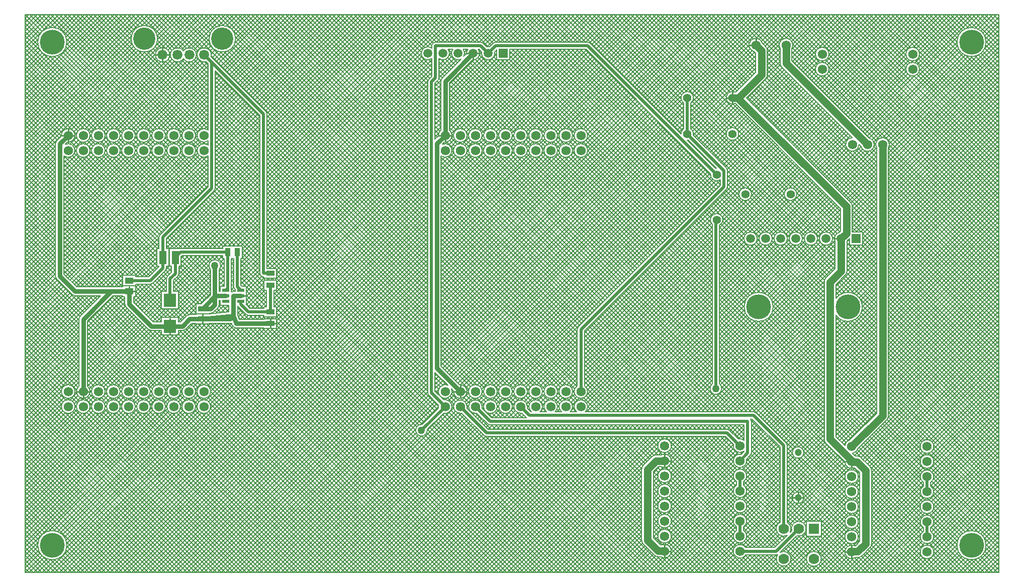
<source format=gtl>
G04*
G04 #@! TF.GenerationSoftware,Altium Limited,Altium Designer,20.0.9 (164)*
G04*
G04 Layer_Physical_Order=1*
G04 Layer_Color=255*
%FSLAX25Y25*%
%MOIN*%
G70*
G01*
G75*
%ADD12C,0.01000*%
%ADD15R,0.03780X0.05472*%
%ADD16R,0.04528X0.02362*%
%ADD17R,0.05118X0.08661*%
%ADD18R,0.08465X0.08661*%
%ADD19R,0.05700X0.04400*%
%ADD20R,0.05866X0.03780*%
%ADD21R,0.05709X0.03740*%
%ADD31C,0.07000*%
%ADD40C,0.00800*%
%ADD41C,0.05000*%
%ADD42C,0.02000*%
%ADD43C,0.03000*%
%ADD44R,0.07000X0.07000*%
%ADD45C,0.06200*%
%ADD46C,0.16500*%
%ADD47R,0.05906X0.05906*%
%ADD48C,0.05906*%
%ADD49C,0.05512*%
%ADD50C,0.06614*%
%ADD51C,0.14764*%
%ADD52C,0.04724*%
%ADD53C,0.05000*%
D12*
X539047Y223500D02*
X543000D01*
X486500Y352000D02*
Y356100D01*
X482400Y352000D02*
X486500D01*
X471000Y317000D02*
Y320756D01*
X467244Y317000D02*
X471000D01*
Y313244D02*
Y317000D01*
X550000Y71400D02*
Y75500D01*
X545900D02*
X550000D01*
X511138Y51500D02*
X514500D01*
X517862D01*
X514500D02*
Y54862D01*
Y48138D02*
Y51500D01*
X545900Y15500D02*
X550000D01*
Y19600D01*
Y11400D02*
Y15500D01*
X426000Y76000D02*
X430100D01*
X426000D02*
Y80100D01*
Y71900D02*
Y76000D01*
Y16000D02*
X430100D01*
X426000D02*
Y20100D01*
Y11900D02*
Y16000D01*
X295047Y346500D02*
X299000D01*
X302953D01*
X299000Y342547D02*
Y346500D01*
X280500Y292000D02*
X284600D01*
X276400D02*
X280500D01*
Y287900D02*
Y292000D01*
X93141Y345500D02*
X97448D01*
X93141D02*
Y349807D01*
Y341193D02*
Y345500D01*
X88834D02*
X93141D01*
X30500Y292000D02*
Y296100D01*
Y292000D02*
X34600D01*
X26400D02*
X30500D01*
Y287900D02*
Y292000D01*
X164500Y167063D02*
X168354D01*
X164500D02*
Y169933D01*
Y164193D02*
Y167063D01*
X144921Y185500D02*
X148185D01*
X290500Y122000D02*
X294600D01*
X290500D02*
Y126100D01*
X286400Y122000D02*
X290500D01*
Y117900D02*
Y122000D01*
X119500Y170193D02*
Y173083D01*
Y167303D02*
Y170193D01*
X98000Y165339D02*
Y170669D01*
Y160008D02*
Y165339D01*
X71000Y188500D02*
Y191700D01*
Y188500D02*
X74850D01*
X36400Y122000D02*
X40500D01*
X44600D01*
X40500Y117900D02*
Y122000D01*
D15*
X136311Y214500D02*
D03*
X142689D02*
D03*
D16*
X144921Y189240D02*
D03*
Y185500D02*
D03*
Y181760D02*
D03*
X135079D02*
D03*
Y185500D02*
D03*
Y189240D02*
D03*
D17*
X93232Y211000D02*
D03*
X101500D02*
D03*
D18*
X98000Y182661D02*
D03*
Y165339D02*
D03*
D19*
X71000Y195700D02*
D03*
Y188500D02*
D03*
D20*
X119500Y170193D02*
D03*
Y176807D02*
D03*
D21*
X164500Y192563D02*
D03*
Y200437D02*
D03*
Y167063D02*
D03*
Y174937D02*
D03*
D31*
X504964Y10911D02*
D03*
X524964D02*
D03*
X504964Y30911D02*
D03*
X514964D02*
D03*
D40*
X639150Y354000D02*
G03*
X639150Y354000I-9650J0D01*
G01*
X595000Y346000D02*
G03*
X595000Y346000I-4500J0D01*
G01*
Y336000D02*
G03*
X595000Y336000I-4500J0D01*
G01*
X575000Y286000D02*
G03*
X566600Y283755I-4500J0D01*
G01*
X574400D02*
G03*
X575000Y286000I-3900J2245D01*
G01*
X565000D02*
G03*
X561670Y290345I-4500J0D01*
G01*
X556155Y284830D02*
G03*
X565000Y286000I4345J1170D01*
G01*
X550485Y290500D02*
G03*
X555000Y285985I15J-4500D01*
G01*
X535000Y346000D02*
G03*
X535000Y346000I-4500J0D01*
G01*
Y336000D02*
G03*
X535000Y336000I-4500J0D01*
G01*
X510400Y349755D02*
G03*
X511000Y352000I-3900J2245D01*
G01*
D02*
G03*
X502600Y349755I-4500J0D01*
G01*
X550447Y244947D02*
G03*
X549305Y247704I-3900J0D01*
G01*
X550447Y244947D02*
G03*
X549305Y247704I-3900J0D01*
G01*
X546900Y221567D02*
G03*
X547125Y222109I-3900J1933D01*
G01*
X545758Y199161D02*
G03*
X546900Y201919I-2758J2758D01*
G01*
X545758Y199161D02*
G03*
X546900Y201919I-2758J2758D01*
G01*
X541609Y227625D02*
G03*
X539100Y221567I1391J-4125D01*
G01*
X537353Y223500D02*
G03*
X537353Y223500I-4353J0D01*
G01*
X513656Y253000D02*
G03*
X513656Y253000I-4156J0D01*
G01*
X527353Y223500D02*
G03*
X527353Y223500I-4353J0D01*
G01*
X532992Y197427D02*
G03*
X531850Y194669I2758J-2758D01*
G01*
X517353Y223500D02*
G03*
X517353Y223500I-4353J0D01*
G01*
X532992Y197427D02*
G03*
X531850Y194669I2758J-2758D01*
G01*
X557150Y178200D02*
G03*
X539650Y183812I-9650J0D01*
G01*
Y172588D02*
G03*
X557150Y178200I7850J5613D01*
G01*
X490845Y353170D02*
G03*
X485330Y347655I-4345J-1170D01*
G01*
X502600Y340000D02*
G03*
X503742Y337242I3900J0D01*
G01*
X502600Y340000D02*
G03*
X503742Y337242I3900J0D01*
G01*
X494100Y348300D02*
G03*
X492958Y351058I-3900J0D01*
G01*
X494100Y348300D02*
G03*
X492958Y351058I-3900J0D01*
G01*
Y329536D02*
G03*
X494100Y332294I-2758J2758D01*
G01*
X492958Y329536D02*
G03*
X494100Y332294I-2758J2758D01*
G01*
X472436Y320900D02*
G03*
X472436Y313100I-1436J-3900D01*
G01*
X443400Y313607D02*
G03*
X445156Y317000I-2400J3393D01*
G01*
D02*
G03*
X438600Y313607I-4156J0D01*
G01*
X475156Y293000D02*
G03*
X475156Y293000I-4156J0D01*
G01*
X445156D02*
G03*
X443400Y296393I-4156J0D01*
G01*
X445096Y292298D02*
G03*
X445156Y293000I-4096J702D01*
G01*
X438600Y296393D02*
G03*
X436844Y293050I2400J-3393D01*
G01*
X376697Y353197D02*
G03*
X375000Y353900I-1697J-1697D01*
G01*
X376697Y353197D02*
G03*
X375000Y353900I-1697J-1697D01*
G01*
Y292000D02*
G03*
X375000Y292000I-4500J0D01*
G01*
X365000D02*
G03*
X365000Y292000I-4500J0D01*
G01*
X345000D02*
G03*
X345000Y292000I-4500J0D01*
G01*
X355000D02*
G03*
X355000Y292000I-4500J0D01*
G01*
X335000D02*
G03*
X335000Y292000I-4500J0D01*
G01*
X483656Y253000D02*
G03*
X483656Y253000I-4156J0D01*
G01*
X466997Y256303D02*
G03*
X467700Y258000I-1697J1697D01*
G01*
X466997Y256303D02*
G03*
X467700Y258000I-1697J1697D01*
G01*
Y268700D02*
G03*
X466997Y270397I-2400J0D01*
G01*
X441050Y288844D02*
G03*
X441702Y288904I-50J4156D01*
G01*
X467700Y268700D02*
G03*
X466997Y270397I-2400J0D01*
G01*
X460450Y270156D02*
G03*
X459798Y270096I50J-4156D01*
G01*
X456404Y266702D02*
G03*
X462900Y262607I4096J-702D01*
G01*
X462400Y232304D02*
G03*
X464656Y236000I-1900J3696D01*
G01*
D02*
G03*
X457600Y233023I-4156J0D01*
G01*
X507353Y223500D02*
G03*
X507353Y223500I-4353J0D01*
G01*
X487353D02*
G03*
X487353Y223500I-4353J0D01*
G01*
X497353D02*
G03*
X497353Y223500I-4353J0D01*
G01*
X498050Y178200D02*
G03*
X498050Y178200I-9650J0D01*
G01*
X463900Y124000D02*
G03*
X462400Y127074I-3900J0D01*
G01*
X457600D02*
G03*
X463900Y124000I2400J-3074D01*
G01*
X375000Y282000D02*
G03*
X375000Y282000I-4500J0D01*
G01*
X368803Y164897D02*
G03*
X368100Y163200I1697J-1697D01*
G01*
X368803Y164897D02*
G03*
X368100Y163200I1697J-1697D01*
G01*
X365000Y282000D02*
G03*
X365000Y282000I-4500J0D01*
G01*
X345000D02*
G03*
X345000Y282000I-4500J0D01*
G01*
X355000D02*
G03*
X355000Y282000I-4500J0D01*
G01*
X335000D02*
G03*
X335000Y282000I-4500J0D01*
G01*
X375000Y122000D02*
G03*
X372900Y125807I-4500J0D01*
G01*
X368100D02*
G03*
X375000Y122000I2400J-3807D01*
G01*
X365000D02*
G03*
X365000Y122000I-4500J0D01*
G01*
X355000D02*
G03*
X355000Y122000I-4500J0D01*
G01*
X345000D02*
G03*
X345000Y122000I-4500J0D01*
G01*
X335000D02*
G03*
X335000Y122000I-4500J0D01*
G01*
X573258Y103242D02*
G03*
X574400Y106000I-2758J2758D01*
G01*
X604500Y85500D02*
G03*
X604500Y85500I-4500J0D01*
G01*
X573258Y103242D02*
G03*
X574400Y106000I-2758J2758D01*
G01*
X550636Y81045D02*
G03*
X554345Y84330I-636J4455D01*
G01*
X604500Y75500D02*
G03*
X604500Y75500I-4500J0D01*
G01*
X556481Y78028D02*
G03*
X553723Y79170I-2758J-2758D01*
G01*
X563200Y69694D02*
G03*
X562058Y72452I-3900J0D01*
G01*
X563200Y69694D02*
G03*
X562058Y72452I-3900J0D01*
G01*
X552603Y79170D02*
G03*
X552312Y79361I-2603J-3670D01*
G01*
X556481Y78028D02*
G03*
X553723Y79170I-2758J-2758D01*
G01*
X604500Y65500D02*
G03*
X597600Y61693I-4500J0D01*
G01*
X602400D02*
G03*
X604500Y65500I-2400J3807D01*
G01*
X531850Y90416D02*
G03*
X532992Y87659I3900J0D01*
G01*
X531850Y90416D02*
G03*
X532992Y87659I3900J0D01*
G01*
X548830Y89845D02*
G03*
X545545Y86136I1170J-4345D01*
G01*
X545515Y75136D02*
G03*
X551788Y71370I4485J364D01*
G01*
X554500Y65500D02*
G03*
X554500Y65500I-4500J0D01*
G01*
X507364Y86136D02*
G03*
X506661Y87833I-2400J0D01*
G01*
X507364Y86136D02*
G03*
X506661Y87833I-2400J0D01*
G01*
X518262Y81500D02*
G03*
X518262Y81500I-3762J0D01*
G01*
X604500Y55500D02*
G03*
X602400Y59307I-4500J0D01*
G01*
X597600D02*
G03*
X604500Y55500I2400J-3807D01*
G01*
Y45500D02*
G03*
X604500Y45500I-4500J0D01*
G01*
X602400Y31693D02*
G03*
X604500Y35500I-2400J3807D01*
G01*
D02*
G03*
X597600Y31693I-4500J0D01*
G01*
X604500Y25500D02*
G03*
X602400Y29307I-4500J0D01*
G01*
X597600D02*
G03*
X604500Y25500I2400J-3807D01*
G01*
X562058Y18136D02*
G03*
X563200Y20894I-2758J2758D01*
G01*
X562058Y18136D02*
G03*
X563200Y20894I-2758J2758D01*
G01*
X639150Y20000D02*
G03*
X639150Y20000I-9650J0D01*
G01*
X604500Y15500D02*
G03*
X604500Y15500I-4500J0D01*
G01*
X554136Y11830D02*
G03*
X556893Y12972I0J3900D01*
G01*
X554136Y11830D02*
G03*
X556893Y12972I0J3900D01*
G01*
X554500Y55500D02*
G03*
X554500Y55500I-4500J0D01*
G01*
Y45500D02*
G03*
X554500Y45500I-4500J0D01*
G01*
Y35500D02*
G03*
X554500Y35500I-4500J0D01*
G01*
Y25500D02*
G03*
X554500Y25500I-4500J0D01*
G01*
X518262Y51500D02*
G03*
X518262Y51500I-3762J0D01*
G01*
X519864Y30911D02*
G03*
X510246Y29587I-4900J0D01*
G01*
X513640Y26193D02*
G03*
X519864Y30911I1324J4718D01*
G01*
X509864D02*
G03*
X507364Y35183I-4900J0D01*
G01*
X509313Y28655D02*
G03*
X509864Y30911I-4350J2256D01*
G01*
X502564Y35183D02*
G03*
X507220Y26561I2400J-4272D01*
G01*
X551788Y19630D02*
G03*
X552603Y11830I-1788J-4130D01*
G01*
X529864Y10911D02*
G03*
X529864Y10911I-4900J0D01*
G01*
X509864D02*
G03*
X502708Y15261I-4900J0D01*
G01*
X501003Y13796D02*
G03*
X509864Y10911I3960J-2885D01*
G01*
X486697Y107797D02*
G03*
X485000Y108500I-1697J-1697D01*
G01*
X486697Y107797D02*
G03*
X485000Y108500I-1697J-1697D01*
G01*
X483500Y102200D02*
G03*
X482973Y103700I-2400J0D01*
G01*
X483500Y102200D02*
G03*
X482973Y103700I-2400J0D01*
G01*
X469097Y96297D02*
G03*
X467400Y97000I-1697J-1697D01*
G01*
X469097Y96297D02*
G03*
X467400Y97000I-1697J-1697D01*
G01*
X373328Y108500D02*
G03*
X375000Y112000I-2828J3500D01*
G01*
D02*
G03*
X367672Y108500I-4500J0D01*
G01*
X365000Y112000D02*
G03*
X357672Y108500I-4500J0D01*
G01*
X355000Y112000D02*
G03*
X347672Y108500I-4500J0D01*
G01*
X345000Y112000D02*
G03*
X337672Y108500I-4500J0D01*
G01*
X334889Y111005D02*
G03*
X335000Y112000I-4389J995D01*
G01*
X363328Y108500D02*
G03*
X365000Y112000I-2828J3500D01*
G01*
X353328Y108500D02*
G03*
X355000Y112000I-2828J3500D01*
G01*
X343328Y108500D02*
G03*
X345000Y112000I-2828J3500D01*
G01*
X335000D02*
G03*
X331495Y107611I-4500J0D01*
G01*
X482797Y79403D02*
G03*
X483500Y81100I-1697J1697D01*
G01*
X482797Y79403D02*
G03*
X483500Y81100I-1697J1697D01*
G01*
X480500Y76000D02*
G03*
X480389Y76995I-4500J0D01*
G01*
X476995Y80389D02*
G03*
X480500Y76000I-995J-4389D01*
G01*
X478700Y89600D02*
G03*
X475005Y90389I-2700J-3600D01*
G01*
X478400Y62193D02*
G03*
X480500Y66000I-2400J3807D01*
G01*
Y26000D02*
G03*
X478400Y29807I-4500J0D01*
G01*
X480500Y66000D02*
G03*
X473600Y62193I-4500J0D01*
G01*
X480500Y56000D02*
G03*
X478400Y59807I-4500J0D01*
G01*
X473600D02*
G03*
X480500Y56000I2400J-3807D01*
G01*
Y46000D02*
G03*
X480500Y46000I-4500J0D01*
G01*
X478400Y32193D02*
G03*
X480500Y36000I-2400J3807D01*
G01*
D02*
G03*
X473600Y32193I-4500J0D01*
G01*
Y29807D02*
G03*
X480500Y26000I2400J-3807D01*
G01*
X471611Y86995D02*
G03*
X478700Y82400I4389J-995D01*
G01*
X500053Y13600D02*
G03*
X501003Y13796I0J2400D01*
G01*
X500053Y13600D02*
G03*
X501003Y13796I0J2400D01*
G01*
X479807Y18400D02*
G03*
X479807Y13600I-3807J-2400D01*
G01*
X430500Y76000D02*
G03*
X423755Y79900I-4500J0D01*
G01*
Y72100D02*
G03*
X430500Y76000I2245J3900D01*
G01*
Y86000D02*
G03*
X430500Y86000I-4500J0D01*
G01*
Y66000D02*
G03*
X430500Y66000I-4500J0D01*
G01*
Y46000D02*
G03*
X430500Y46000I-4500J0D01*
G01*
Y36000D02*
G03*
X430500Y36000I-4500J0D01*
G01*
Y56000D02*
G03*
X430500Y56000I-4500J0D01*
G01*
X420362Y79900D02*
G03*
X417604Y78758I0J-3900D01*
G01*
X420362Y79900D02*
G03*
X417604Y78758I0J-3900D01*
G01*
X411942Y73096D02*
G03*
X410800Y70338I2758J-2758D01*
G01*
X411942Y73096D02*
G03*
X410800Y70338I2758J-2758D01*
G01*
X430500Y26000D02*
G03*
X430500Y26000I-4500J0D01*
G01*
Y16000D02*
G03*
X424212Y20130I-4500J0D01*
G01*
X423396Y12330D02*
G03*
X430500Y16000I2603J3670D01*
G01*
X419051Y13472D02*
G03*
X421809Y12330I2758J2758D01*
G01*
X419051Y13472D02*
G03*
X421809Y12330I2758J2758D01*
G01*
X410800Y23338D02*
G03*
X411942Y20581I3900J0D01*
G01*
X410800Y23338D02*
G03*
X411942Y20581I3900J0D01*
G01*
X313353Y346500D02*
G03*
X313265Y347371I-4353J0D01*
G01*
X314000Y353900D02*
G03*
X312303Y353197I0J-2400D01*
G01*
X314000Y353900D02*
G03*
X312303Y353197I0J-2400D01*
G01*
X305697D02*
G03*
X304000Y353900I-1697J-1697D01*
G01*
X309871Y350765D02*
G03*
X308129Y350765I-871J-4265D01*
G01*
X305697Y353197D02*
G03*
X304000Y353900I-1697J-1697D01*
G01*
X285509Y349100D02*
G03*
X291069Y342671I3491J-2600D01*
G01*
X303353Y346500D02*
G03*
X302491Y349100I-4353J0D01*
G01*
X283353Y346500D02*
G03*
X282491Y349100I-4353J0D01*
G01*
X274000Y353900D02*
G03*
X271600Y351500I0J-2400D01*
G01*
X298755Y342154D02*
G03*
X303353Y346500I245J4346D01*
G01*
X295509Y349100D02*
G03*
X294654Y346255I3491J-2600D01*
G01*
X293353Y346500D02*
G03*
X292491Y349100I-4353J0D01*
G01*
X292829Y344431D02*
G03*
X293353Y346500I-3829J2069D01*
G01*
X304735Y347371D02*
G03*
X313353Y346500I4265J-871D01*
G01*
X276400Y343009D02*
G03*
X283353Y346500I2600J3491D01*
G01*
X278449Y330051D02*
G03*
X277600Y328000I2051J-2051D01*
G01*
X278449Y330051D02*
G03*
X277600Y328000I2051J-2051D01*
G01*
X275697Y328503D02*
G03*
X276400Y330200I-1697J1697D01*
G01*
X275697Y328503D02*
G03*
X276400Y330200I-1697J1697D01*
G01*
X274000Y353900D02*
G03*
X271600Y351500I0J-2400D01*
G01*
Y349991D02*
G03*
X271600Y343009I-2600J-3491D01*
G01*
X269703Y329297D02*
G03*
X269000Y327600I1697J-1697D01*
G01*
X269703Y329297D02*
G03*
X269000Y327600I1697J-1697D01*
G01*
X141569Y356169D02*
G03*
X141569Y356169I-8782J0D01*
G01*
X325000Y292000D02*
G03*
X325000Y292000I-4500J0D01*
G01*
X315000D02*
G03*
X315000Y292000I-4500J0D01*
G01*
X295000D02*
G03*
X295000Y292000I-4500J0D01*
G01*
X305000D02*
G03*
X305000Y292000I-4500J0D01*
G01*
X285000D02*
G03*
X283400Y295441I-4500J0D01*
G01*
X277600D02*
G03*
X276016Y291617I2900J-3441D01*
G01*
X280118Y287516D02*
G03*
X285000Y292000I383J4484D01*
G01*
X325000Y282000D02*
G03*
X325000Y282000I-4500J0D01*
G01*
X315000D02*
G03*
X315000Y282000I-4500J0D01*
G01*
X305000D02*
G03*
X305000Y282000I-4500J0D01*
G01*
X295000D02*
G03*
X295000Y282000I-4500J0D01*
G01*
X285000D02*
G03*
X278745Y286144I-4500J0D01*
G01*
X277800Y278400D02*
G03*
X285000Y282000I2700J3600D01*
G01*
X162400Y306200D02*
G03*
X161697Y307897I-2400J0D01*
G01*
X162400Y306200D02*
G03*
X161697Y307897I-2400J0D01*
G01*
X157600Y200437D02*
G03*
X160000Y198037I2400J0D01*
G01*
X157600Y200437D02*
G03*
X160000Y198037I2400J0D01*
G01*
X125260Y344334D02*
G03*
X125407Y345500I-4560J1166D01*
G01*
D02*
G03*
X121866Y340940I-4707J0D01*
G01*
X115565Y345500D02*
G03*
X106920Y348080I-4707J0D01*
G01*
Y342920D02*
G03*
X115565Y345500I3937J2580D01*
G01*
X106920Y348080D02*
G03*
X106920Y342920I-3937J-2580D01*
G01*
X97848Y345500D02*
G03*
X97848Y345500I-4707J0D01*
G01*
X89836Y356169D02*
G03*
X89836Y356169I-8782J0D01*
G01*
X123200Y295600D02*
G03*
X123200Y288400I-2700J-3600D01*
G01*
X115000Y292000D02*
G03*
X115000Y292000I-4500J0D01*
G01*
X105000D02*
G03*
X105000Y292000I-4500J0D01*
G01*
X85000D02*
G03*
X85000Y292000I-4500J0D01*
G01*
X95000D02*
G03*
X95000Y292000I-4500J0D01*
G01*
X75000D02*
G03*
X75000Y292000I-4500J0D01*
G01*
X29650Y354000D02*
G03*
X29650Y354000I-9650J0D01*
G01*
X65000Y292000D02*
G03*
X65000Y292000I-4500J0D01*
G01*
X55000D02*
G03*
X55000Y292000I-4500J0D01*
G01*
X45000D02*
G03*
X45000Y292000I-4500J0D01*
G01*
X35000D02*
G03*
X26016Y291617I-4500J0D01*
G01*
X30117Y287516D02*
G03*
X35000Y292000I383J4484D01*
G01*
X22849Y288451D02*
G03*
X22000Y286400I2051J-2051D01*
G01*
X22849Y288451D02*
G03*
X22000Y286400I2051J-2051D01*
G01*
X123200Y285600D02*
G03*
X123200Y278400I-2700J-3600D01*
G01*
X115000Y282000D02*
G03*
X115000Y282000I-4500J0D01*
G01*
X127297Y255303D02*
G03*
X128000Y257000I-1697J1697D01*
G01*
X127297Y255303D02*
G03*
X128000Y257000I-1697J1697D01*
G01*
X105000Y282000D02*
G03*
X105000Y282000I-4500J0D01*
G01*
X95000D02*
G03*
X95000Y282000I-4500J0D01*
G01*
X85000D02*
G03*
X85000Y282000I-4500J0D01*
G01*
X91535Y226329D02*
G03*
X90832Y224632I1697J-1697D01*
G01*
X91535Y226329D02*
G03*
X90832Y224632I1697J-1697D01*
G01*
X105000Y216900D02*
G03*
X104115Y216731I0J-2400D01*
G01*
X105000Y216900D02*
G03*
X104115Y216731I0J-2400D01*
G01*
X130700Y202992D02*
G03*
X131700Y205600I-2900J2608D01*
G01*
D02*
G03*
X124900Y202992I-3900J0D01*
G01*
X103197Y198603D02*
G03*
X103900Y200300I-1697J1697D01*
G01*
X103197Y198603D02*
G03*
X103900Y200300I-1697J1697D01*
G01*
X94929Y202235D02*
G03*
X95632Y203932I-1697J1697D01*
G01*
X94929Y202235D02*
G03*
X95632Y203932I-1697J1697D01*
G01*
X96303Y198497D02*
G03*
X95600Y196800I1697J-1697D01*
G01*
X96303Y198497D02*
G03*
X95600Y196800I1697J-1697D01*
G01*
X85000Y193300D02*
G03*
X86697Y194003I0J2400D01*
G01*
X85000Y193300D02*
G03*
X86697Y194003I0J2400D01*
G01*
X75000Y282000D02*
G03*
X75000Y282000I-4500J0D01*
G01*
X65000D02*
G03*
X65000Y282000I-4500J0D01*
G01*
X55000D02*
G03*
X55000Y282000I-4500J0D01*
G01*
X45000D02*
G03*
X45000Y282000I-4500J0D01*
G01*
X35000D02*
G03*
X28745Y286144I-4500J0D01*
G01*
X27800Y278400D02*
G03*
X35000Y282000I2700J3600D01*
G01*
X22000Y198600D02*
G03*
X22849Y196549I2900J0D01*
G01*
X22000Y198600D02*
G03*
X22849Y196549I2900J0D01*
G01*
X140289Y191472D02*
G03*
X140992Y189775I2400J0D01*
G01*
X140289Y191472D02*
G03*
X140992Y189775I2400J0D01*
G01*
X142900Y178706D02*
G03*
X143224Y178303I2021J1294D01*
G01*
X142900Y178706D02*
G03*
X143224Y178303I2021J1294D01*
G01*
X148287Y173240D02*
G03*
X149984Y172537I1697J1697D01*
G01*
X148287Y173240D02*
G03*
X149984Y172537I1697J1697D01*
G01*
X139324Y166019D02*
G03*
X142030Y164163I2706J1044D01*
G01*
X139326Y166015D02*
G03*
X142030Y164163I2704J1048D01*
G01*
X325000Y122000D02*
G03*
X325000Y122000I-4500J0D01*
G01*
X315000D02*
G03*
X315000Y122000I-4500J0D01*
G01*
X305000D02*
G03*
X305000Y122000I-4500J0D01*
G01*
X304889Y111005D02*
G03*
X305000Y112000I-4389J995D01*
G01*
X295000Y122000D02*
G03*
X290118Y126484I-4500J0D01*
G01*
X286016Y122382D02*
G03*
X295000Y122000I4484J-383D01*
G01*
X285000D02*
G03*
X284644Y123755I-4500J0D01*
G01*
X282255Y126144D02*
G03*
X285000Y122000I-1755J-4144D01*
G01*
X294889Y111005D02*
G03*
X295000Y112000I-4389J995D01*
G01*
X285000D02*
G03*
X279505Y116389I-4500J0D01*
G01*
X276111Y112995D02*
G03*
X276111Y111005I4389J-995D01*
G01*
X325000Y112000D02*
G03*
X325000Y112000I-4500J0D01*
G01*
X315000D02*
G03*
X315000Y112000I-4500J0D01*
G01*
X305000D02*
G03*
X301495Y107611I-4500J0D01*
G01*
X295000Y112000D02*
G03*
X291495Y107611I-4500J0D01*
G01*
X279505D02*
G03*
X285000Y112000I995J4389D01*
G01*
X308503Y100603D02*
G03*
X310200Y99900I1697J1697D01*
G01*
X308503Y100603D02*
G03*
X310200Y99900I1697J1697D01*
G01*
X306203Y92903D02*
G03*
X307900Y92200I1697J1697D01*
G01*
X306203Y92903D02*
G03*
X307900Y92200I1697J1697D01*
G01*
X269000Y121100D02*
G03*
X269703Y119403I2400J0D01*
G01*
X269000Y121100D02*
G03*
X269703Y119403I2400J0D01*
G01*
X268700Y96300D02*
G03*
X268671Y96777I-3900J0D01*
G01*
X265277Y100171D02*
G03*
X268700Y96300I-477J-3871D01*
G01*
X140000Y188400D02*
G03*
X138743Y188113I0J-2900D01*
G01*
X140000Y188400D02*
G03*
X138743Y188113I0J-2900D01*
G01*
X129851Y177556D02*
G03*
X130700Y179607I-2051J2051D01*
G01*
X129851Y177556D02*
G03*
X130700Y179607I-2051J2051D01*
G01*
X125000Y173907D02*
G03*
X127051Y174756I0J2900D01*
G01*
X125000Y173907D02*
G03*
X127051Y174756I0J2900D01*
G01*
X137893Y167293D02*
G03*
X138777Y167431I0J2900D01*
G01*
X137893Y167293D02*
G03*
X138777Y167431I0J2900D01*
G01*
X111154Y173093D02*
G03*
X109104Y172244I0J-2900D01*
G01*
X111154Y173093D02*
G03*
X109104Y172244I0J-2900D01*
G01*
X68100Y180000D02*
G03*
X68949Y177949I2900J0D01*
G01*
X68100Y180000D02*
G03*
X68949Y177949I2900J0D01*
G01*
X32949Y186449D02*
G03*
X35000Y185600I2051J2051D01*
G01*
X32949Y186449D02*
G03*
X35000Y185600I2051J2051D01*
G01*
X38449Y172051D02*
G03*
X37600Y170000I2051J-2051D01*
G01*
X38449Y172051D02*
G03*
X37600Y170000I2051J-2051D01*
G01*
X106300Y162439D02*
G03*
X108351Y163288I0J2900D01*
G01*
X106300Y162439D02*
G03*
X108351Y163288I0J2900D01*
G01*
X83611D02*
G03*
X85661Y162439I2051J2051D01*
G01*
X83611Y163288D02*
G03*
X85661Y162439I2051J2051D01*
G01*
X125000Y122000D02*
G03*
X125000Y122000I-4500J0D01*
G01*
X115000D02*
G03*
X115000Y122000I-4500J0D01*
G01*
X105000D02*
G03*
X105000Y122000I-4500J0D01*
G01*
X95000D02*
G03*
X95000Y122000I-4500J0D01*
G01*
X85000D02*
G03*
X85000Y122000I-4500J0D01*
G01*
X75000D02*
G03*
X75000Y122000I-4500J0D01*
G01*
X55000D02*
G03*
X55000Y122000I-4500J0D01*
G01*
X65000D02*
G03*
X65000Y122000I-4500J0D01*
G01*
X45000D02*
G03*
X43400Y125441I-4500J0D01*
G01*
X37600D02*
G03*
X45000Y122000I2900J-3441D01*
G01*
X125000Y112000D02*
G03*
X125000Y112000I-4500J0D01*
G01*
X115000D02*
G03*
X115000Y112000I-4500J0D01*
G01*
X105000D02*
G03*
X105000Y112000I-4500J0D01*
G01*
X95000D02*
G03*
X95000Y112000I-4500J0D01*
G01*
X75000D02*
G03*
X75000Y112000I-4500J0D01*
G01*
X85000D02*
G03*
X85000Y112000I-4500J0D01*
G01*
X55000D02*
G03*
X55000Y112000I-4500J0D01*
G01*
X65000D02*
G03*
X65000Y112000I-4500J0D01*
G01*
X45000D02*
G03*
X45000Y112000I-4500J0D01*
G01*
X35000Y122000D02*
G03*
X35000Y122000I-4500J0D01*
G01*
Y112000D02*
G03*
X35000Y112000I-4500J0D01*
G01*
X29650Y20000D02*
G03*
X29650Y20000I-9650J0D01*
G01*
X646937Y372116D02*
X647706Y371346D01*
X641280Y372116D02*
X647706Y365689D01*
X644108Y372116D02*
X647706Y368518D01*
X629522Y363650D02*
X637988Y372116D01*
X632017Y363316D02*
X640817Y372116D01*
X632795D02*
X647706Y357204D01*
X629966Y372116D02*
X647706Y354376D01*
X627138Y372116D02*
X647706Y351547D01*
X634043Y362514D02*
X643645Y372116D01*
X635623D02*
X647706Y360032D01*
X593196Y372116D02*
X647706Y317606D01*
X590368Y372116D02*
X647706Y314777D01*
X596025Y372116D02*
X647706Y320434D01*
X624309Y372116D02*
X633772Y362653D01*
X626060Y363016D02*
X635160Y372116D01*
X581883D02*
X647706Y306292D01*
X579054Y372116D02*
X647706Y303464D01*
X587540Y372116D02*
X647706Y311949D01*
X584711Y372116D02*
X647706Y309121D01*
X638923Y356080D02*
X647706Y364863D01*
X638197Y358182D02*
X647706Y367692D01*
X639135Y353464D02*
X647706Y362035D01*
X638451Y372116D02*
X647706Y362861D01*
X637114Y359928D02*
X647706Y370520D01*
X639139Y354457D02*
X647706Y345890D01*
X638909Y351859D02*
X647706Y343062D01*
X638172Y349767D02*
X647706Y340233D01*
X638076Y349577D02*
X647706Y359207D01*
X638153Y358272D02*
X647706Y348719D01*
X637081Y348030D02*
X647706Y337405D01*
X635688Y346595D02*
X647706Y334577D01*
X633994Y345460D02*
X647706Y331748D01*
X635729Y361371D02*
X646474Y372116D01*
X576226D02*
X647706Y300635D01*
X625938Y345032D02*
X647706Y323263D01*
X631958Y344668D02*
X647706Y328920D01*
X629448Y344350D02*
X647706Y326091D01*
X618652Y372116D02*
X627359Y363409D01*
X615824Y372116D02*
X625268Y362672D01*
X621481Y372116D02*
X629957Y363639D01*
X610167Y372116D02*
X622095Y360188D01*
X612995Y372116D02*
X623530Y361581D01*
X607339Y372116D02*
X620960Y358494D01*
X598853Y372116D02*
X620532Y350437D01*
X594999Y346097D02*
X621018Y372116D01*
X601682D02*
X619850Y353947D01*
X604510Y372116D02*
X620168Y356458D01*
X594370Y348296D02*
X618189Y372116D01*
X591980Y340250D02*
X623846Y372116D01*
X593711Y339153D02*
X626675Y372116D01*
X590899Y350482D02*
X612532Y372116D01*
X592992Y349747D02*
X615361Y372116D01*
X594779Y337392D02*
X629503Y372116D01*
X594757Y334542D02*
X632331Y372116D01*
X543388Y308628D02*
X606876Y372116D01*
X544802Y307214D02*
X609704Y372116D01*
X567741D02*
X589475Y350382D01*
X564912Y372116D02*
X587593Y349435D01*
X570569Y372116D02*
X592843Y349842D01*
X559255Y372116D02*
X586052Y345319D01*
X562084Y372116D02*
X586383Y347817D01*
X589819Y341552D02*
X590888Y340483D01*
X589214Y340312D02*
X590403Y341501D01*
X556427Y372116D02*
X588508Y340035D01*
X553598Y372116D02*
X586949Y338765D01*
X541973Y310042D02*
X604047Y372116D01*
X550770D02*
X586074Y336812D01*
X546216Y305799D02*
X586018Y345601D01*
X547630Y304385D02*
X586753Y343508D01*
X549044Y302971D02*
X588203Y342130D01*
X550459Y301557D02*
X586188Y337286D01*
X551873Y300143D02*
X586250Y334520D01*
X593935Y343093D02*
X647706Y289322D01*
X592317Y341883D02*
X647706Y286493D01*
X594983Y336388D02*
X647706Y283665D01*
X594342Y348343D02*
X647706Y294978D01*
X594882Y344975D02*
X647706Y292150D01*
X574400Y277415D02*
X647706Y350721D01*
X574400Y280243D02*
X647706Y353550D01*
X574400Y274586D02*
X647706Y347893D01*
X574400Y283072D02*
X647706Y356378D01*
X594535Y334008D02*
X647706Y280836D01*
X574400Y271758D02*
X647706Y345064D01*
X545113Y372116D02*
X647706Y269523D01*
X574400Y268930D02*
X647706Y342236D01*
X573397Y372116D02*
X647706Y297807D01*
X547942Y372116D02*
X647706Y272351D01*
X574400Y263273D02*
X647706Y336579D01*
X574400Y260444D02*
X647706Y333751D01*
X542285Y372116D02*
X647706Y266694D01*
X574400Y266101D02*
X647706Y339407D01*
X574400Y254787D02*
X647706Y328094D01*
X574400Y257616D02*
X647706Y330922D01*
X574400Y240645D02*
X647706Y313952D01*
X593265Y332450D02*
X647706Y278008D01*
X591312Y331574D02*
X647706Y275179D01*
X574400Y223675D02*
X647706Y296981D01*
X574988Y285672D02*
X647706Y212954D01*
X574400Y229331D02*
X647706Y302638D01*
X574400Y226503D02*
X647706Y299810D01*
X574400Y212361D02*
X647706Y285667D01*
X574400Y215189D02*
X647706Y288496D01*
X574400Y283432D02*
X647706Y210126D01*
X574400Y220846D02*
X647706Y294153D01*
X574400Y218018D02*
X647706Y291324D01*
X574400Y206704D02*
X647706Y280011D01*
X574400Y277775D02*
X647706Y204469D01*
X574400Y209532D02*
X647706Y282839D01*
X574400Y280604D02*
X647706Y207297D01*
X574975Y286475D02*
X633923Y345424D01*
X574213Y288542D02*
X630036Y344365D01*
X574400Y251959D02*
X647706Y325265D01*
X570514Y290500D02*
X625318Y345303D01*
X572744Y289901D02*
X627420Y344577D01*
X574400Y237817D02*
X647706Y311123D01*
X574400Y243474D02*
X647706Y316780D01*
X574400Y234988D02*
X647706Y308295D01*
X574400Y249131D02*
X647706Y322437D01*
X574400Y246302D02*
X647706Y319608D01*
X558944Y293072D02*
X619850Y353978D01*
X557530Y294486D02*
X620484Y357440D01*
X556115Y295900D02*
X591959Y331743D01*
X553287Y298728D02*
X587348Y332789D01*
X554701Y297314D02*
X589108Y331721D01*
X563610Y289252D02*
X622129Y347772D01*
X564728Y287542D02*
X623572Y346386D01*
X560358Y291657D02*
X620184Y351483D01*
X561829Y290299D02*
X620986Y349457D01*
X564778Y287398D02*
X566003Y286172D01*
X564846Y284831D02*
X566000Y285985D01*
X574400Y232160D02*
X647706Y305466D01*
X561950Y281740D02*
X566600Y277090D01*
X564769Y284577D02*
X566600Y282747D01*
X563691Y282827D02*
X566600Y279918D01*
X554998Y285863D02*
X556205Y284656D01*
X559156Y281705D02*
X566600Y274261D01*
X555000Y285985D02*
X556155Y284830D01*
X550862Y281515D02*
X566600Y265776D01*
X542755Y254255D02*
X566600Y278100D01*
X554355Y283678D02*
X566600Y271433D01*
X552968Y282237D02*
X566600Y268604D01*
X534906Y336916D02*
X570106Y372116D01*
X533996Y338834D02*
X567277Y372116D01*
X534039Y333220D02*
X572934Y372116D01*
X534578Y347902D02*
X558792Y372116D01*
X534968Y345463D02*
X561621Y372116D01*
X539145Y312871D02*
X598390Y372116D01*
X537731Y314285D02*
X595562Y372116D01*
X540559Y311456D02*
X601219Y372116D01*
X534902Y317113D02*
X589905Y372116D01*
X536316Y315699D02*
X592733Y372116D01*
X533339Y349491D02*
X555964Y372116D01*
X532409Y340075D02*
X564449Y372116D01*
X527831Y324184D02*
X575763Y372116D01*
X510400Y343523D02*
X538993Y372116D01*
X531424Y350404D02*
X553135Y372116D01*
X532074Y319942D02*
X584248Y372116D01*
X533488Y318527D02*
X587077Y372116D01*
X529245Y322770D02*
X578591Y372116D01*
X530660Y321356D02*
X581420Y372116D01*
X527763Y349572D02*
X550307Y372116D01*
X530474Y341500D02*
X531614Y340360D01*
X510964Y352572D02*
X530508Y372116D01*
X529974Y340469D02*
X531037Y341532D01*
X513689Y338326D02*
X547478Y372116D01*
X512275Y339741D02*
X544650Y372116D01*
X528845Y331815D02*
X570172Y290488D01*
X526417Y325599D02*
X533280Y332461D01*
X510861Y341155D02*
X541822Y372116D01*
X510400Y346351D02*
X536165Y372116D01*
X503742Y337242D02*
X550485Y290500D01*
X508344Y372116D02*
X529989Y350471D01*
X510400Y349180D02*
X533336Y372116D01*
X510400Y341775D02*
X561898Y290277D01*
X510400Y341615D02*
X561670Y290345D01*
X494100Y346761D02*
X550363Y290498D01*
X494100Y343933D02*
X548178Y289855D01*
X510169Y354605D02*
X527679Y372116D01*
X508675Y355940D02*
X524851Y372116D01*
X505515D02*
X527934Y349697D01*
X506406Y356499D02*
X522023Y372116D01*
X515103Y336912D02*
X526928Y348737D01*
X510573Y350087D02*
X526315Y334345D01*
X517932Y334084D02*
X527009Y343161D01*
X510970Y352519D02*
X526191Y337298D01*
X516517Y335498D02*
X526096Y345076D01*
X493870Y349620D02*
X516366Y372116D01*
X492719Y351297D02*
X513537Y372116D01*
X502687D02*
X526585Y348218D01*
X491304Y352711D02*
X510709Y372116D01*
X494202D02*
X527228Y339089D01*
X497030Y372116D02*
X528929Y340217D01*
X494100Y347022D02*
X519194Y372116D01*
X499858D02*
X526000Y345974D01*
X523589Y328427D02*
X527666Y332504D01*
X519346Y332669D02*
X528598Y341922D01*
X525003Y327013D02*
X529584Y331594D01*
X520760Y331255D02*
X526031Y336526D01*
X522174Y329841D02*
X526425Y334091D01*
X504571Y292439D02*
X526558Y314426D01*
X505985Y291024D02*
X527973Y313012D01*
X501742Y295267D02*
X523730Y317255D01*
X503157Y293853D02*
X525144Y315840D01*
X493257Y303752D02*
X515245Y325740D01*
X491843Y305167D02*
X513831Y327154D01*
X494671Y302338D02*
X516659Y324326D01*
X489014Y307995D02*
X511002Y329982D01*
X490429Y306581D02*
X512416Y328568D01*
X498914Y298095D02*
X520901Y320083D01*
X500328Y296681D02*
X522316Y318669D01*
X496086Y300924D02*
X518073Y322911D01*
X497500Y299510D02*
X519487Y321497D01*
X533800Y372116D02*
X647706Y258209D01*
X530971Y372116D02*
X647706Y255380D01*
X528143Y372116D02*
X647706Y252552D01*
X539456Y372116D02*
X647706Y263866D01*
X536628Y372116D02*
X647706Y261037D01*
X534860Y337114D02*
X647706Y224268D01*
X532718Y342085D02*
X647706Y227096D01*
X534717Y334429D02*
X647706Y221439D01*
X534971Y345489D02*
X647706Y232753D01*
X534197Y343434D02*
X647706Y229925D01*
X525314Y372116D02*
X647706Y249724D01*
X522486Y372116D02*
X647706Y246895D01*
X510400Y347432D02*
X568054Y289777D01*
X510400Y344603D02*
X566659Y288345D01*
X494100Y335448D02*
X566600Y262948D01*
X514001Y372116D02*
X647706Y238410D01*
X511172Y372116D02*
X647706Y235581D01*
X519657Y372116D02*
X647706Y244067D01*
X516829Y372116D02*
X647706Y241238D01*
X494100Y332619D02*
X566600Y260119D01*
X493566Y330325D02*
X566600Y257291D01*
X538512Y258497D02*
X561669Y281655D01*
X535683Y261326D02*
X557248Y282890D01*
X537098Y259912D02*
X558958Y281772D01*
X533589Y332728D02*
X647706Y218611D01*
X531798Y331691D02*
X647706Y215782D01*
X539926Y257083D02*
X566599Y283756D01*
X541340Y255669D02*
X566600Y280929D01*
X489414Y325992D02*
X566600Y248805D01*
X487999Y324578D02*
X566600Y245977D01*
X486585Y323164D02*
X566600Y243149D01*
X492242Y328820D02*
X566600Y254462D01*
X490828Y327406D02*
X566600Y251634D01*
X482342Y318921D02*
X566600Y234663D01*
X480928Y317507D02*
X566600Y231835D01*
X485171Y321749D02*
X566600Y240320D01*
X483757Y320335D02*
X566600Y237492D01*
X494100Y338276D02*
X546014Y286362D01*
X494100Y341105D02*
X546737Y288468D01*
X510228Y286782D02*
X532215Y308769D01*
X507399Y289610D02*
X529387Y311598D01*
X508813Y288196D02*
X530801Y310184D01*
X480215Y316794D02*
X549305Y247704D01*
X472878Y313100D02*
X542647Y243331D01*
X514470Y282539D02*
X536458Y304527D01*
X511642Y285367D02*
X533630Y307355D01*
X513056Y283953D02*
X535044Y305941D01*
X406520Y372116D02*
X542647Y235989D01*
X403692Y372116D02*
X542647Y233160D01*
X400863Y372116D02*
X542647Y230332D01*
X409348Y372116D02*
X542647Y238817D01*
X471427Y312866D02*
X542647Y241646D01*
X398035Y372116D02*
X542068Y228083D01*
X443400Y312609D02*
X529686Y226322D01*
X443400Y309780D02*
X528748Y224432D01*
X443400Y306952D02*
X522525Y227827D01*
X525784Y271225D02*
X547772Y293213D01*
X524370Y272639D02*
X546357Y294627D01*
X527198Y269811D02*
X549186Y291799D01*
X522956Y274054D02*
X544943Y296041D01*
X528612Y268397D02*
X546005Y285789D01*
X534269Y262740D02*
X556201Y284671D01*
X532855Y264154D02*
X550210Y281509D01*
X530027Y266983D02*
X546674Y283630D01*
X531441Y265568D02*
X548079Y282207D01*
X520127Y276882D02*
X542115Y298870D01*
X518713Y278296D02*
X540701Y300284D01*
X521541Y275468D02*
X543529Y297456D01*
X515884Y281125D02*
X537872Y303112D01*
X517299Y279711D02*
X539286Y301698D01*
X443400Y304123D02*
X520476Y227047D01*
X443400Y301295D02*
X519155Y225540D01*
X443400Y298466D02*
X514175Y227691D01*
X445032Y294005D02*
X511465Y227573D01*
X574400Y272118D02*
X647706Y198812D01*
X574400Y201047D02*
X647706Y274354D01*
X574400Y198219D02*
X647706Y271525D01*
X574400Y203876D02*
X647706Y277182D01*
X574400Y274947D02*
X647706Y201640D01*
X574400Y260805D02*
X647706Y187498D01*
X574400Y266461D02*
X647706Y193155D01*
X574400Y186905D02*
X647706Y260211D01*
X574400Y269290D02*
X647706Y195983D01*
X574400Y195390D02*
X647706Y268697D01*
X550447Y244977D02*
X566600Y261130D01*
X546997Y250012D02*
X566600Y269615D01*
X550447Y242148D02*
X566600Y258301D01*
X544169Y252840D02*
X566600Y275272D01*
X545583Y251426D02*
X566600Y272443D01*
X574400Y263633D02*
X647706Y190326D01*
X574400Y189734D02*
X647706Y263040D01*
X574400Y192562D02*
X647706Y265868D01*
X550447Y239320D02*
X566600Y255473D01*
X553122Y227853D02*
X566600Y241331D01*
X550447Y242331D02*
X566600Y226178D01*
X557353Y226427D02*
X566600Y235674D01*
X550447Y228006D02*
X566600Y244159D01*
X555951Y227853D02*
X566600Y238502D01*
X557353Y224112D02*
X566600Y214864D01*
X557353Y226940D02*
X566600Y217693D01*
X557353Y221283D02*
X566600Y212036D01*
X557353Y223598D02*
X566600Y232845D01*
X557353Y220770D02*
X566600Y230017D01*
X550447Y230835D02*
X566600Y246987D01*
X550441Y245165D02*
X566600Y229007D01*
X550447Y239502D02*
X566600Y223350D01*
X550447Y236491D02*
X566600Y252644D01*
X550447Y233663D02*
X566600Y249816D01*
X546900Y214765D02*
X566600Y195065D01*
X547050Y187839D02*
X566600Y207389D01*
X550447Y236674D02*
X566600Y220521D01*
X546900Y220422D02*
X566600Y200722D01*
X549776Y247134D02*
X566600Y263958D01*
X550447Y227853D02*
X557353D01*
X550447D02*
Y244947D01*
Y231017D02*
X553612Y227853D01*
X550447Y233845D02*
X556440Y227853D01*
X557353Y219147D02*
Y227853D01*
X550447Y228189D02*
X550783Y227853D01*
X548647Y219147D02*
Y223632D01*
X548411Y248598D02*
X566600Y266786D01*
X542647Y228663D02*
Y243331D01*
X547125Y222109D02*
X548647Y223632D01*
X541565Y227609D02*
X542647Y228692D01*
X541609Y227625D02*
X542647Y228663D01*
X546900Y207488D02*
X566600Y227188D01*
X546900Y204660D02*
X566600Y224360D01*
X546958Y221688D02*
X548647Y223378D01*
X547583Y222568D02*
X548647Y221503D01*
Y219147D02*
X557353D01*
X546900Y213145D02*
X552902Y219147D01*
X556660D02*
X566600Y209208D01*
X546900Y218802D02*
X548647Y220549D01*
X553832Y219147D02*
X566600Y206379D01*
X551003Y219147D02*
X566600Y203551D01*
X546900Y201919D02*
Y221567D01*
X549647Y187608D02*
X566600Y204561D01*
X546900Y210317D02*
X555730Y219147D01*
X546899Y201831D02*
X566600Y221532D01*
X546900Y215974D02*
X550073Y219147D01*
X546900Y217594D02*
X566600Y197894D01*
X546900Y211937D02*
X566600Y192237D01*
X546900Y209108D02*
X566600Y189409D01*
X541403Y194807D02*
X548402Y187808D01*
X574400Y241005D02*
X647706Y167699D01*
X574400Y169934D02*
X647706Y243241D01*
X574400Y167106D02*
X647706Y240412D01*
X574400Y172763D02*
X647706Y246069D01*
X574400Y243834D02*
X647706Y170528D01*
X574400Y161449D02*
X647706Y234756D01*
X574400Y235349D02*
X647706Y162042D01*
X574400Y232520D02*
X647706Y159214D01*
X574400Y238177D02*
X647706Y164871D01*
X574400Y164278D02*
X647706Y237584D01*
X574400Y181248D02*
X647706Y254555D01*
X574400Y255148D02*
X647706Y181841D01*
X574400Y252319D02*
X647706Y179013D01*
X574400Y257976D02*
X647706Y184670D01*
X574400Y184077D02*
X647706Y257383D01*
X574400Y175591D02*
X647706Y248898D01*
X574400Y246662D02*
X647706Y173356D01*
X574400Y178420D02*
X647706Y251726D01*
X574400Y249491D02*
X647706Y176184D01*
X574400Y127508D02*
X647706Y200815D01*
X574400Y201408D02*
X647706Y128101D01*
X574400Y198579D02*
X647706Y125273D01*
X574400Y204236D02*
X647706Y130930D01*
X574400Y130336D02*
X647706Y203643D01*
X574400Y190094D02*
X647706Y116787D01*
X574400Y116194D02*
X647706Y189501D01*
X574400Y192922D02*
X647706Y119616D01*
X574400Y119023D02*
X647706Y192329D01*
X574400Y226863D02*
X647706Y153557D01*
X574400Y155792D02*
X647706Y229099D01*
X574400Y152964D02*
X647706Y226270D01*
X574400Y158621D02*
X647706Y231927D01*
X574400Y229692D02*
X647706Y156385D01*
X574400Y207064D02*
X647706Y133758D01*
X574400Y133165D02*
X647706Y206471D01*
X574400Y224035D02*
X647706Y150728D01*
X574400Y150136D02*
X647706Y223442D01*
X574400Y144479D02*
X647706Y217785D01*
X574400Y218378D02*
X647706Y145072D01*
X574400Y215550D02*
X647706Y142243D01*
X574400Y221206D02*
X647706Y147900D01*
X574400Y147307D02*
X647706Y220614D01*
X574400Y209893D02*
X647706Y136586D01*
X574400Y138822D02*
X647706Y212128D01*
X574400Y124680D02*
X647706Y197986D01*
X574400Y141650D02*
X647706Y214957D01*
X574400Y212721D02*
X647706Y139415D01*
X546900Y203452D02*
X566600Y183752D01*
X546900Y206280D02*
X566600Y186580D01*
X553474Y185778D02*
X566600Y198904D01*
X543242Y186860D02*
X566600Y210218D01*
X551737Y186870D02*
X566600Y201732D01*
X574400Y135993D02*
X647706Y209300D01*
X544231Y197635D02*
X566600Y175266D01*
X546733Y200790D02*
X566600Y180923D01*
X545646Y199049D02*
X566600Y178095D01*
X557150Y178140D02*
X566600Y187590D01*
X556464Y174626D02*
X566600Y184762D01*
X557108Y179102D02*
X566600Y169609D01*
X556042Y182689D02*
X566600Y193247D01*
X556833Y180652D02*
X566600Y190419D01*
X574400Y195751D02*
X647706Y122444D01*
X574400Y121851D02*
X647706Y195158D01*
X556981Y176400D02*
X566600Y166781D01*
X556304Y174249D02*
X566600Y163953D01*
X555613Y183424D02*
X566600Y172438D01*
X555260Y172464D02*
X566600Y161124D01*
X553910Y170986D02*
X566600Y158296D01*
X542817Y196221D02*
X552725Y186313D01*
X554908Y184384D02*
X566600Y196076D01*
X544580Y169002D02*
X566600Y146982D01*
X547854Y168556D02*
X566600Y149811D01*
X552261Y169806D02*
X566600Y155467D01*
X550280Y168959D02*
X566600Y152639D01*
X527218Y224576D02*
X542647Y240005D01*
X526231Y226417D02*
X542647Y242834D01*
X536782Y225655D02*
X542647Y231520D01*
X533312Y227842D02*
X542647Y237177D01*
X535418Y227119D02*
X542647Y234348D01*
X537352Y223396D02*
X538891Y224935D01*
X537257Y224408D02*
X538678Y222988D01*
X521857Y227700D02*
X540068Y245911D01*
X513591Y253731D02*
X540361Y226961D01*
X524552Y227567D02*
X541482Y244497D01*
X513496Y227824D02*
X535825Y250153D01*
X515537Y227037D02*
X537239Y248739D01*
X513261Y251233D02*
X539087Y225407D01*
X516853Y225525D02*
X538653Y247325D01*
X507256Y224413D02*
X534411Y251568D01*
X517073Y221965D02*
X537302Y201736D01*
X539650Y188925D02*
X566600Y215875D01*
X539650Y191753D02*
X566600Y218703D01*
X539650Y193053D02*
X545758Y199161D01*
X537016Y221821D02*
X539100Y219737D01*
Y203534D02*
Y221567D01*
X539650Y186096D02*
X566600Y213046D01*
X539989Y193392D02*
X545700Y187681D01*
X539650Y190903D02*
X543549Y187004D01*
X539650Y188074D02*
X541764Y185960D01*
X530076Y220275D02*
X539100Y211252D01*
X526547Y220976D02*
X539100Y208423D01*
X525040Y219655D02*
X539100Y205595D01*
X535822Y220186D02*
X539100Y216909D01*
X533932Y219248D02*
X539100Y214080D01*
X522709Y219157D02*
X538716Y203150D01*
X532992Y197427D02*
X539100Y203534D01*
X515929Y220280D02*
X535887Y200322D01*
X514094Y219287D02*
X534473Y198908D01*
X512849Y255461D02*
X521683Y264296D01*
X511303Y256744D02*
X520269Y265710D01*
X513635Y253419D02*
X523097Y262881D01*
X508832Y257102D02*
X518854Y267124D01*
X506324Y226310D02*
X532997Y252982D01*
X504695Y227509D02*
X531582Y254396D01*
X511992Y249674D02*
X533908Y227757D01*
X502121Y227763D02*
X530168Y255810D01*
X509967Y248870D02*
X531321Y227516D01*
X495652Y226951D02*
X527340Y258639D01*
X493673Y227800D02*
X525925Y260053D01*
X496920Y225391D02*
X528754Y257225D01*
X462400Y224812D02*
X511783Y274195D01*
X487289Y224245D02*
X524511Y261467D01*
X462400Y216327D02*
X516026Y269953D01*
X462400Y213498D02*
X517440Y268538D01*
X462400Y221983D02*
X513198Y272781D01*
X462400Y219155D02*
X514612Y271367D01*
X526735Y221264D02*
X528658Y223188D01*
X527327Y223025D02*
X529775Y220576D01*
X517191Y224675D02*
X518657Y223209D01*
X517341Y223185D02*
X518800Y224643D01*
X510820Y219732D02*
X533059Y197494D01*
X506629Y221096D02*
X531996Y195728D01*
X505169Y219726D02*
X531850Y193046D01*
X502919Y219148D02*
X531850Y190217D01*
X487633Y187820D02*
X520083Y220269D01*
X490303Y187661D02*
X521924Y219282D01*
X497126Y222113D02*
X531850Y187389D01*
X494206Y185908D02*
X529381Y221082D01*
X483497Y186511D02*
X518933Y221948D01*
X492436Y186966D02*
X525236Y219765D01*
X539650Y163469D02*
X545048Y168867D01*
X539650Y166297D02*
X543011Y169658D01*
X539650Y160640D02*
X547560Y168550D01*
X539650Y171954D02*
X539922Y172226D01*
X539650Y169126D02*
X541316Y170792D01*
X539650Y168275D02*
X566600Y141325D01*
X539650Y143670D02*
X566600Y170620D01*
X539650Y140841D02*
X566600Y167791D01*
X539650Y171104D02*
X566600Y144154D01*
X539650Y157812D02*
X551075Y169236D01*
X539650Y154983D02*
X566600Y181933D01*
X539650Y183812D02*
Y193053D01*
Y185246D02*
X540286Y184610D01*
X539650Y152155D02*
X566600Y179105D01*
X539650Y149327D02*
X566600Y176277D01*
X462400Y131474D02*
X539100Y208174D01*
X539650Y146498D02*
X566600Y173448D01*
X539650Y148476D02*
X566600Y121526D01*
X539650Y123871D02*
X566600Y150821D01*
X539650Y121042D02*
X566600Y147992D01*
X539650Y126699D02*
X566600Y153649D01*
X539650Y151305D02*
X566600Y124355D01*
X539650Y142819D02*
X566600Y115869D01*
X539650Y115385D02*
X566600Y142335D01*
X539650Y145648D02*
X566600Y118698D01*
X539650Y118214D02*
X566600Y145164D01*
X539650Y135185D02*
X566600Y162135D01*
X539650Y162618D02*
X566600Y135668D01*
X539650Y159790D02*
X566600Y132840D01*
X539650Y165447D02*
X566600Y138497D01*
X539650Y138013D02*
X566600Y164963D01*
X539650Y129528D02*
X566600Y156478D01*
X539650Y154133D02*
X566600Y127183D01*
X539650Y132356D02*
X566600Y159306D01*
X539650Y156961D02*
X566600Y130011D01*
X497669Y180885D02*
X538880Y222096D01*
X496033Y220378D02*
X531850Y184561D01*
X496838Y182882D02*
X533104Y219148D01*
X495672Y184544D02*
X530845Y219718D01*
X494251Y219331D02*
X531850Y181732D01*
X491230Y219523D02*
X531850Y178904D01*
X486707Y221218D02*
X531850Y176075D01*
X498047Y178435D02*
X539100Y219487D01*
X485295Y219801D02*
X531850Y173247D01*
X483119Y219149D02*
X531850Y170418D01*
X464515Y234925D02*
X531850Y167590D01*
X463494Y233118D02*
X531850Y164761D01*
X462400Y231383D02*
X531850Y161933D01*
X462400Y171072D02*
X510975Y219647D01*
X462400Y168243D02*
X513315Y219159D01*
X462400Y222898D02*
X531850Y153448D01*
X462400Y220069D02*
X531850Y150619D01*
X462400Y228555D02*
X531850Y159105D01*
X462400Y225726D02*
X531850Y156276D01*
X497537Y175096D02*
X539100Y216659D01*
X496932Y182709D02*
X531850Y147791D01*
X498033Y178780D02*
X531850Y144962D01*
X497830Y176154D02*
X531850Y142134D01*
X497110Y174046D02*
X531850Y139306D01*
X492970Y169701D02*
X531850Y130820D01*
X490949Y168893D02*
X531850Y127992D01*
X496032Y172295D02*
X531850Y136477D01*
X494651Y170848D02*
X531850Y133649D01*
X462400Y134302D02*
X539100Y211002D01*
X462400Y137130D02*
X539100Y213830D01*
X462400Y128645D02*
X539100Y205345D01*
X463034Y126451D02*
X531905Y195322D01*
X488463Y168550D02*
X531850Y125163D01*
X462400Y188957D02*
X531850Y119507D01*
X462400Y186129D02*
X531850Y116679D01*
X463873Y124461D02*
X531850Y192438D01*
X485026Y169159D02*
X531850Y122335D01*
X488802Y355866D02*
X505052Y372116D01*
X488545D02*
X504587Y356073D01*
X491373Y372116D02*
X507019Y356470D01*
X486607Y356499D02*
X502224Y372116D01*
X485716D02*
X503002Y354830D01*
X482888Y372116D02*
X502093Y352910D01*
X480059Y372116D02*
X502600Y349575D01*
X490251Y354486D02*
X507880Y372116D01*
X477231D02*
X502600Y346747D01*
X471574Y372116D02*
X487253Y356436D01*
X474402Y372116D02*
X502600Y343918D01*
X454603Y372116D02*
X486300Y340419D01*
X451775Y372116D02*
X486300Y337591D01*
X444156Y319705D02*
X496567Y372116D01*
X445078Y317799D02*
X499395Y372116D01*
X439761Y320967D02*
X490910Y372116D01*
X442499Y320876D02*
X493738Y372116D01*
X510400Y341615D02*
Y349755D01*
X502600Y340000D02*
Y349755D01*
X494100Y338536D02*
X502600Y347036D01*
X494100Y344193D02*
X502001Y352094D01*
X494100Y341365D02*
X502560Y349825D01*
X494100Y335708D02*
X502600Y344208D01*
X494100Y332294D02*
Y348300D01*
Y332879D02*
X502600Y341379D01*
X490845Y353170D02*
X492958Y351058D01*
X485330Y347655D02*
X486300Y346685D01*
X493728Y349961D02*
X502600Y341090D01*
X473291Y320900D02*
X486300Y333909D01*
X468746Y372116D02*
X484726Y356136D01*
X465917Y372116D02*
X483093Y354940D01*
X457432Y372116D02*
X486300Y343248D01*
X463089Y372116D02*
X482130Y353074D01*
X460260Y372116D02*
X482572Y349804D01*
X446118Y372116D02*
X485312Y332922D01*
X443290Y372116D02*
X483898Y331507D01*
X448947Y372116D02*
X486300Y334762D01*
X437633Y372116D02*
X481070Y328679D01*
X440461Y372116D02*
X482484Y330093D01*
X431976Y372116D02*
X478241Y325851D01*
X429148Y372116D02*
X476827Y324436D01*
X434804Y372116D02*
X479656Y327265D01*
X401717Y328177D02*
X445655Y372116D01*
X403131Y326763D02*
X448483Y372116D01*
X423491D02*
X473999Y321608D01*
X426319Y372116D02*
X475413Y323022D01*
X405959Y323935D02*
X454140Y372116D01*
X420662D02*
X471678Y321100D01*
X486300Y333909D02*
Y346685D01*
X484304Y348072D02*
X486300Y346076D01*
X471062Y321155D02*
X486300Y336393D01*
X417834Y372116D02*
X469203Y320747D01*
X472436Y320900D02*
X473291D01*
X412177Y372116D02*
X466866Y317427D01*
X415005Y372116D02*
X467655Y319466D01*
X400302Y329592D02*
X442827Y372116D01*
X398888Y331006D02*
X439998Y372116D01*
X404545Y325349D02*
X451312Y372116D01*
X396060Y333834D02*
X434341Y372116D01*
X397474Y332420D02*
X437170Y372116D01*
X410202Y319692D02*
X462626Y372116D01*
X411616Y318278D02*
X465454Y372116D01*
X407374Y322521D02*
X456969Y372116D01*
X408788Y321106D02*
X459797Y372116D01*
X483357Y313652D02*
X505345Y335639D01*
X481943Y315066D02*
X503931Y337054D01*
X484772Y312238D02*
X506759Y334225D01*
X480529Y316480D02*
X502804Y338755D01*
X480215Y316794D02*
X492958Y329536D01*
X486186Y310823D02*
X508174Y332811D01*
X443441Y296363D02*
X486300Y339222D01*
X487600Y309409D02*
X509588Y331397D01*
X443400Y310464D02*
X482634Y349697D01*
X443400Y307635D02*
X484014Y348249D01*
X421516Y308379D02*
X485253Y372116D01*
X420101Y309793D02*
X482425Y372116D01*
X443400Y313292D02*
X482001Y351893D01*
X417273Y312621D02*
X476768Y372116D01*
X418687Y311207D02*
X479596Y372116D01*
X422930Y306964D02*
X488081Y372116D01*
X443400Y301978D02*
X486300Y344879D01*
X443400Y304807D02*
X485789Y347196D01*
X443400Y299150D02*
X486300Y342050D01*
X475031Y294011D02*
X483499Y302479D01*
X474033Y295842D02*
X482085Y303894D01*
X474218Y290370D02*
X484913Y301065D01*
X469347Y296813D02*
X479256Y306722D01*
X472307Y296945D02*
X480670Y305308D01*
X475085Y292237D02*
X510231Y257091D01*
X474175Y290319D02*
X507732Y256761D01*
X472530Y289136D02*
X506174Y255492D01*
X469823Y289014D02*
X505370Y253467D01*
X464864Y272530D02*
X489156Y296823D01*
X463449Y273945D02*
X487742Y298237D01*
X466278Y271116D02*
X490570Y295408D01*
X453550Y283844D02*
X477842Y308136D01*
X462035Y275359D02*
X486327Y299651D01*
X467700Y264053D02*
X494813Y291166D01*
X467700Y261225D02*
X496227Y289752D01*
X467543Y269553D02*
X491984Y293994D01*
X467700Y266881D02*
X493399Y292580D01*
X472436Y313100D02*
X472878D01*
X444733Y294826D02*
X466845Y316938D01*
X446479Y290915D02*
X468949Y313385D01*
X445108Y292373D02*
X467498Y314763D01*
X447893Y289501D02*
X471243Y312851D01*
X445130Y316535D02*
X467136Y294530D01*
X444327Y314510D02*
X467014Y291823D01*
X414445Y315450D02*
X471111Y372116D01*
X413030Y316864D02*
X468282Y372116D01*
X415859Y314035D02*
X473939Y372116D01*
X424344Y305550D02*
X437033Y318239D01*
X438600Y296393D02*
Y313607D01*
X443400Y296393D02*
Y313607D01*
X425758Y304136D02*
X437124Y315501D01*
X427173Y302722D02*
X438295Y313844D01*
X452136Y285258D02*
X476428Y309550D01*
X450722Y286673D02*
X475014Y310965D01*
X449307Y288087D02*
X473599Y312379D01*
X454964Y282430D02*
X467187Y294653D01*
X457793Y279602D02*
X468158Y289967D01*
X460621Y276773D02*
X473630Y289783D01*
X445096Y292298D02*
X466997Y270397D01*
X456378Y281016D02*
X467055Y291692D01*
X432829Y297065D02*
X438600Y302835D01*
X431415Y298479D02*
X438600Y305664D01*
X434244Y295651D02*
X438600Y300007D01*
X428587Y301307D02*
X438600Y311321D01*
X430001Y299893D02*
X438600Y308492D01*
X435658Y294236D02*
X438600Y297179D01*
X391817Y338077D02*
X425856Y372116D01*
X390403Y339491D02*
X423028Y372116D01*
X393231Y336663D02*
X428684Y372116D01*
X387575Y342320D02*
X417371Y372116D01*
X388989Y340905D02*
X420199Y372116D01*
X392378D02*
X468319Y296175D01*
X389549Y372116D02*
X440535Y321130D01*
X395206Y372116D02*
X470237Y297085D01*
X394646Y335248D02*
X431513Y372116D01*
X386721D02*
X438510Y320327D01*
X383893Y372116D02*
X437239Y318769D01*
X375407Y372116D02*
X438600Y308923D01*
X378236Y372116D02*
X438600Y311752D01*
X386160Y343734D02*
X414542Y372116D01*
X381064D02*
X436908Y316272D01*
X366922Y372116D02*
X438600Y300438D01*
X364094Y372116D02*
X438600Y297609D01*
X372579Y372116D02*
X438600Y306095D01*
X369750Y372116D02*
X438600Y303266D01*
X377675Y352219D02*
X397572Y372116D01*
X376204Y353576D02*
X394743Y372116D01*
X379089Y350805D02*
X400400Y372116D01*
X370871Y353900D02*
X389086Y372116D01*
X373699Y353900D02*
X391915Y372116D01*
X383332Y346562D02*
X408885Y372116D01*
X384746Y345148D02*
X411714Y372116D01*
X380503Y349391D02*
X403229Y372116D01*
X381918Y347976D02*
X406057Y372116D01*
X365214Y353900D02*
X383430Y372116D01*
X362385Y353900D02*
X380601Y372116D01*
X368042Y353900D02*
X386258Y372116D01*
X359557Y353900D02*
X377773Y372116D01*
X330441Y296500D02*
X378523Y344582D01*
X361452Y296398D02*
X394080Y329026D01*
X370013Y296474D02*
X398323Y324783D01*
X341615Y296360D02*
X384180Y338926D01*
X350232Y296492D02*
X388423Y334683D01*
X349952Y372116D02*
X368167Y353900D01*
X348243D02*
X366459Y372116D01*
X351072Y353900D02*
X369287Y372116D01*
X345415Y353900D02*
X363631Y372116D01*
X347123D02*
X365339Y353900D01*
X355608Y372116D02*
X373824Y353900D01*
X353900D02*
X372116Y372116D01*
X356728Y353900D02*
X374944Y372116D01*
X352780D02*
X370996Y353900D01*
X353900D02*
X372116Y372116D01*
X336929Y353900D02*
X355145Y372116D01*
X327324D02*
X345540Y353900D01*
X338638Y372116D02*
X356854Y353900D01*
X324496Y372116D02*
X342711Y353900D01*
X325616D02*
X343831Y372116D01*
X342586Y353900D02*
X360802Y372116D01*
X344295D02*
X362510Y353900D01*
X339758D02*
X357974Y372116D01*
X341466D02*
X359682Y353900D01*
X334101D02*
X352317Y372116D01*
X332981D02*
X351197Y353900D01*
X335809Y372116D02*
X354025Y353900D01*
X328444D02*
X346660Y372116D01*
X331273Y353900D02*
X349488Y372116D01*
X330153D02*
X348368Y353900D01*
X323353Y345980D02*
X326473Y349100D01*
X322787Y353900D02*
X341003Y372116D01*
X321667D02*
X339883Y353900D01*
X323353Y349100D02*
X374006D01*
X323353Y348809D02*
X323644Y349100D01*
X323353Y343152D02*
X329301Y349100D01*
X321772Y296316D02*
X374281Y348825D01*
X323353Y344974D02*
X372134Y296193D01*
X323353Y342147D02*
Y349100D01*
X323352Y342147D02*
X369193Y296306D01*
X372967Y349100D02*
X456354Y265713D01*
X361265Y372116D02*
X437768Y295613D01*
X374006Y349100D02*
X456404Y266702D01*
X358437Y372116D02*
X436896Y293656D01*
X376697Y353197D02*
X436844Y293050D01*
X367311Y349100D02*
X460158Y256252D01*
X364482Y349100D02*
X458744Y254838D01*
X370139Y349100D02*
X461572Y257666D01*
X355997Y349100D02*
X454501Y250595D01*
X361654Y349100D02*
X457330Y253424D01*
X350340Y349100D02*
X451673Y247767D01*
X347512Y349100D02*
X450259Y246353D01*
X353168Y349100D02*
X453087Y249181D01*
X341855Y349100D02*
X447430Y243524D01*
X344683Y349100D02*
X448844Y244939D01*
X336198Y349100D02*
X444602Y240696D01*
X339026Y349100D02*
X446016Y242110D01*
X330541Y349100D02*
X441773Y237867D01*
X333369Y349100D02*
X443188Y239282D01*
X374912Y292887D02*
X402565Y320541D01*
X373864Y289011D02*
X403979Y319127D01*
X373246Y285565D02*
X405394Y317712D01*
X372432Y296064D02*
X399737Y323369D01*
X374011Y294815D02*
X401151Y321955D01*
X374693Y293635D02*
X436117Y232211D01*
X374806Y290693D02*
X434702Y230796D01*
X374524Y284014D02*
X406808Y316298D01*
X374986Y281648D02*
X408222Y314884D01*
X363358Y295476D02*
X395494Y327612D01*
X357894Y295669D02*
X392666Y330440D01*
X364589Y293878D02*
X396908Y326198D01*
X352566Y295998D02*
X389837Y333269D01*
X354099Y294702D02*
X391251Y331854D01*
X327712Y349100D02*
X440359Y236453D01*
X358825Y349100D02*
X455915Y252010D01*
X324884Y349100D02*
X438945Y235039D01*
X323353Y347803D02*
X437531Y233625D01*
X343467Y295384D02*
X385595Y337511D01*
X338414Y295987D02*
X382766Y340340D01*
X344651Y293739D02*
X387009Y336097D01*
X354942Y292717D02*
X356831Y294606D01*
X354533Y293995D02*
X356028Y292501D01*
X364963Y291424D02*
X366026Y292487D01*
X332697Y295927D02*
X379938Y343168D01*
X324708Y293595D02*
X377109Y345997D01*
X334183Y294585D02*
X381352Y341754D01*
X323572Y295288D02*
X375695Y347411D01*
X320523Y342147D02*
X367404Y295266D01*
X334265Y294465D02*
X336051Y292678D01*
X334967Y292541D02*
X336513Y294087D01*
X324979Y292437D02*
X326044Y291372D01*
X365000Y292014D02*
X366144Y290869D01*
X351452Y286398D02*
X356102Y291048D01*
X354851Y290850D02*
X359350Y286350D01*
X344926Y291185D02*
X346008Y292268D01*
X344995Y292220D02*
X346085Y291130D01*
X362432Y286064D02*
X366436Y290068D01*
X364411Y289774D02*
X368274Y285911D01*
X353358Y285476D02*
X357024Y289142D01*
X353863Y289009D02*
X357509Y285363D01*
X334890Y291011D02*
X339511Y286390D01*
X331615Y286360D02*
X336140Y290885D01*
X342566Y285998D02*
X346502Y289934D01*
X324871Y290930D02*
X326000Y292059D01*
X324550Y290038D02*
X328538Y286050D01*
X344482Y289904D02*
X348404Y285982D01*
X333956Y289117D02*
X337617Y285455D01*
X322697Y285927D02*
X326573Y289803D01*
X333467Y285384D02*
X337117Y289033D01*
X480484Y257038D02*
X504712Y281266D01*
X467700Y258396D02*
X497641Y288337D01*
X482324Y256049D02*
X506126Y279852D01*
X467700Y268510D02*
X479075Y257134D01*
X467700Y265681D02*
X477035Y256346D01*
X483436Y254333D02*
X507541Y278438D01*
X483339Y251407D02*
X508955Y277024D01*
X467700Y262853D02*
X475754Y254799D01*
X467700Y260024D02*
X475399Y252325D01*
X460765Y240147D02*
X503298Y282680D01*
X459207Y278187D02*
X469989Y288969D01*
X462400Y227640D02*
X510369Y275609D01*
X467596Y257300D02*
X499226Y225669D01*
X466381Y255687D02*
X494471Y227597D01*
X464966Y254272D02*
X491613Y227626D01*
X463552Y252858D02*
X489878Y226533D01*
X483634Y252575D02*
X509780Y226429D01*
X482365Y227806D02*
X505756Y251197D01*
X484834Y227447D02*
X507039Y249651D01*
X481299Y249254D02*
X502710Y227843D01*
X478825Y248899D02*
X500596Y227129D01*
X486415Y226199D02*
X509081Y248865D01*
X482846Y250535D02*
X508787Y224594D01*
X497319Y222962D02*
X498737Y224379D01*
X497097Y224971D02*
X498648Y223419D01*
X487352Y223402D02*
X489023Y221730D01*
X462400Y230469D02*
X481093Y249161D01*
X460724Y250030D02*
X482902Y227852D01*
X464629Y235526D02*
X478167Y249064D01*
X462864Y239418D02*
X475462Y252016D01*
X464189Y237914D02*
X476451Y250176D01*
X462138Y251444D02*
X488831Y224751D01*
X459310Y248616D02*
X480718Y227207D01*
X457895Y247201D02*
X479302Y225795D01*
X463948Y238321D02*
X478649Y223619D01*
X452628Y277266D02*
X452984Y277622D01*
X451214Y278680D02*
X451570Y279036D01*
X454043Y275851D02*
X454398Y276207D01*
X448386Y281508D02*
X448742Y281864D01*
X449800Y280094D02*
X450156Y280450D01*
X459699Y270195D02*
X460055Y270550D01*
X458285Y271609D02*
X458641Y271965D01*
X455457Y274437D02*
X455813Y274793D01*
X456871Y273023D02*
X457227Y273379D01*
X444143Y285751D02*
X444499Y286107D01*
X442729Y287165D02*
X443085Y287521D01*
X445557Y284337D02*
X445913Y284693D01*
X441315Y288579D02*
X441627Y288892D01*
X441702Y288904D02*
X460450Y270156D01*
X441656Y288896D02*
X460398Y270155D01*
X441050Y288844D02*
X459798Y270096D01*
X446972Y282923D02*
X447327Y283278D01*
X462525Y262371D02*
X462900Y261996D01*
X460213Y261854D02*
X462900Y259167D01*
X467700Y258000D02*
Y268700D01*
X462900Y258994D02*
Y262607D01*
X456481Y245787D02*
X462821Y239448D01*
X455067Y244373D02*
X459425Y240015D01*
X453653Y242959D02*
X457618Y238994D01*
X452239Y241545D02*
X456536Y237247D01*
X450824Y240130D02*
X456754Y234201D01*
X446582Y235888D02*
X457600Y224869D01*
X445167Y234473D02*
X457600Y222041D01*
X449410Y238716D02*
X457600Y230526D01*
X447996Y237302D02*
X457600Y227698D01*
X462400Y210670D02*
X505398Y253668D01*
X507343Y223210D02*
X509232Y221320D01*
X462400Y185214D02*
X498991Y221805D01*
X462400Y176729D02*
X508676Y223004D01*
X462400Y173900D02*
X509463Y220963D01*
X462400Y196528D02*
X488700Y222827D01*
X462400Y205013D02*
X479053Y221666D01*
X462400Y190871D02*
X491109Y219580D01*
X462400Y193699D02*
X489549Y220848D01*
X462400Y188042D02*
X493538Y219181D01*
X462400Y202184D02*
X480301Y220085D01*
X462400Y199356D02*
X482255Y219211D01*
X462400Y182385D02*
X500190Y220176D01*
X462400Y179557D02*
X502087Y219244D01*
X462400Y217241D02*
X492909Y186732D01*
X462400Y214412D02*
X488980Y187833D01*
X462400Y208756D02*
X484246Y186910D01*
X462400Y211584D02*
X486353Y187630D01*
X462400Y205927D02*
X482495Y185832D01*
X462400Y203099D02*
X481048Y184451D01*
X462400Y200270D02*
X479901Y182770D01*
X462400Y165415D02*
X480089Y183104D01*
X462400Y197442D02*
X479093Y180749D01*
X462400Y191785D02*
X479359Y174826D01*
X462400Y154101D02*
X480692Y172394D01*
X462400Y156930D02*
X479635Y174164D01*
X462400Y151273D02*
X482056Y170929D01*
X462400Y162586D02*
X478781Y178967D01*
X462400Y159758D02*
X478939Y176297D01*
X462400Y139959D02*
X491504Y169063D01*
X462400Y142787D02*
X488165Y168553D01*
X462400Y148444D02*
X483718Y169762D01*
X462400Y145616D02*
X485715Y168931D01*
X440925Y230231D02*
X457600Y213556D01*
X439511Y228817D02*
X457600Y210727D01*
X438096Y227402D02*
X457600Y207899D01*
X443753Y233059D02*
X457600Y219212D01*
X442339Y231645D02*
X457600Y216384D01*
X462400Y127074D02*
Y232304D01*
X436682Y225988D02*
X457600Y205070D01*
X462400Y207841D02*
X478694Y224135D01*
X457600Y127074D02*
Y233023D01*
X435268Y224574D02*
X457600Y202242D01*
X431025Y220331D02*
X457600Y193757D01*
X429611Y218917D02*
X457600Y190929D01*
X428197Y217503D02*
X457600Y188100D01*
X433854Y223160D02*
X457600Y199413D01*
X432440Y221745D02*
X457600Y196585D01*
X423955Y213261D02*
X457600Y179615D01*
X422540Y211846D02*
X457600Y176787D01*
X426783Y216089D02*
X457600Y185272D01*
X425369Y214675D02*
X457600Y182443D01*
X421126Y210432D02*
X457600Y173958D01*
X419712Y209018D02*
X457600Y171130D01*
X462400Y194613D02*
X478750Y178263D01*
X418298Y207604D02*
X457600Y168301D01*
X416884Y206189D02*
X457600Y165473D01*
X415469Y204775D02*
X457600Y162645D01*
X414055Y203361D02*
X457600Y159816D01*
X409812Y199118D02*
X457600Y151331D01*
X408398Y197704D02*
X457600Y148502D01*
X406984Y196290D02*
X457600Y145674D01*
X412641Y201947D02*
X457600Y156988D01*
X411227Y200533D02*
X457600Y154159D01*
X402741Y192047D02*
X457600Y137189D01*
X401327Y190633D02*
X457600Y134360D01*
X405570Y194876D02*
X457600Y142845D01*
X404156Y193462D02*
X457600Y140017D01*
X373766Y288904D02*
X433288Y229382D01*
X372062Y287780D02*
X431874Y227968D01*
X375000Y282014D02*
X430460Y226554D01*
X371284Y286431D02*
X373489Y288636D01*
X372900Y157939D02*
X500469Y285509D01*
X372900Y160768D02*
X499055Y286923D01*
X372900Y155111D02*
X501884Y284095D01*
X364850Y280850D02*
X424803Y220897D01*
X374411Y279774D02*
X429045Y225140D01*
X363862Y279009D02*
X423389Y219483D01*
X354482Y279904D02*
X419146Y215240D01*
X353176Y278382D02*
X417732Y213826D01*
X344890Y281011D02*
X414904Y210998D01*
X343955Y279117D02*
X413489Y209583D01*
X334550Y280038D02*
X409247Y205341D01*
X333290Y278469D02*
X407832Y203927D01*
X324924Y281178D02*
X405004Y201098D01*
X324045Y279229D02*
X403590Y199684D01*
X372900Y152283D02*
X456353Y235735D01*
X372900Y162206D02*
X466997Y256303D01*
X372900Y149454D02*
X457082Y233636D01*
X373059Y278298D02*
X427631Y223725D01*
X371001Y277528D02*
X426217Y222311D01*
X372900Y140969D02*
X457600Y225669D01*
X372900Y138140D02*
X457600Y222840D01*
X372900Y146626D02*
X457600Y231326D01*
X372900Y143797D02*
X457600Y228497D01*
X362207Y277836D02*
X421975Y218069D01*
X359630Y277585D02*
X420561Y216655D01*
X351178Y277551D02*
X416318Y212412D01*
X342348Y277897D02*
X412075Y208169D01*
X339872Y277544D02*
X410661Y206755D01*
X331350Y277581D02*
X406418Y202512D01*
X368803Y164897D02*
X462900Y258994D01*
X322484Y277961D02*
X402176Y198270D01*
X320099Y277518D02*
X400762Y196856D01*
X369369Y287645D02*
X370514Y286500D01*
X364011Y284815D02*
X367685Y288489D01*
X349630Y287585D02*
X350721Y286495D01*
X344099Y284702D02*
X347798Y288401D01*
X347894Y285669D02*
X349783Y287558D01*
X363058Y288298D02*
X366798Y284559D01*
X354589Y283878D02*
X358622Y287911D01*
X364912Y282887D02*
X369613Y287588D01*
X343176Y288382D02*
X346882Y284676D01*
X352207Y287836D02*
X356336Y283707D01*
X341178Y287551D02*
X342965Y285765D01*
X340232Y286492D02*
X341315Y287574D01*
X329872Y287544D02*
X330937Y286479D01*
X323290Y288469D02*
X326969Y284790D01*
X320441Y286500D02*
X321570Y287629D01*
X332348Y287897D02*
X336397Y283848D01*
X334650Y283739D02*
X338761Y287849D01*
X324183Y284585D02*
X327915Y288317D01*
X321350Y287581D02*
X326081Y282850D01*
X361001Y287528D02*
X362495Y286033D01*
X360013Y286473D02*
X361076Y287537D01*
X364533Y283995D02*
X366028Y282501D01*
X354963Y281424D02*
X356027Y282487D01*
X354995Y282221D02*
X356085Y281130D01*
X363864Y279011D02*
X366069Y281216D01*
X344942Y282717D02*
X346831Y284606D01*
X344265Y284465D02*
X346051Y282678D01*
X334979Y282437D02*
X336044Y281372D01*
X328414Y285987D02*
X329959Y287533D01*
X324967Y282541D02*
X326513Y284086D01*
X334926Y281186D02*
X336008Y282268D01*
X372900Y129655D02*
X457600Y214355D01*
X372900Y132483D02*
X457600Y217183D01*
X399913Y189219D02*
X457600Y131532D01*
X398499Y187805D02*
X457600Y128703D01*
X397084Y186390D02*
X456992Y126483D01*
X374857Y123126D02*
X457600Y205870D01*
X373877Y124975D02*
X457600Y208698D01*
X373077Y115689D02*
X457600Y200213D01*
X374503Y119944D02*
X457600Y203041D01*
X395670Y184976D02*
X456134Y124513D01*
X330132Y126485D02*
X462900Y259253D01*
X321540Y126378D02*
X457911Y262749D01*
X372900Y135312D02*
X457600Y220012D01*
X372900Y126827D02*
X457600Y211527D01*
X332504Y126029D02*
X368100Y161625D01*
X324623Y123804D02*
X462900Y262082D01*
X323417Y125427D02*
X459881Y261891D01*
X368100Y125807D02*
Y163200D01*
X372900Y125807D02*
Y162206D01*
X364493Y124076D02*
X368100Y127683D01*
X361204Y126445D02*
X368100Y133340D01*
X363193Y125605D02*
X368100Y130512D01*
X371028Y116469D02*
X372556Y117997D01*
X369744Y117564D02*
X370820Y116489D01*
X364514Y119966D02*
X368466Y116014D01*
X363877Y114975D02*
X367525Y118623D01*
X352368Y126094D02*
X368100Y141826D01*
X343307Y125517D02*
X368100Y150311D01*
X353969Y124866D02*
X368100Y138997D01*
X341375Y126414D02*
X368100Y153139D01*
X349907Y126461D02*
X368100Y144654D01*
X334929Y122797D02*
X368100Y155968D01*
X354895Y122964D02*
X368100Y136169D01*
X334058Y124755D02*
X368100Y158796D01*
X344559Y123942D02*
X368100Y147483D01*
X364993Y121748D02*
X366078Y122833D01*
X354022Y124801D02*
X356064Y122759D01*
X364989Y122320D02*
X366064Y121244D01*
X344975Y121529D02*
X346039Y122593D01*
X344967Y122542D02*
X346030Y121479D01*
X354907Y121088D02*
X359588Y116407D01*
X362228Y116155D02*
X366345Y120272D01*
X354204Y119444D02*
X356055Y121296D01*
X334938Y121257D02*
X336914Y119282D01*
X324932Y122778D02*
X326010Y121700D01*
X324945Y121298D02*
X326015Y122368D01*
X342368Y116094D02*
X346406Y120132D01*
X344580Y120101D02*
X348601Y116080D01*
X331375Y116414D02*
X336086Y121125D01*
X324642Y120240D02*
X328740Y116142D01*
X361259Y117564D02*
X363301Y115522D01*
X353193Y115605D02*
X356895Y119307D01*
X359667Y116422D02*
X360752Y117507D01*
X351204Y116445D02*
X353056Y118297D01*
X349979Y117530D02*
X351042Y116467D01*
X353998Y119169D02*
X357669Y115498D01*
X363229Y118422D02*
X366922Y114729D01*
X343969Y114866D02*
X347634Y118531D01*
X343342Y118511D02*
X347011Y114842D01*
X339907Y116461D02*
X340971Y117525D01*
X337782Y118414D02*
X339757Y116438D01*
X330200Y117510D02*
X331278Y116432D01*
X322504Y116029D02*
X326471Y119996D01*
X320132Y116485D02*
X321202Y117555D01*
X334086Y119281D02*
X337781Y115586D01*
X333307Y115517D02*
X336982Y119193D01*
X323451Y118603D02*
X327103Y114951D01*
X324058Y114755D02*
X327745Y118442D01*
X574400Y110538D02*
X647706Y183844D01*
X574400Y184437D02*
X647706Y111130D01*
X574400Y181608D02*
X647706Y108302D01*
X574400Y187265D02*
X647706Y113959D01*
X574400Y113366D02*
X647706Y186672D01*
X574400Y173123D02*
X647706Y99817D01*
X574400Y175952D02*
X647706Y102645D01*
X574400Y167466D02*
X647706Y94160D01*
X574400Y107709D02*
X647706Y181016D01*
X574400Y178780D02*
X647706Y105474D01*
X574400Y164638D02*
X647706Y91331D01*
X552015Y79667D02*
X647706Y175359D01*
X574400Y161810D02*
X647706Y88503D01*
X574153Y104633D02*
X647706Y178187D01*
X574400Y170295D02*
X647706Y96988D01*
X557671Y76838D02*
X647706Y166873D01*
X559085Y75424D02*
X647706Y164045D01*
X554303Y79127D02*
X647706Y172530D01*
X556248Y78243D02*
X647706Y169702D01*
X604329Y86727D02*
X647706Y130104D01*
X603316Y88542D02*
X647706Y132932D01*
X604119Y83688D02*
X647706Y127275D01*
X599006Y89889D02*
X647706Y138589D01*
X601637Y89692D02*
X647706Y135761D01*
X604499Y75583D02*
X647706Y118790D01*
X601491Y69746D02*
X647706Y115962D01*
X603218Y68645D02*
X647706Y113133D01*
X602501Y79241D02*
X647706Y124447D01*
X603875Y77787D02*
X647706Y121618D01*
X574400Y150496D02*
X647706Y77189D01*
X574400Y153324D02*
X647706Y80018D01*
X574400Y147667D02*
X647706Y74361D01*
X574400Y158981D02*
X647706Y85675D01*
X574400Y156153D02*
X647706Y82846D01*
X563018Y70871D02*
X647706Y155560D01*
X574400Y144839D02*
X647706Y71532D01*
X560500Y74010D02*
X647706Y161216D01*
X561914Y72596D02*
X647706Y158388D01*
X574400Y113726D02*
X598415Y89711D01*
X574400Y116555D02*
X601088Y89867D01*
X574400Y110898D02*
X596719Y88579D01*
X574400Y106000D02*
Y283755D01*
Y142010D02*
X647706Y68704D01*
X573410Y103403D02*
X597543Y79270D01*
X574400Y108069D02*
X595687Y86783D01*
X574337Y105304D02*
X595828Y83812D01*
X566600Y107615D02*
Y283755D01*
X554345Y84330D02*
X573258Y103242D01*
X552576Y81810D02*
X555841Y78545D01*
X569171Y99156D02*
X598563Y69764D01*
X567757Y97742D02*
X596817Y68681D01*
X572000Y101984D02*
X596152Y77832D01*
X570585Y100570D02*
X595503Y75653D01*
X600412Y79981D02*
X601812Y81381D01*
X598313Y81328D02*
X599654Y79987D01*
X556481Y78028D02*
X562058Y72452D01*
X600153Y71003D02*
X601369Y69787D01*
X598735Y69819D02*
X599917Y71001D01*
X552603Y79170D02*
X553723D01*
X550636Y81045D02*
X552158Y79524D01*
X551788Y71370D02*
X552108D01*
X550767Y69934D02*
X552156Y71323D01*
X552735Y69073D02*
X553570Y69908D01*
X549167Y71078D02*
X550251Y69993D01*
X574400Y133525D02*
X647706Y60219D01*
X574400Y136354D02*
X647706Y63047D01*
X604249Y64019D02*
X647706Y107476D01*
X574400Y139182D02*
X647706Y65876D01*
X604283Y66881D02*
X647706Y110305D01*
Y1900D02*
Y372116D01*
X574400Y130697D02*
X647706Y57390D01*
X604492Y55776D02*
X647706Y98991D01*
X602400Y59341D02*
X647706Y104648D01*
X603799Y57912D02*
X647706Y101819D01*
X563200Y59740D02*
X647706Y144246D01*
X563200Y62568D02*
X647706Y147074D01*
X563200Y56911D02*
X647706Y141417D01*
X563200Y68225D02*
X647706Y152731D01*
X563200Y65396D02*
X647706Y149903D01*
X574400Y122211D02*
X647706Y48905D01*
X574400Y119383D02*
X647706Y46077D01*
X574400Y127868D02*
X647706Y54562D01*
X574400Y125040D02*
X647706Y51733D01*
X604366Y86588D02*
X647706Y43248D01*
X604212Y83915D02*
X647706Y40420D01*
X604487Y75154D02*
X647706Y31934D01*
X604232Y47031D02*
X647706Y90506D01*
X604340Y44311D02*
X647706Y87677D01*
X604287Y66869D02*
X647706Y23449D01*
X604264Y64063D02*
X647706Y20621D01*
X604176Y27176D02*
X647706Y70707D01*
X604404Y24576D02*
X647706Y67878D01*
X602253Y39395D02*
X647706Y84849D01*
X601283Y81187D02*
X647706Y34763D01*
X602400Y31057D02*
X647706Y76363D01*
X601340Y49796D02*
X647706Y96162D01*
X603118Y48745D02*
X647706Y93334D01*
X602332Y71652D02*
X647706Y26278D01*
X602124Y19467D02*
X647706Y65050D01*
X603013Y28842D02*
X647706Y73535D01*
X603770Y73043D02*
X647706Y29106D01*
X566343Y96327D02*
X595735Y66935D01*
X563514Y93499D02*
X597600Y59413D01*
X563200Y51254D02*
X595809Y83863D01*
X564929Y94913D02*
X595714Y64127D01*
X563200Y54083D02*
X595611Y86494D01*
X603719Y38033D02*
X647706Y82020D01*
X603079Y82218D02*
X647706Y37591D01*
X604476Y35962D02*
X647706Y79192D01*
X563200Y42769D02*
X595519Y75088D01*
X563200Y39940D02*
X596259Y72999D01*
X559272Y89257D02*
X598716Y49813D01*
X557858Y87843D02*
X596920Y48781D01*
X563200Y48426D02*
X596958Y82184D01*
X562100Y92085D02*
X596229Y57956D01*
X560686Y90671D02*
X595513Y55843D01*
X553922Y83293D02*
X597793Y39422D01*
X563200Y45597D02*
X598773Y81170D01*
X556444Y86428D02*
X595788Y47084D01*
X555029Y85014D02*
X595634Y44409D01*
X563200Y37112D02*
X597713Y71625D01*
X563200Y68358D02*
X595531Y36027D01*
X563200Y34284D02*
X595681Y66765D01*
X563200Y65530D02*
X597600Y31130D01*
X563200Y62701D02*
X597025Y28876D01*
X563200Y20894D02*
Y69694D01*
Y31455D02*
X595754Y64009D01*
X552108Y71370D02*
X555400Y68078D01*
X551728Y71345D02*
X555400Y67673D01*
X554493Y65751D02*
X555400Y64845D01*
X554017Y67527D02*
X554984Y68494D01*
X554488Y65169D02*
X555400Y66082D01*
X562575Y71812D02*
X596310Y38076D01*
X553992Y63424D02*
X555400Y62016D01*
Y22509D02*
Y68078D01*
X551780Y59633D02*
X555400Y63253D01*
X539650Y104072D02*
X566600Y131022D01*
X539650Y131506D02*
X565070Y106086D01*
X539650Y128677D02*
X563656Y104671D01*
X539650Y125849D02*
X562242Y103257D01*
X539650Y123020D02*
X560827Y101843D01*
X539650Y98415D02*
X566600Y125365D01*
X539650Y101243D02*
X566600Y128193D01*
X539650Y92758D02*
X566600Y119708D01*
X539650Y95587D02*
X566600Y122537D01*
X539650Y120192D02*
X559413Y100429D01*
X539650Y112557D02*
X566600Y139507D01*
X539650Y139991D02*
X566600Y113041D01*
X539650Y137162D02*
X566600Y110212D01*
X462054Y108500D02*
X531850Y178296D01*
X539650Y109729D02*
X566600Y136679D01*
X539650Y134334D02*
X566484Y107500D01*
X539650Y106900D02*
X566600Y133850D01*
X462400Y177644D02*
X531850Y108194D01*
X539650Y92032D02*
Y172588D01*
X540701Y90981D02*
X566600Y116880D01*
X539650Y114535D02*
X556585Y97600D01*
X548830Y89845D02*
X566600Y107615D01*
X539650Y111707D02*
X555171Y96186D01*
X539650Y108879D02*
X553757Y94772D01*
X542115Y89566D02*
X566600Y114051D01*
X547322Y89117D02*
X566600Y108394D01*
X543529Y88152D02*
X566600Y111223D01*
X544944Y86738D02*
X546383Y88178D01*
X539650Y106050D02*
X552343Y93358D01*
X539650Y117363D02*
X557999Y99014D01*
X539650Y103222D02*
X550928Y91944D01*
X539650Y100393D02*
X549514Y90530D01*
X539650Y97565D02*
X547793Y89422D01*
X539650Y94737D02*
X546310Y88076D01*
X539650Y92032D02*
X545545Y86136D01*
X476196Y108500D02*
X531850Y164154D01*
X473368Y108500D02*
X531850Y166982D01*
X479024Y108500D02*
X531850Y161326D01*
X462400Y183300D02*
X531850Y113850D01*
X462400Y180472D02*
X531850Y111022D01*
Y90416D02*
Y194669D01*
X467711Y108500D02*
X531850Y172639D01*
X462400Y160673D02*
X531850Y91223D01*
X464882Y108500D02*
X531850Y175468D01*
X470539Y108500D02*
X531850Y169811D01*
X453569Y108500D02*
X531850Y186782D01*
X450740Y108500D02*
X531850Y189610D01*
X462400Y174815D02*
X531850Y105365D01*
X456397Y108500D02*
X531850Y183953D01*
X459225Y108500D02*
X531850Y181125D01*
X462400Y166330D02*
X531850Y96880D01*
X462400Y163501D02*
X531850Y94051D01*
X462400Y171987D02*
X531850Y102537D01*
X462400Y169158D02*
X531850Y99708D01*
X499480Y95014D02*
X531850Y127384D01*
X498066Y96429D02*
X531850Y130213D01*
X500894Y93600D02*
X531850Y124556D01*
X495237Y99257D02*
X531850Y135870D01*
X496651Y97843D02*
X531850Y133041D01*
X505137Y89357D02*
X531850Y116071D01*
X506551Y87943D02*
X531850Y113242D01*
X502308Y92186D02*
X531850Y121728D01*
X503722Y90772D02*
X531850Y118899D01*
X488166Y106328D02*
X531850Y150012D01*
X486752Y107742D02*
X531850Y152840D01*
X489580Y104914D02*
X531850Y147184D01*
X481853Y108500D02*
X531850Y158497D01*
X484681Y108500D02*
X531850Y155669D01*
X490995Y103500D02*
X531850Y144355D01*
X492409Y102085D02*
X531850Y141527D01*
X493823Y100671D02*
X531850Y138698D01*
X486697Y107797D02*
X506661Y87833D01*
X532992Y87659D02*
X545515Y75136D01*
X513256Y55051D02*
X539428Y81223D01*
X507364Y60472D02*
X533771Y86879D01*
X507364Y57643D02*
X535186Y85465D01*
X517843Y79774D02*
X548058Y49559D01*
X507364Y81768D02*
X549203Y39929D01*
X507364Y78939D02*
X547245Y39058D01*
X518184Y82261D02*
X545539Y54906D01*
X515989Y54955D02*
X540842Y79808D01*
X462400Y152188D02*
X546395Y68193D01*
X462400Y155016D02*
X547924Y69492D01*
X462400Y146531D02*
X549035Y59895D01*
X462400Y157844D02*
X545578Y74667D01*
X462400Y149359D02*
X545555Y66204D01*
X462400Y143702D02*
X547133Y58969D01*
X462400Y140874D02*
X545906Y57368D01*
X507364Y54815D02*
X536600Y84051D01*
X507364Y51987D02*
X538014Y82637D01*
X517556Y53694D02*
X542257Y78394D01*
X518261Y51571D02*
X543671Y76980D01*
X516485Y78304D02*
X546482Y48306D01*
X518227Y34566D02*
X546426Y62765D01*
X514211Y77749D02*
X545586Y46374D01*
X516422Y35589D02*
X545566Y64733D01*
X507470Y35122D02*
X545929Y73582D01*
X507364Y76111D02*
X545971Y37504D01*
X513631Y35626D02*
X549096Y71092D01*
X507364Y37844D02*
X545085Y75566D01*
X507364Y73283D02*
X545515Y35131D01*
X508945Y33768D02*
X547174Y71998D01*
X507364Y70454D02*
X548196Y29622D01*
X507364Y67626D02*
X546573Y28416D01*
X507364Y64797D02*
X545622Y26539D01*
X517032Y84282D02*
X531850Y99100D01*
X507364Y83099D02*
X531850Y107586D01*
X518116Y82538D02*
X531850Y96272D01*
X507364Y85928D02*
X531850Y110414D01*
X515130Y85209D02*
X531850Y101929D01*
X507364Y68957D02*
X531850Y93443D01*
X507364Y80271D02*
X531850Y104757D01*
X507364Y63300D02*
X532431Y88368D01*
X507364Y66129D02*
X531850Y90615D01*
X507364Y35183D02*
Y86136D01*
X462400Y135217D02*
X512774Y84843D01*
X462400Y138046D02*
X515261Y85184D01*
X484006Y103700D02*
X502564Y85142D01*
X462400Y132389D02*
X511304Y83485D01*
X483392Y102911D02*
X502564Y83740D01*
X483500Y99975D02*
X502564Y80911D01*
X483500Y94318D02*
X502564Y75254D01*
X507364Y74614D02*
X511718Y78968D01*
X507364Y71786D02*
X513462Y77884D01*
X507364Y84596D02*
X510749Y81211D01*
X507364Y77442D02*
X510791Y80870D01*
X482121Y78727D02*
X502564Y58284D01*
X480707Y77312D02*
X502564Y55455D01*
X483500Y85833D02*
X502564Y66769D01*
X483366Y80310D02*
X502564Y61112D01*
X480494Y56230D02*
X502564Y78299D01*
X479142Y49221D02*
X502564Y72642D01*
X480244Y47495D02*
X502564Y69814D01*
X478409Y59801D02*
X502564Y83956D01*
X479818Y58382D02*
X502564Y81128D01*
X478284Y39877D02*
X502564Y64157D01*
X479979Y63898D02*
X502564Y41313D01*
X480321Y44743D02*
X502564Y66986D01*
X480495Y66210D02*
X502564Y44142D01*
X629275Y29647D02*
X647706Y48079D01*
X625645Y28847D02*
X647706Y50908D01*
X631822Y29366D02*
X647706Y45251D01*
X604497Y55345D02*
X630219Y29623D01*
X603847Y53166D02*
X627560Y29453D01*
X604454Y16141D02*
X647706Y59393D01*
X603636Y18151D02*
X647706Y62221D01*
X633882Y28598D02*
X647706Y42422D01*
X604173Y47183D02*
X623668Y27688D01*
X604313Y44216D02*
X622208Y26321D01*
X602400Y59307D02*
Y61693D01*
X600343Y51013D02*
X601683Y49673D01*
X603181Y62317D02*
X647706Y17792D01*
X602400Y60270D02*
X634297Y28373D01*
X602456Y51729D02*
X625434Y28751D01*
X603281Y42420D02*
X621046Y24654D01*
X638116Y24346D02*
X647706Y33937D01*
X637006Y26065D02*
X647706Y36766D01*
X638877Y22279D02*
X647706Y31109D01*
X635594Y27482D02*
X647706Y39594D01*
X639146Y19720D02*
X647706Y28280D01*
X638305Y16050D02*
X647706Y25452D01*
X637873Y24797D02*
X647706Y14964D01*
X604500Y35544D02*
X619852Y20192D01*
X603922Y33293D02*
X620386Y16829D01*
X602400Y29307D02*
Y31693D01*
X600029Y40000D02*
X601189Y41160D01*
X598909Y41134D02*
X600044Y40000D01*
X601584Y41288D02*
X620221Y22651D01*
X599825Y19997D02*
X600924Y21096D01*
X599167Y21078D02*
X600251Y19993D01*
X597600Y59307D02*
Y61693D01*
X563200Y25798D02*
X597600Y60198D01*
X598434Y49719D02*
X599724Y51008D01*
X563200Y28627D02*
X596855Y62282D01*
X563200Y59873D02*
X595845Y27228D01*
X563200Y54216D02*
X597924Y19492D01*
X563107Y20049D02*
X596180Y53121D01*
X563200Y51388D02*
X596395Y18193D01*
X563200Y57045D02*
X595578Y24667D01*
X563200Y22970D02*
X595506Y55275D01*
X554372Y56568D02*
X555400Y57596D01*
X553705Y58055D02*
X555400Y56359D01*
X554395Y54535D02*
X555400Y53531D01*
X552693Y61895D02*
X555400Y59188D01*
X553411Y58435D02*
X555400Y60425D01*
X552620Y49159D02*
X555400Y51939D01*
X553948Y47659D02*
X555400Y49111D01*
X553917Y53285D02*
X555400Y54768D01*
X553469Y52634D02*
X555400Y50702D01*
X554498Y45381D02*
X555400Y46283D01*
X554475Y45970D02*
X555400Y45046D01*
X597600Y29307D02*
Y31693D01*
X554429Y34703D02*
X555400Y33732D01*
X554499Y25583D02*
X555400Y26484D01*
X563200Y48559D02*
X595555Y16204D01*
X554445Y26202D02*
X555400Y25247D01*
X554329Y36727D02*
X555400Y37797D01*
X553316Y38542D02*
X555400Y40626D01*
X554119Y33688D02*
X555400Y34969D01*
X554059Y43558D02*
X555400Y42217D01*
X552806Y41982D02*
X555400Y39389D01*
X553558Y32745D02*
X555400Y30903D01*
X553875Y27787D02*
X555400Y29312D01*
X554122Y23696D02*
X555354Y22464D01*
X552916Y22073D02*
X553940Y21049D01*
X639123Y20719D02*
X647706Y12135D01*
X638953Y18060D02*
X647706Y9307D01*
X632640Y1900D02*
X647706Y16966D01*
X638251Y15934D02*
X647706Y6479D01*
X626983Y1900D02*
X647706Y22623D01*
X604357Y24373D02*
X626830Y1900D01*
X629811D02*
X647706Y19795D01*
X604493Y15752D02*
X618344Y1900D01*
X607184D02*
X620902Y15618D01*
X595870Y1900D02*
X647706Y53736D01*
X593042Y1900D02*
X647706Y56564D01*
X601728Y21345D02*
X621173Y1900D01*
X598699D02*
X620653Y23855D01*
X601527Y1900D02*
X619853Y20225D01*
X602576Y31810D02*
X632487Y1900D01*
X604003Y27555D02*
X629658Y1900D01*
X603376Y22525D02*
X624001Y1900D01*
X604356D02*
X620133Y17678D01*
X643954Y1900D02*
X647706Y5653D01*
X638297Y1900D02*
X647706Y11310D01*
X646782Y1900D02*
X647706Y2824D01*
X637188Y14168D02*
X647706Y3650D01*
X641125Y1900D02*
X647706Y8481D01*
X635468Y1900D02*
X647706Y14138D01*
X635821Y12708D02*
X646629Y1900D01*
X634154Y11546D02*
X643800Y1900D01*
X632151Y10721D02*
X640972Y1900D01*
X615669D02*
X625154Y11384D01*
X612841Y1900D02*
X623435Y12494D01*
X618498Y1900D02*
X627221Y10623D01*
X610012Y1900D02*
X622018Y13906D01*
X603992Y13424D02*
X615516Y1900D01*
X626329Y10886D02*
X635315Y1900D01*
X629692Y10352D02*
X638143Y1900D01*
X624155D02*
X633450Y11196D01*
X621326Y1900D02*
X629780Y10354D01*
X563200Y42902D02*
X604202Y1900D01*
X563200Y45731D02*
X607031Y1900D01*
X563200Y40074D02*
X601374Y1900D01*
X563200Y37246D02*
X598546Y1900D01*
X564758D02*
X596105Y33247D01*
X576071Y1900D02*
X596658Y22487D01*
X567586Y1900D02*
X597467Y31781D01*
X578900Y1900D02*
X598324Y21324D01*
X570414Y1900D02*
X595926Y27412D01*
X573243Y1900D02*
X595659Y24316D01*
X556272Y1900D02*
X596755Y42382D01*
X553444Y1900D02*
X595704Y44160D01*
X559101Y1900D02*
X598469Y41268D01*
X561929Y1900D02*
X595500Y35471D01*
X563200Y23103D02*
X584403Y1900D01*
X563200Y34417D02*
X595717Y1900D01*
X563200Y31589D02*
X592889Y1900D01*
X563200Y28760D02*
X590060Y1900D01*
X563200Y25932D02*
X587232Y1900D01*
X602693Y11895D02*
X612688Y1900D01*
X600704Y11055D02*
X609859Y1900D01*
X587385D02*
X597349Y11864D01*
X590213Y1900D02*
X599359Y11046D01*
X581728Y1900D02*
X595503Y15675D01*
X584557Y1900D02*
X596033Y13376D01*
X563157Y20318D02*
X581575Y1900D01*
X562275Y18372D02*
X578747Y1900D01*
X559456Y15534D02*
X573090Y1900D01*
X556893Y12972D02*
X562058Y18136D01*
X552603Y11830D02*
X554136D01*
X560870Y16948D02*
X575918Y1900D01*
X558041Y14120D02*
X570261Y1900D01*
X556614Y12719D02*
X567433Y1900D01*
X554642Y11863D02*
X564604Y1900D01*
X550704Y61055D02*
X552555Y59205D01*
X550593Y49961D02*
X552215Y51583D01*
X549257Y59938D02*
X550331Y61012D01*
X549406Y51039D02*
X550470Y49975D01*
X551868Y51406D02*
X555400Y47874D01*
X551637Y39691D02*
X555400Y43454D01*
X529864Y34888D02*
X547064Y52089D01*
X529864Y32060D02*
X548932Y51129D01*
X525129Y35811D02*
X545562Y56243D01*
X522301Y35811D02*
X547973Y61483D01*
X527958Y35811D02*
X545867Y53720D01*
X507364Y50655D02*
X522208Y35811D01*
X515731Y47945D02*
X527865Y35811D01*
X518240Y51093D02*
X546131Y23201D01*
X529864Y29232D02*
X545539Y44907D01*
X512587Y48260D02*
X525036Y35811D01*
X507364Y47827D02*
X520064Y35127D01*
X552501Y29241D02*
X555400Y32140D01*
X550874Y41086D02*
X555400Y36560D01*
X550412Y29981D02*
X551812Y31381D01*
X549006Y39889D02*
X550119Y41002D01*
X549631Y31015D02*
X550702Y29945D01*
X552004Y31471D02*
X555400Y28075D01*
X551491Y19746D02*
X555400Y23655D01*
X551040Y21122D02*
X552526Y19635D01*
X548735Y19818D02*
X549917Y21001D01*
X529864Y26403D02*
X546341Y42880D01*
X520064Y35811D02*
X529864D01*
Y26011D02*
Y35811D01*
X520064Y26011D02*
X529864D01*
X547701Y21631D02*
X549376Y19956D01*
X520064Y26641D02*
X520694Y26011D01*
X529471D02*
X529864Y26403D01*
X507364Y61969D02*
X514093Y55240D01*
X507364Y59140D02*
X512104Y54400D01*
X507364Y56312D02*
X510945Y52731D01*
X507364Y53484D02*
X511260Y49587D01*
X507364Y49158D02*
X510949Y52744D01*
X507364Y43501D02*
X512306Y48444D01*
X507364Y46330D02*
X511045Y50011D01*
X507364Y40673D02*
X514429Y47739D01*
X478670Y62378D02*
X502564Y38485D01*
X479739Y38504D02*
X502564Y61329D01*
X480480Y46427D02*
X503783Y23124D01*
X507364Y44998D02*
X516990Y35373D01*
X479039Y29319D02*
X502564Y52843D01*
X480190Y27641D02*
X502564Y50015D01*
X519426Y32936D02*
X520064Y33574D01*
X519425Y32937D02*
X520064Y32298D01*
X519849Y30531D02*
X520064Y30745D01*
X509786Y31781D02*
X510249Y32244D01*
X519736Y29798D02*
X520064Y29470D01*
X518819Y27886D02*
X520064Y26641D01*
Y26011D02*
Y35811D01*
X507364Y39342D02*
X511939Y34766D01*
X507364Y42170D02*
X513851Y35683D01*
X507364Y36513D02*
X510647Y33230D01*
X509313Y28655D02*
X510246Y29587D01*
X503500Y26235D02*
X505197Y24538D01*
X506352Y26212D02*
X506611Y25952D01*
X529714Y12112D02*
X548773Y31170D01*
X528770Y13996D02*
X546958Y32184D01*
X552520Y19630D02*
X555400Y22509D01*
X529864Y33812D02*
X546039Y17636D01*
X529864Y30984D02*
X545503Y15345D01*
X550615Y1900D02*
X595781Y47066D01*
X547787Y1900D02*
X597588Y51701D01*
X529864Y28155D02*
X556119Y1900D01*
X529180Y26011D02*
X553291Y1900D01*
X529507Y9076D02*
X545519Y25088D01*
X526351Y26011D02*
X550462Y1900D01*
X517401Y49104D02*
X547360Y19144D01*
X525160Y1900D02*
X546259Y22999D01*
X524928Y15811D02*
X545611Y36494D01*
X527211Y15265D02*
X545809Y33863D01*
X508189Y1900D02*
X547841Y41552D01*
X523523Y26011D02*
X547634Y1900D01*
X517282Y26594D02*
X541977Y1900D01*
X520694Y26011D02*
X544805Y1900D01*
X551788Y19630D02*
X552520D01*
X552136Y11540D02*
X561776Y1900D01*
X549845Y11003D02*
X558948Y1900D01*
X544959D02*
X554981Y11922D01*
X542130Y1900D02*
X551481Y11251D01*
X529856Y11193D02*
X539149Y1900D01*
X527988D02*
X547713Y21625D01*
X529397Y8823D02*
X536320Y1900D01*
X528179Y7213D02*
X533492Y1900D01*
X526352Y6212D02*
X530663Y1900D01*
X536473D02*
X546855Y12282D01*
X539302Y1900D02*
X548619Y11217D01*
X530816Y1900D02*
X545681Y16765D01*
X533645Y1900D02*
X545754Y14009D01*
X515037Y26011D02*
X525246Y15803D01*
X512833Y25387D02*
X522876Y15344D01*
X511419Y23972D02*
X521266Y14126D01*
X507342Y15195D02*
X520064Y27917D01*
X508859Y13884D02*
X520986Y26011D01*
X509753Y11949D02*
X523815Y26011D01*
X509341Y8709D02*
X526643Y26011D01*
X507177Y19730D02*
X525006Y1900D01*
X510005Y22558D02*
X520264Y12299D01*
X508591Y21144D02*
X520288Y9447D01*
X499059Y18400D02*
X507220Y26561D01*
X479657Y18623D02*
X502564Y41530D01*
X496405Y18400D02*
X504094Y26089D01*
X482263Y18400D02*
X502564Y38701D01*
X485091Y18400D02*
X502564Y35873D01*
X505361Y1900D02*
X529471Y26011D01*
X505762Y18316D02*
X522178Y1900D01*
X502708Y15261D02*
X513640Y26193D01*
X505127Y15808D02*
X515344Y26026D01*
X522331Y1900D02*
X526799Y6368D01*
X523500Y6235D02*
X527835Y1900D01*
X516674D02*
X521878Y7104D01*
X519503Y1900D02*
X523763Y6160D01*
X511017Y1900D02*
X520064Y10947D01*
X513846Y1900D02*
X520610Y8664D01*
X509838Y11411D02*
X519349Y1900D01*
X509459Y8962D02*
X516521Y1900D01*
X506505Y6260D02*
X510864Y1900D01*
X504348Y16901D02*
X505464Y15785D01*
X493507Y13600D02*
X505207Y1900D01*
X508285Y7308D02*
X513693Y1900D01*
X503779Y6156D02*
X508036Y1900D01*
X502532D02*
X507166Y6534D01*
X499704Y1900D02*
X503926Y6122D01*
X425284Y108500D02*
X457600Y140816D01*
X416799Y108500D02*
X457600Y149301D01*
X430941Y108500D02*
X457600Y135159D01*
X408314Y108500D02*
X457600Y157786D01*
X413970Y108500D02*
X457600Y152130D01*
X463577Y125555D02*
X480632Y108500D01*
X462400Y129560D02*
X483460Y108500D01*
X463657Y122646D02*
X477803Y108500D01*
X433769D02*
X457600Y132331D01*
X436598Y108500D02*
X457600Y129502D01*
X394256Y183562D02*
X469318Y108500D01*
X392842Y182148D02*
X466490Y108500D01*
X391428Y180734D02*
X463661Y108500D01*
X390013Y179319D02*
X460833Y108500D01*
X391343D02*
X457600Y174757D01*
X402657Y108500D02*
X457600Y163443D01*
X405485Y108500D02*
X457600Y160615D01*
X397000Y108500D02*
X457600Y169100D01*
X399828Y108500D02*
X457600Y166272D01*
X482973Y103700D02*
X484006D01*
X483500Y98834D02*
X486186Y101520D01*
X483500Y101662D02*
X484772Y102934D01*
X477918Y99900D02*
X478700Y99118D01*
X463776Y99900D02*
X466676Y97000D01*
X464696D02*
X467596Y99900D01*
X462483Y120992D02*
X474975Y108500D01*
X460513Y120134D02*
X472147Y108500D01*
X461868Y97000D02*
X464768Y99900D01*
X447912Y108500D02*
X459539Y120127D01*
X460948Y99900D02*
X463847Y97000D01*
X458119Y99900D02*
X461019Y97000D01*
X459039D02*
X461939Y99900D01*
X455291D02*
X458191Y97000D01*
X456211D02*
X459111Y99900D01*
X445083Y108500D02*
X457549Y120966D01*
X442255Y108500D02*
X456358Y122604D01*
X452462Y99900D02*
X455362Y97000D01*
X449634Y99900D02*
X452534Y97000D01*
X450554D02*
X453454Y99900D01*
X447725Y97000D02*
X450625Y99900D01*
X446805D02*
X449705Y97000D01*
X453382D02*
X456282Y99900D01*
X443977D02*
X446877Y97000D01*
X444897D02*
X447797Y99900D01*
X422456Y108500D02*
X457600Y143644D01*
X411142Y108500D02*
X457600Y154958D01*
X428113Y108500D02*
X457600Y137987D01*
X394171Y108500D02*
X457600Y171929D01*
X439426Y108500D02*
X456382Y125455D01*
X419627Y108500D02*
X457600Y146473D01*
X442068Y97000D02*
X444969Y99900D01*
X439240Y97000D02*
X442140Y99900D01*
X441149D02*
X444049Y97000D01*
X430755D02*
X433655Y99900D01*
X422269Y97000D02*
X425169Y99900D01*
X432663D02*
X435563Y97000D01*
X419441D02*
X422341Y99900D01*
X421349D02*
X424249Y97000D01*
X436412D02*
X439312Y99900D01*
X438320D02*
X441220Y97000D01*
X433583D02*
X436483Y99900D01*
X435492D02*
X438392Y97000D01*
X410956D02*
X413856Y99900D01*
X410036D02*
X412936Y97000D01*
X412864Y99900D02*
X415764Y97000D01*
X407207Y99900D02*
X410107Y97000D01*
X408127D02*
X411027Y99900D01*
X416613Y97000D02*
X419513Y99900D01*
X418521D02*
X421421Y97000D01*
X413784D02*
X416684Y99900D01*
X415693D02*
X418593Y97000D01*
X483500Y93177D02*
X489015Y98691D01*
X483500Y96005D02*
X487600Y100106D01*
X483500Y90348D02*
X490429Y97277D01*
X475090Y99900D02*
X478700Y96290D01*
X473616Y91778D02*
X478700Y96862D01*
X483500Y87520D02*
X491843Y95863D01*
X483500Y97146D02*
X502564Y78083D01*
X483500Y84691D02*
X493257Y94449D01*
X483500Y81100D02*
Y102200D01*
X478700Y89600D02*
Y99900D01*
X470788Y94607D02*
X476081Y99900D01*
X469373Y96021D02*
X473253Y99900D01*
X472261D02*
X478700Y93461D01*
X467521Y96997D02*
X470424Y99900D01*
X469433D02*
X478700Y90633D01*
X472202Y93192D02*
X478700Y99690D01*
X466604Y99900D02*
X476004Y90500D01*
X469097Y96297D02*
X475005Y90389D01*
X483500Y81863D02*
X494671Y93034D01*
X475069Y90403D02*
X478700Y94033D01*
X462991Y92200D02*
X474842Y80348D01*
X465819Y92200D02*
X471527Y86492D01*
X466406Y92200D02*
X471611Y86995D01*
X460162Y92200D02*
X473004Y79358D01*
X451677Y92200D02*
X473898Y69979D01*
X454505Y92200D02*
X471587Y75118D01*
X457334Y92200D02*
X471834Y77700D01*
X448848Y92200D02*
X472378Y68670D01*
X440363Y92200D02*
X473112Y59451D01*
X443192Y92200D02*
X473600Y61792D01*
X446020Y92200D02*
X471550Y66670D01*
X437535Y92200D02*
X471894Y57841D01*
X429049Y92200D02*
X472465Y48785D01*
X431878Y92200D02*
X474031Y50046D01*
X434706Y92200D02*
X471546Y55361D01*
X426221Y92200D02*
X471579Y46842D01*
X427926Y97000D02*
X430826Y99900D01*
X427006D02*
X429906Y97000D01*
X429835Y99900D02*
X432735Y97000D01*
X404379Y99900D02*
X407279Y97000D01*
X425098D02*
X427998Y99900D01*
X424178D02*
X427078Y97000D01*
X428763Y69552D02*
X451411Y92200D01*
X402470Y97000D02*
X405370Y99900D01*
X405299Y97000D02*
X408199Y99900D01*
X393985Y97000D02*
X396885Y99900D01*
X393065D02*
X395965Y97000D01*
X395894Y99900D02*
X398794Y97000D01*
X390237Y99900D02*
X393137Y97000D01*
X391157D02*
X394057Y99900D01*
X399642Y97000D02*
X402542Y99900D01*
X401550D02*
X404450Y97000D01*
X396814D02*
X399714Y99900D01*
X398722D02*
X401622Y97000D01*
X430458Y85390D02*
X437268Y92200D01*
X429524Y78799D02*
X442925Y92200D01*
X430416Y76863D02*
X445754Y92200D01*
X428874Y89463D02*
X431612Y92200D01*
X430098Y87858D02*
X434440Y92200D01*
X429433Y58909D02*
X462724Y92200D01*
X430381Y57028D02*
X465553Y92200D01*
X430034Y67995D02*
X454239Y92200D01*
X430484Y65616D02*
X457067Y92200D01*
X423393D02*
X425170Y90423D01*
X412079Y92200D02*
X424168Y80110D01*
X426976Y90393D02*
X428783Y92200D01*
X417736D02*
X421958Y87978D01*
X420564Y92200D02*
X423223Y89541D01*
X426809Y70427D02*
X448582Y92200D01*
X427814Y60118D02*
X459896Y92200D01*
X395108D02*
X413077Y74231D01*
X427952Y80055D02*
X440097Y92200D01*
X384357Y173662D02*
X449519Y108500D01*
X382858D02*
X457600Y183242D01*
X382942Y172248D02*
X446691Y108500D01*
X381528Y170834D02*
X443862Y108500D01*
X380114Y169420D02*
X441034Y108500D01*
X388599Y177905D02*
X458004Y108500D01*
X385686D02*
X457600Y180414D01*
X388515Y108500D02*
X457600Y177585D01*
X387185Y176491D02*
X455176Y108500D01*
X385771Y175077D02*
X452348Y108500D01*
X375000Y111956D02*
X457600Y194556D01*
X374422Y114206D02*
X457600Y197384D01*
X380029Y108500D02*
X457600Y186071D01*
X377286Y166591D02*
X435377Y108500D01*
X374457Y163763D02*
X429720Y108500D01*
X374372D02*
X457600Y191728D01*
X373043Y162349D02*
X426892Y108500D01*
X372900Y159663D02*
X424063Y108500D01*
X372900Y156835D02*
X421235Y108500D01*
X372900Y142693D02*
X407093Y108500D01*
X372900Y145521D02*
X409921Y108500D01*
X373328D02*
X485000D01*
X373906Y119059D02*
X384465Y108500D01*
X374430Y124192D02*
X390122Y108500D01*
X374869Y120924D02*
X387294Y108500D01*
X374989Y112320D02*
X378808Y108500D01*
X374514Y109966D02*
X375980Y108500D01*
X372900Y134207D02*
X398607Y108500D01*
X372900Y137036D02*
X401436Y108500D01*
X372900Y131379D02*
X395779Y108500D01*
X372900Y128550D02*
X392950Y108500D01*
X372273Y117864D02*
X381637Y108500D01*
X372900Y154006D02*
X418406Y108500D01*
X372900Y151178D02*
X415578Y108500D01*
X372900Y148349D02*
X412749Y108500D01*
X372900Y139864D02*
X404264Y108500D01*
X364857Y113127D02*
X369373Y117643D01*
X354492Y114076D02*
X358424Y118008D01*
X364022Y114801D02*
X366064Y112759D01*
X352412Y117926D02*
X356426Y113911D01*
X344896Y112964D02*
X349536Y117604D01*
X354993Y111748D02*
X356078Y112833D01*
X354967Y112542D02*
X356030Y111479D01*
X334559Y113942D02*
X338558Y117941D01*
X332546Y117992D02*
X336492Y114047D01*
X341427Y117597D02*
X346097Y112927D01*
X321591Y117634D02*
X326134Y113091D01*
X324929Y112797D02*
X329703Y117571D01*
X334975Y111529D02*
X336039Y112593D01*
X334932Y112778D02*
X336010Y111700D01*
X365887Y108500D02*
X366811Y109423D01*
X364907Y111088D02*
X367495Y108500D01*
X363328D02*
X367672D01*
X364503Y109944D02*
X366031Y111472D01*
X363998Y109169D02*
X364666Y108500D01*
X354573D02*
X356345Y110272D01*
X354580Y110101D02*
X356181Y108500D01*
X344938Y111257D02*
X346914Y109282D01*
X344203Y109444D02*
X346056Y111296D01*
X353328Y108500D02*
X357672D01*
X324964Y111433D02*
X326547Y109849D01*
X336084Y109810D02*
X336406Y110132D01*
X346088Y108500D02*
X346895Y109307D01*
X343328Y108500D02*
X347672D01*
X334889Y111005D02*
X337394Y108500D01*
X344086Y109281D02*
X344867Y108500D01*
X378700Y168006D02*
X438205Y108500D01*
X377201D02*
X457600Y188899D01*
X381751Y99900D02*
X384651Y97000D01*
X378923Y99900D02*
X381823Y97000D01*
X379843D02*
X382743Y99900D01*
X387408D02*
X390308Y97000D01*
X385500D02*
X388400Y99900D01*
X388328Y97000D02*
X391228Y99900D01*
X382671Y97000D02*
X385571Y99900D01*
X384580D02*
X387480Y97000D01*
X377015D02*
X379915Y99900D01*
X375871Y165177D02*
X432549Y108500D01*
X376095Y99900D02*
X378995Y97000D01*
X362872D02*
X365772Y99900D01*
X374186Y97000D02*
X377086Y99900D01*
X360044Y97000D02*
X362944Y99900D01*
X361952D02*
X364852Y97000D01*
X357216D02*
X360116Y99900D01*
X359124D02*
X362024Y97000D01*
X371358D02*
X374258Y99900D01*
X370438D02*
X373338Y97000D01*
X373266Y99900D02*
X376166Y97000D01*
X367609Y99900D02*
X370509Y97000D01*
X368529D02*
X371429Y99900D01*
X369652Y92200D02*
X410800Y51052D01*
X366824Y92200D02*
X410800Y48224D01*
X375309Y92200D02*
X410800Y56709D01*
X372481Y92200D02*
X410800Y53881D01*
X365701Y97000D02*
X368601Y99900D01*
X363996Y92200D02*
X410800Y45396D01*
X358339Y92200D02*
X410800Y39739D01*
X356296Y99900D02*
X359196Y97000D01*
X364781Y99900D02*
X367681Y97000D01*
X332883Y92200D02*
X423183Y1900D01*
X338540Y92200D02*
X428840Y1900D01*
X352682Y92200D02*
X410800Y34082D01*
X332826Y1900D02*
X423126Y92200D01*
X348730Y97000D02*
X351630Y99900D01*
X354387Y97000D02*
X357287Y99900D01*
X331495Y107611D02*
X334406Y104700D01*
X333803D02*
X334104Y105001D01*
X343073Y97000D02*
X345973Y99900D01*
X342153D02*
X345053Y97000D01*
X351559D02*
X354459Y99900D01*
X339325D02*
X342225Y97000D01*
X340245D02*
X343145Y99900D01*
X328349Y108047D02*
X331697Y104700D01*
X330974D02*
X332690Y106416D01*
X325318Y104700D02*
X328558Y107941D01*
X328146Y104700D02*
X330971Y107525D01*
X324171Y109397D02*
X328868Y104700D01*
X322489D02*
X326982Y109193D01*
X322678Y108062D02*
X326040Y104700D01*
X320410Y107501D02*
X323211Y104700D01*
X337417Y97000D02*
X340317Y99900D01*
X336496D02*
X339397Y97000D01*
X344982Y99900D02*
X347882Y97000D01*
X333668Y99900D02*
X336568Y97000D01*
X334588D02*
X337488Y99900D01*
X350639D02*
X353539Y97000D01*
X353467Y99900D02*
X356367Y97000D01*
X345902D02*
X348802Y99900D01*
X347810D02*
X350710Y97000D01*
X325183Y99900D02*
X328083Y97000D01*
X323274D02*
X326174Y99900D01*
X326103Y97000D02*
X329003Y99900D01*
X320446Y97000D02*
X323346Y99900D01*
X322354D02*
X325254Y97000D01*
X330840Y99900D02*
X333740Y97000D01*
X331760D02*
X334660Y99900D01*
X328011D02*
X330911Y97000D01*
X328931D02*
X331831Y99900D01*
X480500Y76034D02*
X496086Y91620D01*
X480389Y76995D02*
X482797Y79403D01*
X502564Y35183D02*
Y85142D01*
X483500Y83004D02*
X502564Y63941D01*
X480348Y74842D02*
X502564Y52627D01*
X483500Y91490D02*
X502564Y72426D01*
X483500Y88661D02*
X502564Y69597D01*
X479243Y69120D02*
X498914Y88792D01*
X477527Y70233D02*
X497500Y90206D01*
X476995Y80389D02*
X478700Y82094D01*
X477377Y50284D02*
X502564Y75471D01*
X479358Y73004D02*
X502564Y49798D01*
X480295Y67344D02*
X500328Y87378D01*
X480222Y64443D02*
X501743Y85963D01*
X480481Y36417D02*
X502564Y58500D01*
X479783Y58437D02*
X502564Y35656D01*
X480388Y55003D02*
X501266Y34126D01*
X479451Y53112D02*
X500264Y32299D01*
X480391Y25013D02*
X502564Y47187D01*
X478400Y31508D02*
X502564Y55672D01*
X480047Y44031D02*
X502368Y21710D01*
X478785Y42465D02*
X500954Y20295D01*
X477700Y71834D02*
X502564Y46970D01*
X477841Y51894D02*
X500288Y29447D01*
X477672Y90178D02*
X478700Y91205D01*
Y82094D02*
Y82400D01*
X476457Y80477D02*
X477902Y81922D01*
X476492Y81527D02*
X477313Y80707D01*
X430423Y85170D02*
X475170Y40423D01*
X430340Y37189D02*
X474812Y81660D01*
X430110Y74168D02*
X473600Y30679D01*
X430497Y45830D02*
X471597Y86931D01*
X430452Y76655D02*
X471519Y35588D01*
X429965Y48127D02*
X470222Y88384D01*
X427672Y40178D02*
X471822Y84328D01*
X429541Y83223D02*
X473223Y39541D01*
X429848Y53667D02*
X467393Y91212D01*
X428648Y49638D02*
X468808Y89798D01*
X429340Y39016D02*
X472984Y82661D01*
X428530Y29721D02*
X472279Y73470D01*
X427978Y81958D02*
X471958Y37978D01*
X430078Y34098D02*
X471523Y75543D01*
X478400Y59807D02*
Y62193D01*
X475118Y71587D02*
X476210Y70495D01*
X475361Y51546D02*
X476427Y50480D01*
X474803Y70338D02*
X475966Y71500D01*
X474511Y50247D02*
X475770Y51506D01*
X476078Y40499D02*
X477257Y41679D01*
X478400Y29807D02*
Y32193D01*
X473600Y22193D02*
X475342Y20452D01*
X475876Y20498D02*
X476987Y21610D01*
X473600Y59807D02*
Y62193D01*
X429893Y28256D02*
X473744Y72107D01*
X473600Y29807D02*
Y32193D01*
X428895Y72555D02*
X472555Y28895D01*
X426636Y50455D02*
X428334Y52152D01*
X430452Y65342D02*
X472193Y23600D01*
X427527Y20233D02*
X471767Y64473D01*
X427008Y71614D02*
X471614Y27008D01*
X430500Y26034D02*
X471662Y67197D01*
X490748Y18400D02*
X500753Y28405D01*
X487919Y18400D02*
X500077Y30557D01*
X493576Y18400D02*
X502107Y26930D01*
X480423Y35170D02*
X497193Y18400D01*
X480110Y24169D02*
X485879Y18400D01*
X490679Y13600D02*
X502379Y1900D01*
X480452Y26655D02*
X488707Y18400D01*
X488390Y1900D02*
X500090Y13600D01*
X478156Y19950D02*
X502564Y44358D01*
X476842Y41579D02*
X499540Y18881D01*
X479807Y18400D02*
X499059D01*
X479541Y33223D02*
X494364Y18400D01*
X478895Y22555D02*
X483050Y18400D01*
X478400Y31536D02*
X491536Y18400D01*
X479807Y13600D02*
X500053D01*
X430170Y54309D02*
X482580Y1900D01*
X477008Y21614D02*
X480222Y18400D01*
X499164Y13600D02*
X500312Y12452D01*
X494047Y1900D02*
X500680Y8533D01*
X496875Y1900D02*
X501991Y7016D01*
X496336Y13600D02*
X500209Y9727D01*
X491218Y1900D02*
X500067Y10748D01*
X485562Y1900D02*
X497261Y13600D01*
X487850D02*
X499550Y1900D01*
X482733D02*
X494433Y13600D01*
X485022D02*
X496722Y1900D01*
X477076D02*
X488776Y13600D01*
X474248Y1900D02*
X485948Y13600D01*
X475804Y11504D02*
X485408Y1900D01*
X468591D02*
X480291Y13600D01*
X471419Y1900D02*
X483119Y13600D01*
X479905Y1900D02*
X491605Y13600D01*
X482194D02*
X493894Y1900D01*
X479628Y13337D02*
X491065Y1900D01*
X478111Y12026D02*
X488237Y1900D01*
X434650D02*
X474505Y41756D01*
X430295Y17344D02*
X473600Y60649D01*
X440307Y1900D02*
X472123Y33716D01*
X430409Y56899D02*
X471504Y15804D01*
X430222Y14443D02*
X471508Y55729D01*
X431821Y1900D02*
X472779Y42858D01*
X430474Y45520D02*
X474095Y1900D01*
X437478D02*
X471501Y35922D01*
X430347Y37162D02*
X465609Y1900D01*
X430226Y34455D02*
X462781Y1900D01*
X429628Y63337D02*
X473337Y19628D01*
X429243Y19120D02*
X472880Y62757D01*
X428111Y62026D02*
X472026Y18111D01*
X429711Y43455D02*
X471266Y1900D01*
X429107Y32745D02*
X459952Y1900D01*
X429003Y52649D02*
X479751Y1900D01*
X427169Y51654D02*
X476923Y1900D01*
X428993D02*
X471716Y44623D01*
X428240Y42097D02*
X468438Y1900D01*
X462934D02*
X473377Y12343D01*
X465763Y1900D02*
X475402Y11540D01*
X457277Y1900D02*
X471502Y16125D01*
X460106Y1900D02*
X472050Y13844D01*
X451620Y1900D02*
X472681Y22961D01*
X454449Y1900D02*
X474359Y21810D01*
X445963Y1900D02*
X471885Y27822D01*
X448792Y1900D02*
X471669Y24777D01*
X429791Y23576D02*
X451467Y1900D01*
X427325Y31699D02*
X457124Y1900D01*
X428366Y22172D02*
X448639Y1900D01*
X429209Y12845D02*
X440153Y1900D01*
X427476Y11749D02*
X437325Y1900D01*
X443135D02*
X473496Y32261D01*
X430490Y25705D02*
X454296Y1900D01*
X430260Y17450D02*
X445810Y1900D01*
X430278Y14604D02*
X442982Y1900D01*
X425588Y81519D02*
X426655Y80452D01*
X425545Y80477D02*
X426610Y81542D01*
X423489Y89734D02*
X425955Y92200D01*
X422140Y79900D02*
X424142Y81902D01*
X423694Y72100D02*
X425342Y70452D01*
X420362Y79900D02*
X423755D01*
X421977Y72100D02*
X423755D01*
X419103Y79691D02*
X422537Y83126D01*
X421421Y71544D02*
X423337Y69628D01*
X418600Y65046D02*
X425137Y71583D01*
X418600Y67875D02*
X422825Y72100D01*
X418600Y65880D02*
X424309Y60170D01*
X425804Y61504D02*
X426899Y60409D01*
X425315Y60448D02*
X426384Y61516D01*
X424050Y51944D02*
X425520Y50474D01*
X425069Y40403D02*
X426170Y41503D01*
X426457Y30477D02*
X427902Y31922D01*
X426009Y41500D02*
X427162Y40347D01*
X424402Y31793D02*
X425705Y30490D01*
X418600Y56561D02*
X424005Y61966D01*
X418600Y54566D02*
X423455Y49711D01*
X418600Y63051D02*
X422648Y59003D01*
X418600Y48076D02*
X423091Y52567D01*
X418600Y45247D02*
X424972Y51619D01*
X418600Y46081D02*
X424455Y40226D01*
X418600Y43252D02*
X422745Y39107D01*
X418600Y36762D02*
X423873Y42035D01*
X414907Y92200D02*
X421519Y85588D01*
X409250Y92200D02*
X421550Y79900D01*
X406422Y92200D02*
X418976Y79646D01*
X403594Y92200D02*
X417320Y78474D01*
X400765Y92200D02*
X415906Y77060D01*
X411942Y73096D02*
X417604Y78758D01*
X397937Y92200D02*
X414492Y75645D01*
X389451Y92200D02*
X410830Y70821D01*
X386623Y92200D02*
X410800Y68023D01*
X392280Y92200D02*
X411677Y72803D01*
X383795Y92200D02*
X410800Y65195D01*
X380966Y92200D02*
X410800Y62366D01*
X355510Y92200D02*
X410800Y36910D01*
X349853Y92200D02*
X410800Y31253D01*
X378138Y92200D02*
X410800Y59538D01*
X361167Y92200D02*
X410800Y42567D01*
X420007Y70130D02*
X422026Y68111D01*
X418600Y68723D02*
X421977Y72100D01*
X418600Y59389D02*
X422448Y63237D01*
X418600Y68708D02*
X421504Y65804D01*
X418600Y62218D02*
X421573Y65191D01*
X418600Y57395D02*
X421944Y54050D01*
X418600Y50904D02*
X421882Y54186D01*
X418600Y60223D02*
X421654Y57169D01*
X418600Y53733D02*
X421552Y56685D01*
X418600Y42419D02*
X421545Y45364D01*
X418600Y51738D02*
X422097Y48240D01*
X418600Y39590D02*
X422362Y43352D01*
X418600Y48909D02*
X421500Y46009D01*
X418600Y37596D02*
X421793Y34402D01*
X418600Y31105D02*
X421822Y34328D01*
X418600Y40424D02*
X421699Y37325D01*
X418600Y33933D02*
X421597Y36931D01*
X418600Y28277D02*
X422984Y32660D01*
X418600Y34767D02*
X423576Y29791D01*
X419767Y23787D02*
X421523Y25543D01*
X421181Y22373D02*
X422279Y23470D01*
X423336Y1900D02*
X473618Y52182D01*
X420508Y1900D02*
X472199Y53591D01*
X426164Y1900D02*
X471754Y47489D01*
X418600Y26282D02*
X424604Y20278D01*
X422595Y20958D02*
X423744Y22107D01*
X418600Y25448D02*
X424812Y31660D01*
X418600Y31939D02*
X422172Y28366D01*
X418600Y24954D02*
X423424Y20130D01*
X338483Y1900D02*
X421607Y85024D01*
X418600Y29110D02*
X421505Y26206D01*
X335711Y92200D02*
X426011Y1900D01*
X335655D02*
X422266Y88511D01*
X329998Y1900D02*
X420298Y92200D01*
X330054D02*
X420354Y1900D01*
X426206Y21505D02*
X427450Y20260D01*
X424803Y20338D02*
X425966Y21500D01*
X423424Y20130D02*
X424212D01*
X424707Y11690D02*
X434497Y1900D01*
X421189Y12379D02*
X431668Y1900D01*
X421809Y12330D02*
X423396D01*
X411942Y20581D02*
X419051Y13472D01*
X417679Y1900D02*
X427557Y11778D01*
X414851Y1900D02*
X424656Y11705D01*
X409194Y1900D02*
X420045Y12751D01*
X412022Y1900D02*
X422452Y12330D01*
X347025Y92200D02*
X410800Y28425D01*
X344197Y92200D02*
X410800Y25596D01*
X418600Y24954D02*
Y68723D01*
X410800Y23338D02*
Y70338D01*
X358282Y1900D02*
X410800Y54418D01*
X352625Y1900D02*
X410800Y60075D01*
X346969Y1900D02*
X410800Y65732D01*
X355454Y1900D02*
X410800Y57246D01*
X349797Y1900D02*
X410800Y62903D01*
X361111Y1900D02*
X410800Y51589D01*
X327226Y92200D02*
X417526Y1900D01*
X327169D02*
X417469Y92200D01*
X341312Y1900D02*
X411009Y71597D01*
X341368Y92200D02*
X410850Y22719D01*
X344140Y1900D02*
X410800Y68560D01*
X324341Y1900D02*
X414641Y92200D01*
X324397D02*
X414698Y1900D01*
X321513D02*
X411813Y92200D01*
X321569D02*
X411869Y1900D01*
X403537D02*
X417080Y15443D01*
X400709Y1900D02*
X415666Y16857D01*
X406365Y1900D02*
X418494Y14029D01*
X395052Y1900D02*
X412837Y19686D01*
X397880Y1900D02*
X414252Y18271D01*
X389395Y1900D02*
X410800Y23305D01*
X392223Y1900D02*
X411472Y21149D01*
X372424Y1900D02*
X410800Y40276D01*
X369596Y1900D02*
X410800Y43104D01*
X375253Y1900D02*
X410800Y37447D01*
X363939Y1900D02*
X410800Y48761D01*
X366768Y1900D02*
X410800Y45932D01*
X383738Y1900D02*
X410800Y28962D01*
X386566Y1900D02*
X410800Y26133D01*
X378081Y1900D02*
X410800Y34619D01*
X380910Y1900D02*
X410800Y31790D01*
X316010Y372116D02*
X334226Y353900D01*
X314302D02*
X332518Y372116D01*
X317130Y353900D02*
X335346Y372116D01*
X310353D02*
X328569Y353900D01*
X313182Y372116D02*
X331398Y353900D01*
X307525Y372116D02*
X325741Y353900D01*
X306820Y352075D02*
X326861Y372116D01*
X308382Y350809D02*
X329689Y372116D01*
X304697D02*
X322912Y353900D01*
X305380Y353464D02*
X324032Y372116D01*
X301868D02*
X320084Y353900D01*
X300160D02*
X318376Y372116D01*
X302988Y353900D02*
X321204Y372116D01*
X297331Y353900D02*
X315547Y372116D01*
X299040D02*
X317256Y353900D01*
X293383Y372116D02*
X312302Y353196D01*
X294503Y353900D02*
X312719Y372116D01*
X288846Y353900D02*
X307062Y372116D01*
X290554D02*
X310888Y351782D01*
X319959Y353900D02*
X338175Y372116D01*
X318839D02*
X337055Y353900D01*
X314000D02*
X375000D01*
X313265Y347371D02*
X314647Y348753D01*
X314282Y348388D02*
X314647Y348023D01*
Y342147D02*
Y348753D01*
X313291Y347232D02*
X314647Y348588D01*
X313353Y346489D02*
X314647Y345195D01*
X312740Y344273D02*
X314647Y342366D01*
X296211Y372116D02*
X314427Y353900D01*
X291674D02*
X309890Y372116D01*
X309871Y350765D02*
X312303Y353197D01*
X287726Y372116D02*
X308989Y350853D01*
X305697Y353197D02*
X308129Y350765D01*
X286018Y353900D02*
X304234Y372116D01*
X284898D02*
X303113Y353900D01*
X283189D02*
X301405Y372116D01*
X282491Y349100D02*
X285509D01*
X302491D02*
X303006D01*
X283048Y348101D02*
X284046Y349100D01*
X280361Y353900D02*
X298577Y372116D01*
X279241D02*
X297457Y353900D01*
X282069Y372116D02*
X300285Y353900D01*
X276413Y372116D02*
X294629Y353900D01*
X277532D02*
X295748Y372116D01*
X274704Y353900D02*
X292920Y372116D01*
X274000Y353900D02*
X304000D01*
X273585Y372116D02*
X291800Y353900D01*
X303006Y349100D02*
X304735Y347371D01*
X302988Y348243D02*
X303426Y348680D01*
X302876Y348480D02*
X304652Y346705D01*
X303280Y345706D02*
X304691Y347118D01*
X293772Y349100D02*
X294903Y347969D01*
X293317Y347057D02*
X295360Y349100D01*
X292491D02*
X295509D01*
X282575Y348983D02*
X284665Y346893D01*
X293348Y346695D02*
X294221Y345822D01*
X292829Y344431D02*
X294654Y346255D01*
X283224Y345450D02*
X284665Y346890D01*
X310640Y296498D02*
X363242Y349100D01*
X301925Y296268D02*
X354757Y349100D01*
X318790Y296162D02*
X371727Y349100D01*
X303194Y345335D02*
X352495Y296033D01*
X302176Y343524D02*
X349350Y296351D01*
X312824Y295853D02*
X366071Y349100D01*
X304761Y293447D02*
X360414Y349100D01*
X314264Y294465D02*
X368899Y349100D01*
X303675Y295189D02*
X357585Y349100D01*
X311349Y342836D02*
X358274Y295911D01*
X292948Y295776D02*
X346272Y349100D01*
X290831Y296488D02*
X343443Y349100D01*
X299108Y296279D02*
X351928Y349100D01*
X283400Y300371D02*
X332129Y349100D01*
X283400Y297542D02*
X334958Y349100D01*
X294342Y294342D02*
X349100Y349100D01*
X294342Y294342D02*
X349100Y349100D01*
X283774Y295088D02*
X337786Y349100D01*
X284810Y293295D02*
X340615Y349100D01*
X314866Y342147D02*
X360513Y296500D01*
X300469Y342403D02*
X347509Y295362D01*
X296908Y340307D02*
X340721Y296495D01*
X314647Y342147D02*
X323353D01*
X295494Y338893D02*
X338404Y295982D01*
X309205Y342152D02*
X356798Y294559D01*
X317695Y342147D02*
X366280Y293562D01*
X298322Y341721D02*
X346336Y293707D01*
X294080Y337478D02*
X336882Y294676D01*
X291251Y334650D02*
X329511Y296390D01*
X283400Y303199D02*
X322348Y342147D01*
X287009Y330407D02*
X320937Y296479D01*
X283400Y306027D02*
X319520Y342147D01*
X285594Y328993D02*
X318538Y296050D01*
X292666Y336064D02*
X332965Y295765D01*
X289837Y333236D02*
X327617Y295456D01*
X288423Y331822D02*
X326397Y293848D01*
X284180Y327579D02*
X316969Y294790D01*
X314647Y342366D02*
X314866Y342147D01*
X283400Y325827D02*
X299794Y342220D01*
X283235Y345495D02*
X288564Y340165D01*
X282272Y343629D02*
X287150Y338751D01*
X283400Y311684D02*
X314647Y342932D01*
X283400Y314513D02*
X314647Y345760D01*
X283400Y317341D02*
X308268Y342209D01*
X283400Y322998D02*
X305057Y344655D01*
X283400Y320170D02*
X306309Y343079D01*
X280615Y342458D02*
X285736Y337337D01*
X277975Y342270D02*
X284322Y335923D01*
X276400Y341454D02*
X277399Y342453D01*
X276400Y338626D02*
X280050Y342276D01*
X276400Y332969D02*
X286423Y342992D01*
X278449Y330051D02*
X291069Y342671D01*
X276400Y335797D02*
X285123Y344520D01*
X276400Y330200D02*
Y343009D01*
X289393Y342165D02*
X289979Y341580D01*
X276400Y338188D02*
X281493Y333094D01*
X276400Y332531D02*
X278665Y330266D01*
X283400Y326799D02*
X298755Y342154D01*
X283400Y308856D02*
X316691Y342147D01*
X277600Y295441D02*
Y328000D01*
X283400Y295441D02*
Y326799D01*
X276400Y341016D02*
X282907Y334509D01*
X276399Y330139D02*
X288443Y342183D01*
X276400Y335359D02*
X280079Y331680D01*
X276357Y329746D02*
X277638Y328465D01*
X273800Y324712D02*
X277656Y328568D01*
X273800Y326606D02*
X275697Y328503D01*
X275234Y328040D02*
X277600Y325674D01*
X267928Y372116D02*
X286143Y353900D01*
X265099Y372116D02*
X283315Y353900D01*
X270756Y372116D02*
X288972Y353900D01*
X259442Y372116D02*
X277658Y353900D01*
X262271Y372116D02*
X280487Y353900D01*
X256614Y372116D02*
X274830Y353900D01*
X253786Y372116D02*
X272516Y353386D01*
X268825Y350849D02*
X290091Y372116D01*
X248129D02*
X269411Y350833D01*
X250957Y372116D02*
X271600Y351473D01*
X236815Y372116D02*
X271600Y337331D01*
X233986Y372116D02*
X271600Y334502D01*
X1900Y372116D02*
X647706D01*
X228330D02*
X270426Y330020D01*
X231158Y372116D02*
X271600Y331674D01*
X211359Y372116D02*
X269000Y314475D01*
X205702Y372116D02*
X269000Y308818D01*
X222673Y372116D02*
X269000Y325789D01*
X217016Y372116D02*
X269000Y320132D01*
X271111Y350307D02*
X271600Y350796D01*
X245300Y372116D02*
X267033Y350383D01*
X271600Y349991D02*
Y351500D01*
Y331194D02*
Y343009D01*
X269574Y342185D02*
X271600Y340159D01*
X269703Y329297D02*
X271600Y331194D01*
X219844Y372116D02*
X269000Y322960D01*
X214188Y372116D02*
X269000Y317303D01*
X225501Y372116D02*
X269159Y328458D01*
X239643Y372116D02*
X264685Y347074D01*
X242472Y372116D02*
X265500Y349088D01*
X161258Y308336D02*
X225037Y372116D01*
X208531D02*
X269000Y311647D01*
X158429Y311165D02*
X219381Y372116D01*
X159844Y309751D02*
X222209Y372116D01*
X148530Y321064D02*
X199582Y372116D01*
X147116Y322478D02*
X196753Y372116D01*
X149944Y319650D02*
X202410Y372116D01*
X144287Y325307D02*
X191096Y372116D01*
X145702Y323893D02*
X193925Y372116D01*
X155601Y313993D02*
X213724Y372116D01*
X154187Y315407D02*
X210895Y372116D01*
X157015Y312579D02*
X216552Y372116D01*
X151358Y318236D02*
X205238Y372116D01*
X152773Y316822D02*
X208067Y372116D01*
X135802Y333792D02*
X174126Y372116D01*
X134388Y335206D02*
X171297Y372116D01*
X137216Y332378D02*
X176954Y372116D01*
X131559Y338035D02*
X165640Y372116D01*
X132974Y336620D02*
X168469Y372116D01*
X141459Y328135D02*
X185439Y372116D01*
X142873Y326721D02*
X188268Y372116D01*
X138630Y330964D02*
X179783Y372116D01*
X140045Y329550D02*
X182611Y372116D01*
X138965Y362410D02*
X148670Y372116D01*
X137380Y363654D02*
X145841Y372116D01*
X140223Y360841D02*
X151498Y372116D01*
X133017Y364948D02*
X140184Y372116D01*
X135438Y364541D02*
X143013Y372116D01*
X141042Y353174D02*
X159984Y372116D01*
X130145Y339449D02*
X162812Y372116D01*
X141128Y358917D02*
X154327Y372116D01*
X141561Y356522D02*
X157155Y372116D01*
X129588Y364348D02*
X137356Y372116D01*
X112370Y349958D02*
X134528Y372116D01*
X126506D02*
X133721Y364901D01*
X127317Y342277D02*
X132434Y347394D01*
X128731Y340863D02*
X135782Y347914D01*
X128000Y320333D02*
X135236Y327570D01*
X128000Y325990D02*
X132408Y330398D01*
X128000Y323162D02*
X133822Y328984D01*
X188732Y372116D02*
X269000Y291847D01*
X183075Y372116D02*
X269000Y286191D01*
X180246Y372116D02*
X269000Y283362D01*
X194388Y372116D02*
X269000Y297504D01*
X191560Y372116D02*
X269000Y294676D01*
X163276Y372116D02*
X269000Y266392D01*
X162400Y255738D02*
X278778Y372116D01*
X162400Y252910D02*
X281606Y372116D01*
X168933D02*
X269000Y272048D01*
X166104Y372116D02*
X269000Y269220D01*
X162400Y261395D02*
X273121Y372116D01*
X162400Y264224D02*
X270292Y372116D01*
X162400Y258567D02*
X275949Y372116D01*
X157619D02*
X269000Y260735D01*
X160447Y372116D02*
X269000Y263563D01*
X162400Y250081D02*
X284435Y372116D01*
X162400Y247253D02*
X287263Y372116D01*
X154790D02*
X269000Y257906D01*
X151962Y372116D02*
X269000Y255078D01*
X197217Y372116D02*
X269000Y300333D01*
X185903Y372116D02*
X269000Y289019D01*
X177418Y372116D02*
X269000Y280534D01*
X202874Y372116D02*
X269000Y305990D01*
X200045Y372116D02*
X269000Y303161D01*
X162400Y224625D02*
X271600Y333825D01*
X162400Y221797D02*
X269232Y328629D01*
X171761Y372116D02*
X269000Y274877D01*
X174590Y372116D02*
X269000Y277705D01*
X162400Y230282D02*
X271600Y339482D01*
X162400Y233111D02*
X271600Y342311D01*
X162400Y227454D02*
X271600Y336654D01*
X129335Y372116D02*
X269000Y232450D01*
X141519Y357103D02*
X269000Y229622D01*
X139559Y350578D02*
X269000Y221137D01*
X125376Y344962D02*
X269000Y201338D01*
X141389Y354404D02*
X269000Y226794D01*
X140668Y352297D02*
X269000Y223965D01*
X162400Y295336D02*
X239180Y372116D01*
X162400Y298165D02*
X236351Y372116D01*
X162400Y281194D02*
X253322Y372116D01*
X162364Y306614D02*
X227866Y372116D01*
X162400Y300993D02*
X233523Y372116D01*
X162400Y269880D02*
X264635Y372116D01*
X162400Y272709D02*
X261807Y372116D01*
X162400Y267052D02*
X267464Y372116D01*
X162400Y278366D02*
X256150Y372116D01*
X162400Y275537D02*
X258979Y372116D01*
X143477D02*
X269000Y246593D01*
X140648Y372116D02*
X269000Y243764D01*
X137820Y372116D02*
X269000Y240936D01*
X149134Y372116D02*
X269000Y252249D01*
X146305Y372116D02*
X269000Y249421D01*
X103879Y372116D02*
X269000Y206995D01*
X101050Y372116D02*
X269000Y204166D01*
X134992Y372116D02*
X269000Y238107D01*
X132163Y372116D02*
X269000Y235279D01*
X162400Y286851D02*
X247665Y372116D01*
X162400Y289679D02*
X244836Y372116D01*
X162400Y284022D02*
X250493Y372116D01*
X162400Y303821D02*
X230694Y372116D01*
X162400Y292508D02*
X242008Y372116D01*
X162400Y238768D02*
X266541Y342909D01*
X162400Y235939D02*
X268624Y342163D01*
X162400Y244425D02*
X264651Y346675D01*
X162400Y241596D02*
X265193Y344389D01*
X128000Y334806D02*
X157600Y305206D01*
X127297Y342297D02*
X161697Y307897D01*
X128000Y333852D02*
X157600Y304252D01*
X128000Y331024D02*
X157600Y301424D01*
X128000Y328196D02*
X157600Y298596D01*
X131311Y347512D02*
X269000Y209823D01*
X134157Y347495D02*
X269000Y212651D01*
X138118Y349191D02*
X269000Y218308D01*
X136341Y348139D02*
X269000Y215480D01*
X283400Y314217D02*
X301167Y296450D01*
X283400Y317045D02*
X306461Y293984D01*
X314986Y292358D02*
X316338Y293710D01*
X294997Y292168D02*
X296221Y293392D01*
X284907Y292911D02*
X286004Y291814D01*
X304950Y292667D02*
X306018Y291599D01*
X283400Y319874D02*
X307729Y295545D01*
X283400Y322702D02*
X309678Y296424D01*
X283400Y311389D02*
X298675Y296113D01*
X283400Y302903D02*
X289850Y296453D01*
X283400Y300075D02*
X287843Y295632D01*
X283400Y325531D02*
X316081Y292850D01*
X283400Y308560D02*
X297060Y294901D01*
X283400Y305732D02*
X296116Y293016D01*
X283400Y297247D02*
X286529Y294117D01*
X314924Y291178D02*
X319678Y286424D01*
X311772Y286316D02*
X316184Y290728D01*
X310099Y287518D02*
X311167Y286450D01*
X304793Y290651D02*
X306002Y291860D01*
X300640Y286498D02*
X301849Y287707D01*
X314045Y289229D02*
X317729Y285545D01*
X313572Y285288D02*
X317212Y288928D01*
X308790Y286162D02*
X310142Y287514D01*
X304613Y290175D02*
X308675Y286113D01*
X302824Y285853D02*
X306647Y289676D01*
X298127Y288177D02*
X299851Y286453D01*
X294953Y291351D02*
X296677Y289627D01*
X290314Y287504D02*
X291411Y286407D01*
X284682Y290339D02*
X286012Y291669D01*
X289108Y286279D02*
X290332Y287503D01*
X291925Y286268D02*
X296232Y290575D01*
X294132Y289343D02*
X297843Y285632D01*
X284673Y290316D02*
X288816Y286173D01*
X282948Y285776D02*
X286724Y289552D01*
X273800Y319055D02*
X277600Y322855D01*
X273800Y323817D02*
X277600Y320017D01*
X273800Y320989D02*
X277600Y317189D01*
X273820Y326626D02*
X277600Y322846D01*
X273800Y321883D02*
X277600Y325683D01*
X273800Y318160D02*
X277600Y314360D01*
X273800Y316227D02*
X277600Y320026D01*
X273800Y313398D02*
X277600Y317198D01*
X273800Y289401D02*
Y326606D01*
Y315332D02*
X277600Y311532D01*
X273800Y309675D02*
X277600Y305875D01*
X273800Y307741D02*
X277600Y311541D01*
X273800Y304913D02*
X277600Y308713D01*
X273800Y310570D02*
X277600Y314370D01*
X273800Y312503D02*
X277600Y308703D01*
X273800Y304018D02*
X277600Y300218D01*
X273800Y299256D02*
X277600Y303056D01*
X273800Y306846D02*
X277600Y303046D01*
X273800Y302084D02*
X277600Y305884D01*
X280831Y286488D02*
X282161Y287818D01*
X278745Y286144D02*
X280118Y287516D01*
X279553Y286952D02*
X280029Y286475D01*
X273800Y296427D02*
X277600Y300227D01*
X273800Y301190D02*
X277600Y297390D01*
X273800Y293599D02*
X277600Y297399D01*
X273800Y298361D02*
X277153Y295008D01*
X273800Y295533D02*
X276156Y293176D01*
X273800Y290771D02*
X276139Y293109D01*
X273800Y289401D02*
X276016Y291617D01*
X273800Y292704D02*
X275452Y291053D01*
X273800Y289876D02*
X274037Y289639D01*
X314708Y283595D02*
X318905Y287792D01*
X312484Y287961D02*
X316461Y283984D01*
X314950Y282667D02*
X316018Y281599D01*
X304264Y284466D02*
X308034Y288235D01*
X304986Y282358D02*
X306338Y283710D01*
X314871Y280930D02*
X316000Y282059D01*
X314613Y280175D02*
X399347Y195441D01*
X304953Y281350D02*
X306677Y279626D01*
X303401Y288560D02*
X307060Y284901D01*
X301516Y287616D02*
X306116Y283016D01*
X277800Y252344D02*
X306184Y280728D01*
X294761Y283447D02*
X299053Y287739D01*
X277800Y212746D02*
X346102Y281048D01*
X277800Y201432D02*
X356436Y280068D01*
X277800Y232545D02*
X326140Y280885D01*
X277800Y221231D02*
X336502Y279934D01*
X277800Y218403D02*
X337798Y278401D01*
X277800Y229717D02*
X327116Y279033D01*
X277800Y238202D02*
X317915Y278317D01*
X277800Y241030D02*
X316573Y279803D01*
X277800Y249516D02*
X307212Y278928D01*
X313401Y278560D02*
X397933Y194027D01*
X277800Y198604D02*
X357685Y278489D01*
X277800Y209918D02*
X347024Y279142D01*
X277800Y207089D02*
X348622Y277911D01*
X277800Y243859D02*
X311570Y277629D01*
X277800Y226888D02*
X328761Y277850D01*
X277800Y235373D02*
X319959Y277533D01*
X277800Y246687D02*
X308905Y277792D01*
X277800Y255173D02*
X300142Y277514D01*
X277800Y195775D02*
X359613Y277588D01*
X277800Y204261D02*
X351076Y277537D01*
X277800Y224060D02*
X331314Y277574D01*
X277800Y215575D02*
X339783Y277557D01*
X293675Y285189D02*
X297311Y288825D01*
X284342Y284342D02*
X288158Y288158D01*
X292617Y288029D02*
X296529Y284117D01*
X283508Y288653D02*
X287153Y285008D01*
X284342Y284342D02*
X288158Y288158D01*
X281676Y287656D02*
X286157Y283176D01*
X168754Y202695D02*
X269000Y302941D01*
X168754Y199867D02*
X269000Y300113D01*
X162400Y210483D02*
X269000Y317083D01*
X162400Y216140D02*
X269000Y322740D01*
X164109Y203707D02*
X269000Y308598D01*
X162400Y203707D02*
Y306200D01*
X166937Y203707D02*
X269000Y305770D01*
X162400Y302281D02*
X269000Y195681D01*
X168754Y194210D02*
X269000Y294456D01*
X162400Y305109D02*
X269000Y198509D01*
X167549Y195833D02*
X269000Y297284D01*
X294907Y282911D02*
X296004Y281814D01*
X294793Y280651D02*
X296002Y281860D01*
X284975Y281529D02*
X286435Y280069D01*
X284997Y282168D02*
X286221Y283392D01*
X277800Y260829D02*
X296647Y279676D01*
X277800Y258001D02*
X298035Y278236D01*
X277800Y272143D02*
X286232Y280575D01*
X277800Y269315D02*
X287311Y278825D01*
X277800Y263658D02*
X291849Y277707D01*
X277800Y266486D02*
X289053Y277739D01*
X277800Y274972D02*
X280332Y277503D01*
X277800Y277800D02*
X278158Y278158D01*
X277800Y277800D02*
X278158Y278158D01*
X168754Y197167D02*
Y203707D01*
X165691Y197167D02*
X167024Y195833D01*
X162862Y197167D02*
X164196Y195833D01*
X164720D02*
X166054Y197167D01*
X128000Y325367D02*
X157600Y295767D01*
X128000Y319710D02*
X157600Y290110D01*
X128000Y316882D02*
X157600Y287282D01*
X162400Y218969D02*
X269000Y325569D01*
X128000Y308397D02*
X157600Y278797D01*
X128000Y294254D02*
X157600Y264654D01*
X128000Y314053D02*
X157600Y284453D01*
X128000Y311225D02*
X157600Y281625D01*
X128000Y302740D02*
X157600Y273140D01*
X128000Y275078D02*
X157600Y304678D01*
X128000Y272250D02*
X157600Y301850D01*
X128000Y322539D02*
X157600Y292939D01*
X128000Y305568D02*
X157600Y275968D01*
X128000Y297083D02*
X157600Y267483D01*
X128000Y266593D02*
X157600Y296193D01*
X128000Y299911D02*
X157600Y270311D01*
X128000Y269422D02*
X157600Y299022D01*
X128000Y285769D02*
X157600Y256169D01*
X128000Y258108D02*
X157600Y287708D01*
X136612Y218636D02*
X157600Y239625D01*
X128000Y263765D02*
X157600Y293365D01*
X128000Y288597D02*
X157600Y258998D01*
X129219Y216900D02*
X157600Y245281D01*
X133783Y218636D02*
X157600Y242453D01*
X139440Y218636D02*
X157600Y236796D01*
X145097Y218636D02*
X157600Y231139D01*
X128000Y280112D02*
X157600Y250512D01*
X128000Y282941D02*
X157600Y253341D01*
X128000Y277284D02*
X157600Y247684D01*
X128000Y291426D02*
X157600Y261826D01*
X128000Y260936D02*
X157600Y290536D01*
X109420Y216900D02*
X157600Y265080D01*
X123562Y216900D02*
X157600Y250938D01*
X128000Y274455D02*
X157600Y244855D01*
X128000Y271627D02*
X157600Y242027D01*
X128000Y309019D02*
X140893Y321913D01*
X128000Y311848D02*
X139479Y323327D01*
X128000Y306191D02*
X142307Y320498D01*
X128000Y317505D02*
X136651Y326155D01*
X128000Y314676D02*
X138065Y324741D01*
X128000Y294877D02*
X147964Y314842D01*
X128000Y297706D02*
X146550Y316256D01*
X128000Y292049D02*
X149379Y313427D01*
X128000Y303363D02*
X143722Y319084D01*
X128000Y300534D02*
X145136Y317670D01*
X128000Y280735D02*
X155035Y307771D01*
X128000Y283564D02*
X153621Y309185D01*
X128000Y277907D02*
X156449Y306356D01*
X128000Y289220D02*
X150793Y312013D01*
X128000Y286392D02*
X152207Y310599D01*
X95632Y220083D02*
X157600Y282051D01*
X95632Y217255D02*
X157600Y279222D01*
X95632Y222912D02*
X157600Y284879D01*
X128000Y268798D02*
X157600Y239198D01*
X128000Y260313D02*
X157600Y230713D01*
X128000Y265970D02*
X157600Y236370D01*
X128000Y257485D02*
X157600Y227885D01*
X133021Y218636D02*
X139399D01*
X139601D02*
X145979D01*
X142269D02*
X157600Y233968D01*
X133021Y217874D02*
X133783Y218636D01*
X133021Y216900D02*
Y218636D01*
X132047Y216900D02*
X133021Y217874D01*
X128000Y263142D02*
X157600Y233542D01*
X127325Y255331D02*
X157600Y225056D01*
X125911Y253917D02*
X157600Y222228D01*
X124497Y252503D02*
X157600Y219399D01*
X117426Y245432D02*
X144221Y218636D01*
X116012Y244017D02*
X141393Y218636D01*
X114597Y242603D02*
X138564Y218636D01*
X113183Y241189D02*
X135736Y218636D01*
X111769Y239775D02*
X133021Y218522D01*
X162400Y213312D02*
X269000Y319912D01*
X123083Y251089D02*
X157600Y216571D01*
X145979Y213861D02*
X157600Y225482D01*
X126390Y216900D02*
X157600Y248110D01*
X145979Y216689D02*
X157600Y228311D01*
X162400Y204826D02*
X269000Y311426D01*
X162400Y207655D02*
X269000Y314255D01*
X145979Y211033D02*
X157600Y222654D01*
Y200437D02*
Y305206D01*
X145089Y207314D02*
X157600Y219826D01*
X112248Y216900D02*
X157600Y262252D01*
X106591Y216900D02*
X157600Y267909D01*
X120733Y216900D02*
X157600Y253767D01*
X115076Y216900D02*
X157600Y259423D01*
X117905Y216900D02*
X157600Y256595D01*
X120254Y248260D02*
X157600Y210914D01*
X118840Y246846D02*
X157600Y208086D01*
X97937Y216731D02*
X157600Y276394D01*
X121668Y249674D02*
X157600Y213743D01*
X162400Y203707D02*
X168754D01*
X162400Y208943D02*
X167636Y203707D01*
X160246Y197167D02*
X168754D01*
X162400Y206114D02*
X164807Y203707D01*
X161892Y195833D02*
X163226Y197167D01*
X160246Y195833D02*
X168754D01*
X158893Y198308D02*
X161367Y195833D01*
X160246Y197167D02*
Y198037D01*
X145979Y214050D02*
X157600Y202429D01*
X145089Y201658D02*
X157600Y214169D01*
X145979Y211222D02*
X157871Y199330D01*
X145089Y204486D02*
X157600Y216997D01*
X145979Y216879D02*
X157600Y205257D01*
X145089Y209283D02*
X160246Y194126D01*
X145089Y196001D02*
X157600Y208512D01*
X145089Y193172D02*
X157600Y205683D01*
X145979Y210364D02*
Y218636D01*
X145310Y210364D02*
X145979Y211033D01*
X145089Y210364D02*
X145979D01*
X138711D02*
X139399D01*
X139601D02*
X140289D01*
X145089Y210143D02*
X145310Y210364D01*
X145089Y198829D02*
X157600Y211340D01*
X138711Y210004D02*
X140289Y208426D01*
X133021Y210364D02*
Y212100D01*
X138711Y209422D02*
X139653Y210364D01*
X103594Y216731D02*
X157600Y270737D01*
X100765Y216731D02*
X157600Y273566D01*
X133021Y210364D02*
X133911D01*
X105000Y216900D02*
X133021D01*
X105994Y212100D02*
X133021D01*
X130958D02*
X133911Y209147D01*
X131179Y207547D02*
X133911Y210279D01*
X129770Y208966D02*
X132904Y212100D01*
X128130D02*
X133911Y206319D01*
X138711Y204347D02*
X140289Y202769D01*
X138711Y203765D02*
X140289Y205343D01*
X138711Y200937D02*
X140289Y202515D01*
X138711Y206593D02*
X140289Y208171D01*
X138711Y207176D02*
X140289Y205598D01*
X138711Y198690D02*
X140289Y197113D01*
X138711Y195280D02*
X140289Y196858D01*
X138711Y201519D02*
X140289Y199941D01*
X138711Y198108D02*
X140289Y199686D01*
X131081Y203492D02*
X133911Y200662D01*
X130700Y201411D02*
X133911Y204622D01*
X130700Y198582D02*
X133911Y201793D01*
X131682Y205221D02*
X133911Y207450D01*
X131699Y205703D02*
X133911Y203490D01*
X130700Y198216D02*
X133911Y195005D01*
X138711Y195862D02*
X140289Y194284D01*
X130700Y201045D02*
X133911Y197834D01*
X130700Y195754D02*
X133911Y198965D01*
X120849Y372116D02*
X128914Y364051D01*
X118021Y372116D02*
X127196Y362941D01*
X123678Y372116D02*
X131022Y364772D01*
X112364Y372116D02*
X124756Y359724D01*
X115192Y372116D02*
X125808Y361500D01*
X114127Y348886D02*
X124608Y359367D01*
X109627Y350043D02*
X131699Y372116D01*
X121088Y350191D02*
X124415Y353518D01*
X109536Y372116D02*
X124112Y357539D01*
X115253Y347184D02*
X124008Y355939D01*
X106707Y372116D02*
X124130Y354693D01*
X100732Y349634D02*
X123214Y372116D01*
X104018Y350092D02*
X126042Y372116D01*
X95183Y349741D02*
X117557Y372116D01*
X98222D02*
X120161Y350176D01*
X96769Y348499D02*
X120386Y372116D01*
X105928Y349173D02*
X128871Y372116D01*
X92565D02*
X116700Y347981D01*
X95394Y372116D02*
X118091Y349418D01*
X125381Y345998D02*
X128115Y348733D01*
X124636Y348082D02*
X126545Y349991D01*
X125902Y343692D02*
X130039Y347828D01*
X123208Y349483D02*
X125302Y351576D01*
X128000Y331647D02*
X129579Y333226D01*
X125260Y344334D02*
X127297Y342297D01*
X128000Y328818D02*
X130994Y331812D01*
X121866Y340940D02*
X123200Y339606D01*
X121047Y340806D02*
X123200Y338652D01*
X115484Y346369D02*
X116006Y345847D01*
X115473Y344576D02*
X116009Y345112D01*
X112336Y341031D02*
X123200Y330167D01*
X109565Y340974D02*
X123200Y327339D01*
X115240Y343784D02*
X123200Y335824D01*
X114104Y342092D02*
X123200Y332996D01*
X88793Y360322D02*
X100586Y372116D01*
X87631Y361989D02*
X97758Y372116D01*
X89579Y358280D02*
X103415Y372116D01*
X84311Y364325D02*
X92101Y372116D01*
X86142Y363328D02*
X94930Y372116D01*
X89737D02*
X111726Y350126D01*
X86908Y372116D02*
X109141Y349883D01*
X92808Y350195D02*
X114729Y372116D01*
X89824Y355696D02*
X106243Y372116D01*
X88551Y351595D02*
X109072Y372116D01*
X79047Y364719D02*
X86444Y372116D01*
X75595D02*
X82971Y364739D01*
X82051Y364894D02*
X89273Y372116D01*
X67109D02*
X75927Y363299D01*
X72766Y372116D02*
X79995Y364887D01*
X81251Y372116D02*
X103164Y350204D01*
X84080Y372116D02*
X107449Y348746D01*
X64281Y372116D02*
X74445Y361952D01*
X78423Y372116D02*
X100845Y349693D01*
X97714Y346616D02*
X98850Y347752D01*
X97420Y347462D02*
X98383Y346498D01*
X89772Y355110D02*
X95103Y349779D01*
X97705Y344348D02*
X98907Y343146D01*
X97380Y343453D02*
X98391Y344465D01*
X89625Y358086D02*
X99291Y348419D01*
X89190Y352863D02*
X91989Y350064D01*
X88184Y351041D02*
X90117Y349108D01*
X69938Y372116D02*
X77748Y364305D01*
X86837Y349560D02*
X88885Y347511D01*
X85161Y348407D02*
X88449Y345119D01*
X100630Y341424D02*
X123200Y318853D01*
X96749Y342476D02*
X123200Y316025D01*
X95152Y341244D02*
X123200Y313196D01*
X105903Y341808D02*
X123200Y324510D01*
X103982Y340900D02*
X123200Y321682D01*
X128000Y257000D02*
Y334806D01*
X123200Y295600D02*
Y339606D01*
X84585Y293888D02*
X123200Y332504D01*
X92760Y340808D02*
X123200Y310368D01*
X89996Y296472D02*
X123200Y329675D01*
X83109Y347631D02*
X123200Y307540D01*
X76292Y348791D02*
X123200Y301883D01*
X80507Y347404D02*
X123200Y304711D01*
X70217Y296491D02*
X116717Y342991D01*
X81440Y296401D02*
X123200Y338161D01*
X77842Y295631D02*
X122508Y340298D01*
X83350Y295482D02*
X123200Y335332D01*
X72557Y296003D02*
X118118Y341564D01*
X74093Y294710D02*
X120202Y340819D01*
X114873Y293064D02*
X123200Y301391D01*
X113913Y294933D02*
X123200Y304220D01*
X121098Y296460D02*
X123200Y298563D01*
X114806Y293306D02*
X116001Y292111D01*
X114410Y289773D02*
X116040Y291403D01*
X123200Y285600D02*
Y288400D01*
X114753Y290530D02*
X119030Y286253D01*
X113660Y288796D02*
X117296Y285160D01*
X103238Y295571D02*
X123200Y315533D01*
X92422Y296069D02*
X123200Y326847D01*
X112284Y296131D02*
X123200Y307048D01*
X101272Y296433D02*
X123200Y318362D01*
X109763Y296439D02*
X123200Y309876D01*
X94004Y294823D02*
X123200Y324019D01*
X104519Y294024D02*
X123200Y312705D01*
X94909Y292899D02*
X123200Y321190D01*
X113123Y285657D02*
X116843Y289377D01*
X104987Y291664D02*
X106061Y292737D01*
X94701Y293612D02*
X96010Y292303D01*
X104996Y291803D02*
X106236Y290563D01*
X84965Y291441D02*
X86028Y292504D01*
X85000Y292000D02*
X86149Y290850D01*
X93954Y289116D02*
X96067Y291228D01*
X64646Y293749D02*
X111782Y340885D01*
X63459Y295390D02*
X109173Y341105D01*
X74941Y292730D02*
X76869Y294658D01*
X74547Y293967D02*
X76026Y292488D01*
X64929Y291203D02*
X66009Y292283D01*
X71440Y286401D02*
X76099Y291060D01*
X74848Y290838D02*
X79338Y286348D01*
X64995Y292205D02*
X66088Y291112D01*
X102284Y286132D02*
X106369Y290216D01*
X94803Y290682D02*
X99182Y286303D01*
X104331Y289639D02*
X108139Y285831D01*
X84406Y289765D02*
X88265Y285906D01*
X91272Y286433D02*
X93384Y288545D01*
X103913Y284933D02*
X107567Y288587D01*
X102929Y288212D02*
X106712Y284430D01*
X93238Y285571D02*
X96929Y289262D01*
X93759Y288897D02*
X97397Y285259D01*
X82422Y286069D02*
X86431Y290078D01*
X73350Y285482D02*
X77018Y289150D01*
X73856Y289002D02*
X77502Y285356D01*
X62557Y286003D02*
X66497Y289943D01*
X64477Y289895D02*
X68395Y285977D01*
X84004Y284823D02*
X87677Y288496D01*
X83050Y288292D02*
X86792Y284550D01*
X64092Y284710D02*
X67790Y288407D01*
X63168Y288376D02*
X66876Y284668D01*
X61452Y372116D02*
X73292Y360276D01*
X52967Y372116D02*
X73676Y351407D01*
X50139Y372116D02*
X123200Y299054D01*
X55796Y372116D02*
X72290Y355622D01*
X58624Y372116D02*
X72516Y358224D01*
X44482Y372116D02*
X120114Y296483D01*
X35996Y372116D02*
X111806Y296306D01*
X47310Y372116D02*
X123200Y296226D01*
X24683Y372116D02*
X100303Y296496D01*
X33168Y372116D02*
X109030Y296253D01*
X1900Y313027D02*
X60988Y372116D01*
X1900Y315856D02*
X58160Y372116D01*
X1900Y310199D02*
X63817Y372116D01*
X1900Y321513D02*
X52503Y372116D01*
X1900Y318684D02*
X55332Y372116D01*
X1900Y296057D02*
X77959Y372116D01*
X16197D02*
X92112Y296201D01*
X1900Y301714D02*
X72302Y372116D01*
X1900Y298885D02*
X75131Y372116D01*
X61603Y296363D02*
X107471Y342231D01*
X41761Y296320D02*
X88900Y343458D01*
X50426Y296499D02*
X95188Y341261D01*
X29610Y354879D02*
X46846Y372116D01*
X30626Y296498D02*
X81528Y347400D01*
X52688Y295933D02*
X99311Y342556D01*
X58383Y295971D02*
X103210Y340798D01*
X29428Y356056D02*
X89182Y296303D01*
X38765Y296152D02*
X88446Y345833D01*
X1900Y304542D02*
X69474Y372116D01*
X1900Y307370D02*
X66645Y372116D01*
X28157Y348843D02*
X80500Y296500D01*
X29407Y351848D02*
X49675Y372116D01*
X1900Y355300D02*
X60705Y296495D01*
X23505Y345009D02*
X72467Y296047D01*
X21254Y344432D02*
X69338Y296347D01*
X1900Y352472D02*
X58395Y295977D01*
X1900Y343987D02*
X49499Y296387D01*
X18458Y363526D02*
X27047Y372116D01*
X13369D02*
X22057Y363428D01*
X21319Y363559D02*
X29876Y372116D01*
X7712D02*
X16744Y363084D01*
X10541Y372116D02*
X19053Y363603D01*
X28185Y359111D02*
X41190Y372116D01*
X26945Y360700D02*
X38361Y372116D01*
X29103Y357201D02*
X44018Y372116D01*
X23558Y362970D02*
X32704Y372116D01*
X25409Y361992D02*
X35533Y372116D01*
X1900Y361111D02*
X12905Y372116D01*
X1900Y363939D02*
X10077Y372116D01*
X4884D02*
X14843Y362157D01*
X1900Y369596D02*
X4420Y372116D01*
X1900Y366768D02*
X7248Y372116D01*
X1900Y352625D02*
X21391Y372116D01*
X1900Y349797D02*
X24219Y372116D01*
X1900Y358282D02*
X15734Y372116D01*
X1900Y355454D02*
X18562Y372116D01*
X2055D02*
X13262Y360909D01*
X1900Y369443D02*
X11978Y359364D01*
X1900Y366614D02*
X11009Y357505D01*
X1900Y363786D02*
X10432Y355254D01*
X1900Y360957D02*
X10489Y352368D01*
X1900Y341312D02*
X11030Y350442D01*
X1900Y346969D02*
X10474Y355542D01*
X1900Y344140D02*
X10441Y352681D01*
X1900Y329998D02*
X16799Y344897D01*
X1900Y332826D02*
X14889Y345815D01*
X1900Y327169D02*
X19121Y344390D01*
X1900Y338483D02*
X12008Y348591D01*
X1900Y335655D02*
X13300Y347055D01*
X1900Y335502D02*
X40921Y296480D01*
X1900Y332673D02*
X38528Y296045D01*
X1900Y324341D02*
X22152Y344593D01*
X1900Y324188D02*
X29666Y296422D01*
X30340Y372116D02*
X107296Y295160D01*
X21854Y372116D02*
X98139Y295831D01*
X41653Y372116D02*
X118017Y295753D01*
X29603Y353053D02*
X87397Y295259D01*
X32815Y295859D02*
X85629Y348673D01*
X34259Y294474D02*
X111900Y372116D01*
X27511D02*
X106224Y293403D01*
X38825Y372116D02*
X116635Y294305D01*
X19026Y372116D02*
X96712Y294429D01*
X29084Y350744D02*
X86276Y293552D01*
X1900Y293228D02*
X80787Y372116D01*
X1900Y290400D02*
X83616Y372116D01*
X1900Y287571D02*
X72505Y358176D01*
X1900Y358129D02*
X66332Y293697D01*
X1900Y349644D02*
X56876Y294668D01*
X1900Y279086D02*
X73896Y351082D01*
X1900Y276258D02*
X75235Y349592D01*
X1900Y284743D02*
X72329Y355172D01*
X1900Y281915D02*
X72899Y352913D01*
X54177Y294594D02*
X100875Y341291D01*
X54966Y292554D02*
X56529Y294117D01*
X54291Y294424D02*
X56050Y292666D01*
X54887Y290999D02*
X59499Y286387D01*
X53949Y289109D02*
X57609Y285449D01*
X51603Y286363D02*
X56137Y290897D01*
X53459Y285390D02*
X57110Y289041D01*
X26909Y347263D02*
X78265Y295906D01*
X25364Y345978D02*
X76792Y294550D01*
X43565Y295295D02*
X90142Y341872D01*
X1900Y346815D02*
X52924Y295792D01*
X18368Y344489D02*
X67502Y295356D01*
X1900Y270601D02*
X78944Y347645D01*
X44704Y293606D02*
X92025Y340927D01*
X1900Y273429D02*
X76902Y348431D01*
X44545Y290028D02*
X48528Y286045D01*
X1900Y338330D02*
X46392Y293838D01*
X1900Y341158D02*
X47609Y295449D01*
X1900Y327016D02*
X36079Y292838D01*
X1900Y321359D02*
X27720Y295539D01*
X1900Y318531D02*
X26456Y293975D01*
X34985Y292372D02*
X36348Y293735D01*
X1900Y315703D02*
X26001Y291602D01*
X1900Y312874D02*
X24586Y290188D01*
X1900Y329845D02*
X36963Y294782D01*
X1900Y310046D02*
X23172Y288773D01*
X1900Y307217D02*
X22073Y287045D01*
X1900Y304389D02*
X22000Y284289D01*
X1900Y295903D02*
X22000Y275803D01*
X1900Y293075D02*
X22000Y272975D01*
X1900Y301560D02*
X22000Y281460D01*
X1900Y298732D02*
X22000Y278632D01*
X44980Y292421D02*
X46047Y291355D01*
X44875Y290949D02*
X46001Y292074D01*
X42687Y285932D02*
X46567Y289812D01*
X34922Y291166D02*
X39666Y286422D01*
X31761Y286320D02*
X36180Y290739D01*
X43282Y288463D02*
X46963Y284782D01*
X44177Y284594D02*
X47906Y288323D01*
X34039Y289220D02*
X37720Y285539D01*
X33565Y285295D02*
X37205Y288935D01*
X22849Y288451D02*
X26016Y291617D01*
X1900Y267772D02*
X26002Y291874D01*
X1900Y290247D02*
X22000Y270147D01*
X122805Y288135D02*
X123200Y287741D01*
X120611Y287501D02*
X121806Y286306D01*
X122141Y286190D02*
X123200Y287249D01*
X114450Y284156D02*
X118344Y288050D01*
X119513Y286390D02*
X120624Y287502D01*
X114331Y279639D02*
X123200Y270770D01*
Y257994D02*
Y278400D01*
X114998Y281876D02*
X116110Y282987D01*
X114996Y281803D02*
X116236Y280563D01*
X111903Y287724D02*
X116224Y283403D01*
X104803Y280682D02*
X123200Y262285D01*
X103759Y278897D02*
X123200Y259456D01*
X111098Y286460D02*
X112727Y288090D01*
X94406Y279765D02*
X119688Y254483D01*
X93050Y278292D02*
X118274Y253068D01*
X84847Y280838D02*
X115446Y250240D01*
X83856Y279002D02*
X114032Y248826D01*
X112929Y278212D02*
X123200Y267942D01*
X110803Y277510D02*
X123200Y265113D01*
X119063Y277736D02*
X123200Y273599D01*
X121903Y277724D02*
X123200Y276427D01*
X110355Y238361D02*
X131815Y216900D01*
X108940Y236946D02*
X128987Y216900D01*
X107526Y235532D02*
X126158Y216900D01*
X106112Y234118D02*
X123330Y216900D01*
X102052Y277776D02*
X122517Y257311D01*
X99350Y277649D02*
X121103Y255897D01*
X91535Y226329D02*
X123200Y257994D01*
X82197Y277832D02*
X112617Y247411D01*
X90988Y277526D02*
X116860Y251654D01*
X95632Y223638D02*
X127297Y255303D01*
X104698Y232704D02*
X120501Y216900D01*
X103284Y231290D02*
X117673Y216900D01*
X101869Y229875D02*
X114845Y216900D01*
X109063Y287736D02*
X110303Y286496D01*
X99763Y286439D02*
X100836Y287513D01*
X100803Y287510D02*
X102112Y286201D01*
X94519Y284024D02*
X98476Y287981D01*
X89350Y287649D02*
X90500Y286500D01*
X104873Y283064D02*
X109436Y287628D01*
X104701Y283612D02*
X106010Y282303D01*
X92052Y287776D02*
X96276Y283552D01*
X94987Y281664D02*
X96061Y282737D01*
X79996Y286472D02*
X81059Y287535D01*
X74585Y283888D02*
X78612Y287915D01*
X80988Y287526D02*
X82467Y286047D01*
X72197Y287832D02*
X76332Y283697D01*
X69612Y287589D02*
X70705Y286495D01*
X84909Y282899D02*
X89601Y287591D01*
X84547Y283967D02*
X86027Y282488D01*
X104410Y279773D02*
X106040Y281402D01*
X99041Y227047D02*
X109188Y216900D01*
X97627Y225633D02*
X106359Y216900D01*
X95000Y281999D02*
X96149Y280850D01*
X100455Y228461D02*
X112016Y216900D01*
X97541Y216731D02*
X104115D01*
X95632Y221970D02*
X100872Y216731D01*
X95632Y219142D02*
X98043Y216731D01*
X83955Y279116D02*
X86067Y281228D01*
X74477Y279895D02*
X109789Y244583D01*
X79612Y277589D02*
X111203Y245997D01*
X74965Y281440D02*
X76028Y282504D01*
X74995Y282205D02*
X76089Y281112D01*
X73168Y278376D02*
X108375Y243169D01*
X71166Y277550D02*
X106960Y241755D01*
X89273Y216731D02*
X90832D01*
X125302Y212100D02*
X127903Y209499D01*
X122473Y212100D02*
X125692Y208881D01*
X127461Y209485D02*
X130076Y212100D01*
X105459Y211565D02*
X105994Y212100D01*
X105459Y210111D02*
X107448Y212100D01*
X111159D02*
X124900Y198359D01*
X108331Y212100D02*
X124900Y195531D01*
X113988Y212100D02*
X124900Y201188D01*
X116816Y212100D02*
X123952Y204964D01*
X119645Y212100D02*
X124342Y207403D01*
X105459Y207282D02*
X110276Y212100D01*
X96213Y224218D02*
X103700Y216731D01*
X97541Y216335D02*
X97937Y216731D01*
X103887Y200054D02*
X115933Y212100D01*
X100400Y193738D02*
X118762Y212100D01*
X97541Y205269D02*
Y216731D01*
X103900Y202895D02*
X113105Y212100D01*
X103900Y205269D02*
X105459D01*
Y211565D01*
X99100Y201294D02*
Y205269D01*
X103900Y200300D02*
Y205269D01*
X100400Y195806D02*
X103197Y198603D01*
X98191Y205269D02*
X99100Y204360D01*
X97541Y205919D02*
X98191Y205269D01*
X97541D02*
X99100D01*
X97192Y209097D02*
X97541Y208748D01*
X97192Y207500D02*
X97541Y207850D01*
X95632Y204999D02*
X99100Y201532D01*
X96303Y198497D02*
X99100Y201294D01*
X95379Y202860D02*
X97789Y205269D01*
X95218Y202585D02*
X97805Y199999D01*
X97192Y214754D02*
X97541Y214405D01*
X97192Y215985D02*
X97541Y216335D01*
X97192Y213157D02*
X97541Y213507D01*
X95632Y216731D02*
Y223638D01*
Y216731D02*
X97192D01*
Y210329D02*
X97541Y210678D01*
X97192Y211926D02*
X97541Y211576D01*
X97192Y206269D02*
X97541Y205919D01*
X97192Y205269D02*
Y216731D01*
X95632Y203932D02*
Y205269D01*
X90832Y216731D02*
Y224632D01*
X89451Y216731D02*
X90832Y218112D01*
X89273Y205702D02*
X89706Y205269D01*
X89273D02*
Y216731D01*
X74849Y199300D02*
X89273Y213724D01*
X79306Y198100D02*
X89273Y208067D01*
X82134Y198100D02*
X89304Y205269D01*
X72021Y199300D02*
X89273Y216553D01*
X76477Y198100D02*
X89273Y210896D01*
X95632Y205269D02*
X97192D01*
X93835Y201140D02*
X96390Y198585D01*
X90832Y204926D02*
Y205269D01*
X92420Y199726D02*
X95600Y196547D01*
X91006Y198312D02*
X95600Y193718D01*
X89706Y205269D02*
X90440Y204535D01*
X89273Y205269D02*
X90832D01*
X84006Y198100D02*
X90832Y204926D01*
X75250Y198100D02*
Y199300D01*
Y198100D02*
X84006D01*
X86697Y194003D02*
X94929Y202235D01*
X75250Y193300D02*
X85000D01*
X67842Y285631D02*
X69770Y287560D01*
X61166Y287549D02*
X62924Y285791D01*
X64941Y282730D02*
X66869Y284658D01*
X54646Y283749D02*
X58751Y287854D01*
X60217Y286491D02*
X61297Y287571D01*
X64292Y284424D02*
X66049Y282666D01*
X54980Y282421D02*
X56046Y281355D01*
X54929Y281203D02*
X56009Y282283D01*
X52338Y287892D02*
X56392Y283838D01*
X49855Y287546D02*
X50921Y286480D01*
X48383Y285971D02*
X49946Y287534D01*
X34704Y283606D02*
X38894Y287796D01*
X40426Y286499D02*
X41551Y287625D01*
X44966Y282554D02*
X46529Y284117D01*
X41338Y287579D02*
X46079Y282838D01*
X64887Y280999D02*
X105546Y240340D01*
X63949Y279110D02*
X104132Y238926D01*
X62338Y277892D02*
X102718Y237512D01*
X27800Y251246D02*
X56497Y279943D01*
X27800Y239932D02*
X67018Y279150D01*
X54545Y280028D02*
X99889Y234684D01*
X59855Y277547D02*
X101304Y236098D01*
X53282Y278463D02*
X98475Y233269D01*
X27800Y234275D02*
X71060Y277535D01*
X27800Y256903D02*
X48751Y277854D01*
X27800Y259731D02*
X47110Y279041D01*
X27800Y254074D02*
X51297Y277571D01*
X27800Y262560D02*
X46137Y280897D01*
X27800Y265388D02*
X39946Y277534D01*
X27800Y242761D02*
X66099Y281060D01*
X27800Y237104D02*
X68612Y277915D01*
X27800Y248417D02*
X57790Y278408D01*
X27800Y245589D02*
X59770Y277559D01*
X32475Y287956D02*
X36456Y283975D01*
X30102Y287501D02*
X31150Y286453D01*
X28745Y286144D02*
X30117Y287516D01*
X28765Y286152D02*
X30128Y287515D01*
X34953Y282650D02*
X36019Y281583D01*
X34876Y280949D02*
X36001Y282074D01*
X27800Y271045D02*
X36568Y279813D01*
X27800Y276702D02*
X28894Y277796D01*
X27800Y273873D02*
X31551Y277625D01*
X1900Y287418D02*
X22000Y267318D01*
X27800Y268217D02*
X37906Y278323D01*
X1900Y264944D02*
X22000Y285044D01*
X1900Y284590D02*
X22000Y264490D01*
X1900Y259287D02*
X22000Y279387D01*
X1900Y278933D02*
X22000Y258833D01*
X1900Y262116D02*
X22000Y282216D01*
X1900Y281761D02*
X22000Y261661D01*
X1900Y239488D02*
X22000Y259588D01*
X1900Y261962D02*
X22000Y241862D01*
X1900Y259134D02*
X22000Y239034D01*
X1900Y264791D02*
X22000Y244691D01*
X1900Y242317D02*
X22000Y262417D01*
X1900Y233831D02*
X22000Y253931D01*
X1900Y253477D02*
X22000Y233377D01*
X1900Y236660D02*
X22000Y256760D01*
X1900Y256306D02*
X22000Y236206D01*
X1900Y273276D02*
X22000Y253176D01*
X1900Y253630D02*
X22000Y273730D01*
X1900Y250802D02*
X22000Y270902D01*
X1900Y256459D02*
X22000Y276559D01*
X1900Y276104D02*
X22000Y256005D01*
X1900Y267619D02*
X22000Y247519D01*
X1900Y245145D02*
X22000Y265245D01*
X1900Y270448D02*
X22000Y250348D01*
X1900Y247973D02*
X22000Y268073D01*
X44922Y281166D02*
X95647Y230441D01*
X44039Y279220D02*
X94233Y229027D01*
X42475Y277956D02*
X92818Y227612D01*
X34609Y280165D02*
X90832Y223942D01*
X33393Y278553D02*
X90832Y221113D01*
X33190Y194411D02*
X117461Y278681D01*
X31776Y195825D02*
X116310Y280359D01*
X34605Y192997D02*
X119277Y277669D01*
X28087Y278202D02*
X89558Y216731D01*
X28948Y198653D02*
X108344Y278050D01*
X27800Y220133D02*
X86929Y279262D01*
X27800Y211648D02*
X96368Y280217D01*
X27800Y217305D02*
X88476Y277981D01*
X27800Y222962D02*
X83384Y278545D01*
X27800Y228619D02*
X77677Y278496D01*
X27800Y200334D02*
X106843Y279377D01*
X27800Y203163D02*
X102727Y278090D01*
X27800Y208820D02*
X97567Y278587D01*
X27800Y205991D02*
X99436Y277627D01*
X51338Y277579D02*
X97061Y231855D01*
X40083Y277519D02*
X91409Y226193D01*
X27800Y214476D02*
X90836Y277513D01*
X31504Y277613D02*
X90832Y218285D01*
X27800Y225790D02*
X79601Y277591D01*
X30362Y197239D02*
X110624Y277502D01*
X69192Y199300D02*
X90832Y220940D01*
X27800Y275660D02*
X89273Y214187D01*
X27800Y272832D02*
X89273Y211359D01*
X27800Y267175D02*
X89273Y205702D01*
X27800Y270004D02*
X89273Y208530D01*
X27800Y264347D02*
X89026Y203120D01*
X27800Y261518D02*
X87612Y201706D01*
X27800Y258690D02*
X86198Y200292D01*
X27800Y255861D02*
X84784Y198878D01*
X27800Y253033D02*
X82733Y198100D01*
X27800Y250204D02*
X79905Y198100D01*
X27800Y247376D02*
X77076Y198100D01*
X27800Y199801D02*
Y278400D01*
Y231447D02*
X76431Y280078D01*
X1900Y250649D02*
X22000Y230549D01*
X1900Y228174D02*
X22000Y248274D01*
X1900Y247820D02*
X22000Y227720D01*
X27800Y241719D02*
X70219Y199300D01*
X27800Y244548D02*
X73048Y199300D01*
X27800Y238891D02*
X67391Y199300D01*
X22000Y198600D02*
Y286400D01*
X27800Y236062D02*
X66750Y197112D01*
X1900Y222517D02*
X22000Y242618D01*
X1900Y244992D02*
X22000Y224892D01*
X1900Y242163D02*
X22000Y222063D01*
X1900Y231003D02*
X22000Y251103D01*
X1900Y225346D02*
X22000Y245446D01*
X1900Y216861D02*
X22000Y236961D01*
X1900Y236506D02*
X22000Y216406D01*
X1900Y219689D02*
X22000Y239789D01*
X1900Y239335D02*
X22000Y219235D01*
X1900Y208375D02*
X22000Y228475D01*
X1900Y230850D02*
X22000Y210750D01*
X1900Y228021D02*
X22000Y207921D01*
X1900Y214032D02*
X22000Y234132D01*
X1900Y233678D02*
X22000Y213578D01*
X27800Y233234D02*
X66750Y194284D01*
Y199300D02*
X75250D01*
X1900Y202718D02*
X22000Y222818D01*
X1900Y225193D02*
X22000Y205093D01*
X1900Y222364D02*
X22000Y202264D01*
X1900Y211204D02*
X22000Y231304D01*
X1900Y205547D02*
X22000Y225647D01*
X1900Y197062D02*
X22000Y217162D01*
X1900Y194233D02*
X22000Y214333D01*
X1900Y199890D02*
X22000Y219990D01*
X1900Y219536D02*
X22000Y199436D01*
X304132Y279343D02*
X393690Y189785D01*
X277800Y181633D02*
X409636Y313470D01*
X308126Y278177D02*
X395105Y191199D01*
X294673Y280316D02*
X389448Y185542D01*
X293508Y278653D02*
X388034Y184128D01*
X277800Y170320D02*
X415293Y307813D01*
X277800Y173148D02*
X413879Y309227D01*
X277800Y167491D02*
X416707Y306399D01*
X284215Y279461D02*
X383791Y179885D01*
X282747Y278101D02*
X382377Y178471D01*
X277800Y161834D02*
X419536Y303570D01*
X277800Y164663D02*
X418121Y304984D01*
X277800Y159006D02*
X420950Y302156D01*
X277800Y178805D02*
X411051Y312055D01*
X277800Y175977D02*
X412465Y310641D01*
X277800Y150521D02*
X425193Y297913D01*
X277800Y147692D02*
X426607Y296499D01*
X277800Y156177D02*
X422364Y300742D01*
X277800Y153349D02*
X423778Y299327D01*
X311516Y277616D02*
X396519Y192613D01*
X302617Y278029D02*
X392276Y188370D01*
X300314Y277504D02*
X390862Y186956D01*
X277800Y187290D02*
X368486Y277976D01*
X277800Y184462D02*
X370852Y277514D01*
X291676Y277657D02*
X386619Y182713D01*
X288569Y277935D02*
X385205Y181299D01*
X280519Y277500D02*
X380962Y177057D01*
X277800Y277391D02*
X379548Y175642D01*
X277800Y274562D02*
X378134Y174228D01*
X277800Y268905D02*
X375306Y171400D01*
X277800Y271734D02*
X376720Y172814D01*
X277800Y266077D02*
X373891Y169985D01*
X277800Y263248D02*
X372477Y168571D01*
X277800Y260420D02*
X371063Y167157D01*
X277800Y257592D02*
X369649Y165743D01*
X277800Y254763D02*
X368333Y164231D01*
X277800Y249106D02*
X368100Y158806D01*
X277800Y246278D02*
X368100Y155978D01*
X277800Y190119D02*
X366935Y279254D01*
X168754Y191382D02*
X269000Y291627D01*
X277800Y192947D02*
X363489Y278636D01*
X166900Y186699D02*
X269000Y288799D01*
X168754Y177240D02*
X269000Y277485D01*
X168754Y168754D02*
X269000Y269000D01*
X168754Y168754D02*
X269000Y269000D01*
X168754Y165926D02*
X269000Y266172D01*
X168754Y174411D02*
X269000Y274657D01*
X167505Y170333D02*
X269000Y271828D01*
X166900Y181042D02*
X269000Y283142D01*
X166900Y183871D02*
X269000Y285971D01*
X166900Y178214D02*
X269000Y280314D01*
X162400Y296624D02*
X269000Y190024D01*
X162400Y293796D02*
X269000Y187196D01*
X162400Y262683D02*
X269000Y156083D01*
X162400Y259854D02*
X269000Y153254D01*
X162400Y282482D02*
X269000Y175882D01*
X162400Y271168D02*
X269000Y164568D01*
X168754Y189293D02*
Y195833D01*
X166900Y189293D02*
X168754D01*
Y163793D02*
Y170333D01*
X166900Y178207D02*
Y189293D01*
X168754Y171667D02*
Y178207D01*
X277800Y240621D02*
X368100Y150321D01*
X277800Y237793D02*
X368100Y147493D01*
X277800Y251935D02*
X368100Y161635D01*
X277800Y243449D02*
X368100Y153149D01*
X166900Y178207D02*
X168754D01*
X166900Y178987D02*
X167680Y178207D01*
X165735Y171667D02*
X167068Y170333D01*
X162906Y171667D02*
X164240Y170333D01*
X164676D02*
X166010Y171667D01*
X162400Y257026D02*
X269000Y150426D01*
X301700Y126337D02*
X449234Y273872D01*
X290549Y126500D02*
X443577Y279528D01*
X310345Y126497D02*
X453477Y269629D01*
X287497Y129105D02*
X440749Y282357D01*
X288911Y127690D02*
X442163Y280943D01*
X303524Y125333D02*
X450648Y272457D01*
X298625Y126091D02*
X447820Y275286D01*
X304682Y123662D02*
X452063Y271043D01*
X292765Y125888D02*
X444992Y278114D01*
X294227Y124521D02*
X446406Y276700D01*
X279011Y137590D02*
X432264Y290842D01*
X277800Y139207D02*
X430850Y292256D01*
X280426Y136176D02*
X433678Y289428D01*
X277800Y144864D02*
X428021Y295085D01*
X277800Y142035D02*
X429435Y293671D01*
X284668Y131933D02*
X437921Y285185D01*
X286082Y130519D02*
X439335Y283771D01*
X281840Y134761D02*
X435092Y288014D01*
X283254Y133347D02*
X436506Y286599D01*
X277800Y226479D02*
X368100Y136179D01*
X277800Y229307D02*
X368100Y139007D01*
X277800Y223650D02*
X368100Y133350D01*
X277800Y234964D02*
X368100Y144664D01*
X277800Y232136D02*
X368100Y141836D01*
X314144Y124640D02*
X456305Y266800D01*
X318203Y125869D02*
X456685Y264352D01*
X312637Y125960D02*
X454891Y268215D01*
X277800Y220822D02*
X368100Y130522D01*
X277800Y215165D02*
X367559Y125406D01*
X277800Y217994D02*
X368100Y127694D01*
X277800Y209508D02*
X360820Y126489D01*
X277800Y206680D02*
X358466Y126014D01*
X277800Y201023D02*
X353301Y125522D01*
X277800Y212337D02*
X366364Y123773D01*
X277800Y203851D02*
X356922Y124729D01*
X166900Y187472D02*
X352472Y1900D01*
X166900Y184644D02*
X349644Y1900D01*
X277800Y195366D02*
X347669Y125498D01*
X277800Y198195D02*
X349588Y126407D01*
X277800Y192538D02*
X346426Y123911D01*
X277800Y138801D02*
Y278400D01*
X162400Y245712D02*
X269000Y139112D01*
Y121100D02*
Y327600D01*
X168754Y202588D02*
X268224Y103118D01*
X168754Y199760D02*
X266810Y101704D01*
X168519Y197167D02*
X265396Y100290D01*
X168754Y194103D02*
X263065Y99793D01*
X162400Y228742D02*
X269000Y122142D01*
X162400Y231570D02*
X269000Y124970D01*
X162400Y225913D02*
X276010Y112303D01*
X162400Y251369D02*
X269000Y144769D01*
X162400Y248541D02*
X269000Y141941D01*
X162400Y223085D02*
X275295Y110189D01*
X162400Y220256D02*
X273881Y108775D01*
X162400Y217428D02*
X272467Y107361D01*
X162400Y214599D02*
X271053Y105947D01*
X277800Y178396D02*
X329757Y126438D01*
X277800Y186881D02*
X338601Y126080D01*
X277800Y175567D02*
X327781Y125586D01*
X277800Y169910D02*
X321278Y126432D01*
X277800Y167082D02*
X318740Y126142D01*
X277800Y184052D02*
X337011Y124842D01*
X277800Y181224D02*
X336097Y122927D01*
X277800Y172739D02*
X326492Y124047D01*
X277800Y164253D02*
X317103Y124951D01*
X277800Y189709D02*
X341042Y126467D01*
X168754Y174304D02*
X341158Y1900D01*
X168754Y168647D02*
X335502Y1900D01*
X168754Y191275D02*
X261559Y98470D01*
X167908Y189293D02*
X260900Y96301D01*
X166900Y181815D02*
X346815Y1900D01*
X168754Y177132D02*
X343987Y1900D01*
X168563Y171667D02*
X338330Y1900D01*
X168754Y165819D02*
X332673Y1900D01*
X162400Y290967D02*
X269000Y184367D01*
X162400Y299452D02*
X269000Y192852D01*
X162400Y288139D02*
X269000Y181539D01*
X160246Y189293D02*
Y195833D01*
Y189293D02*
X162100D01*
X162400Y279653D02*
X269000Y173053D01*
X162400Y285310D02*
X269000Y178710D01*
X162400Y276825D02*
X269000Y170225D01*
X150015Y178300D02*
X161009Y189293D01*
X162100Y178207D02*
Y189293D01*
X145089Y200798D02*
X162100Y183787D01*
X145089Y203626D02*
X162100Y186615D01*
X148585Y185355D02*
X160397Y197167D01*
X145089Y206455D02*
X160246Y191298D01*
X148585Y188183D02*
X158775Y198373D01*
X145089Y197969D02*
X162100Y180958D01*
X148585Y191645D02*
X162023Y178207D01*
X148585Y182526D02*
X160246Y194187D01*
X148601Y179714D02*
X160246Y191358D01*
X161237Y178207D02*
X162100Y179071D01*
X160246Y178207D02*
X162100D01*
X160246Y171667D02*
X168754D01*
X160246Y177337D02*
Y178207D01*
Y171667D02*
Y172537D01*
X161848Y170333D02*
X163182Y171667D01*
X160246Y170333D02*
X168754D01*
X159208Y172537D02*
X161412Y170333D01*
X160246Y169963D02*
Y170333D01*
X154710Y177337D02*
X162100Y184727D01*
X151881Y177337D02*
X162100Y187556D01*
X157538Y177337D02*
X162100Y181899D01*
X148585Y188816D02*
X160064Y177337D01*
X150978D02*
X160246D01*
X149984Y172537D02*
X160246D01*
X158649Y169963D02*
X160353Y171667D01*
X155821Y169963D02*
X158395Y172537D01*
X156379D02*
X158953Y169963D01*
X148585Y191011D02*
X157630Y200057D01*
X146566Y191821D02*
X157600Y202855D01*
X145734Y191821D02*
X148585D01*
X145089Y192466D02*
X145734Y191821D01*
X148585Y188081D02*
Y191821D01*
Y185988D02*
X157236Y177337D01*
X148585Y184341D02*
Y186659D01*
Y182919D02*
Y184341D01*
Y186659D02*
Y188081D01*
Y186659D02*
Y188081D01*
X145089Y195141D02*
X148409Y191821D01*
X145089Y192466D02*
Y210364D01*
X140992Y189775D02*
X141257Y189510D01*
Y188400D02*
Y189510D01*
X140317Y188400D02*
X141257Y189341D01*
X140000Y188400D02*
X141257D01*
X148585Y180331D02*
X151579Y177337D01*
X148585Y183160D02*
X154408Y177337D01*
X148585Y179730D02*
X150978Y177337D01*
X148585Y182919D02*
Y184341D01*
Y179730D02*
Y182919D01*
X152992Y169963D02*
X155566Y172537D01*
X153551D02*
X156125Y169963D01*
X150164D02*
X152738Y172537D01*
X150722D02*
X153296Y169963D01*
X143224Y178303D02*
X148287Y173240D01*
X142900Y176841D02*
X143793Y177734D01*
X142900Y174013D02*
X145207Y176320D01*
X142900Y172842D02*
Y178706D01*
X143363Y171648D02*
X146621Y174906D01*
X162400Y254198D02*
X269000Y147598D01*
X162400Y265511D02*
X269000Y158911D01*
X162400Y242884D02*
X269000Y136284D01*
X162400Y273996D02*
X269000Y167397D01*
X162400Y268340D02*
X269000Y161740D01*
X162400Y234399D02*
X269000Y127798D01*
X124793Y110651D02*
X269000Y254858D01*
X162400Y211771D02*
X269638Y104533D01*
X162400Y240055D02*
X269000Y133455D01*
X162400Y237227D02*
X269000Y130627D01*
X124761Y113447D02*
X269000Y257686D01*
X61297Y1900D02*
X269000Y209603D01*
X64126Y1900D02*
X269000Y206774D01*
X121925Y116268D02*
X269000Y263343D01*
X123675Y115189D02*
X269000Y260515D01*
X55640Y1900D02*
X269000Y215260D01*
X58469Y1900D02*
X269000Y212431D01*
X49983Y1900D02*
X269000Y220917D01*
X52812Y1900D02*
X269000Y218088D01*
X136167Y167293D02*
X301560Y1900D01*
X133339Y167293D02*
X298732Y1900D01*
X142126Y164163D02*
X304389Y1900D01*
X127682Y167293D02*
X293075Y1900D01*
X130510Y167293D02*
X295903Y1900D01*
X156268Y164163D02*
X318531Y1900D01*
X159096Y164163D02*
X321359Y1900D01*
X144954Y164163D02*
X307217Y1900D01*
X153439Y164163D02*
X315703Y1900D01*
X113540Y167293D02*
X278933Y1900D01*
X111533Y166471D02*
X276104Y1900D01*
X110119Y165057D02*
X273276Y1900D01*
X75439D02*
X269000Y195461D01*
X78268Y1900D02*
X269000Y192632D01*
X124854Y167293D02*
X290247Y1900D01*
X122415Y166903D02*
X287418Y1900D01*
X116758Y166903D02*
X281761Y1900D01*
X119587Y166903D02*
X284590Y1900D01*
X69782D02*
X269000Y201118D01*
X66954Y1900D02*
X269000Y203946D01*
X72611Y1900D02*
X269000Y198289D01*
X44326Y1900D02*
X269000Y226573D01*
X47155Y1900D02*
X269000Y223745D01*
X89581Y1900D02*
X269000Y181319D01*
X86753Y1900D02*
X269000Y184147D01*
X92410Y1900D02*
X269000Y178490D01*
X81096Y1900D02*
X269000Y189804D01*
X83925Y1900D02*
X269000Y186976D01*
X27356Y1900D02*
X269000Y243544D01*
X24527Y1900D02*
X269000Y246373D01*
X30184Y1900D02*
X269000Y240716D01*
X18871Y1900D02*
X269000Y252029D01*
X21699Y1900D02*
X269000Y249201D01*
X38670Y1900D02*
X269000Y232230D01*
X41498Y1900D02*
X269000Y229402D01*
X33013Y1900D02*
X269000Y237887D01*
X35841Y1900D02*
X269000Y235059D01*
X147336Y169963D02*
X149911Y172538D01*
X144507Y169963D02*
X148036Y173492D01*
X144016Y169963D02*
X160246D01*
X142900Y172842D02*
X144016Y169963D01*
X143513Y171261D02*
X144811Y169963D01*
X142900Y177531D02*
X150468Y169963D01*
X142900Y174703D02*
X147640Y169963D01*
X120831Y126488D02*
X158506Y164163D01*
X106552Y1900D02*
X269000Y164348D01*
X114810Y123295D02*
X155678Y164163D01*
X103068Y125695D02*
X141572Y164199D01*
X112074Y126216D02*
X150021Y164163D01*
X100895Y1900D02*
X269000Y170005D01*
X103724Y1900D02*
X269000Y167176D01*
X95238Y1900D02*
X269000Y175662D01*
X98067Y1900D02*
X269000Y172833D01*
X314957Y122623D02*
X316631Y124297D01*
X314964Y121432D02*
X316547Y119849D01*
X304880Y123031D02*
X306001Y121910D01*
X304899Y121051D02*
X306003Y122155D01*
X311540Y116378D02*
X316122Y120960D01*
X314171Y119397D02*
X317897Y115671D01*
X304699Y120383D02*
X308883Y116200D01*
X302637Y115960D02*
X306540Y119863D01*
X277800Y155768D02*
X307897Y125671D01*
X277800Y158597D02*
X309932Y126464D01*
X277800Y150111D02*
X301531Y126380D01*
X277800Y147283D02*
X298883Y126199D01*
X277800Y144454D02*
X297198Y125057D01*
X277800Y161425D02*
X316134Y123091D01*
X277800Y152940D02*
X306562Y124178D01*
X294253Y119517D02*
X298017Y115753D01*
X313417Y115427D02*
X317073Y119083D01*
X312678Y118062D02*
X316562Y114178D01*
X318349Y118047D02*
X319933Y116464D01*
X308203Y115869D02*
X309877Y117543D01*
X310410Y117501D02*
X311531Y116380D01*
X314880Y113031D02*
X316001Y111910D01*
X314623Y113804D02*
X318696Y117877D01*
X314945Y111298D02*
X316015Y112368D01*
X304957Y112623D02*
X306631Y114297D01*
X305528Y110366D02*
X306122Y110960D01*
X304145Y114640D02*
X307860Y118356D01*
X303557Y118698D02*
X307198Y115057D01*
X300345Y116497D02*
X301449Y117601D01*
X293524Y115333D02*
X297167Y118976D01*
X298738Y117859D02*
X300114Y116483D01*
X301749Y117677D02*
X306177Y113249D01*
X292805Y118135D02*
X296635Y114305D01*
X294682Y113662D02*
X298838Y117818D01*
X294978Y122444D02*
X296409Y123875D01*
X294983Y121614D02*
X296359Y120238D01*
X291700Y116337D02*
X296163Y120800D01*
X284833Y120783D02*
X286000Y121951D01*
X277800Y138801D02*
X290118Y126484D01*
X277800Y141626D02*
X296177Y123249D01*
X284644Y123755D02*
X286016Y122382D01*
X273800Y128655D02*
X277296Y125160D01*
X278965Y126230D02*
X280567Y127832D01*
X284806Y123306D02*
X286001Y122111D01*
X274315Y121579D02*
X276270Y123535D01*
X288625Y116091D02*
X290056Y117522D01*
X284753Y120530D02*
X289031Y116253D01*
X290611Y117501D02*
X291806Y116306D01*
X284227Y114521D02*
X287979Y118273D01*
X284978Y112444D02*
X286409Y113875D01*
X294806Y113306D02*
X296001Y112111D01*
X294899Y111051D02*
X296003Y112155D01*
X284996Y111803D02*
X286236Y110563D01*
X282766Y115888D02*
X286612Y119735D01*
X279063Y117736D02*
X280303Y116496D01*
X280549Y116500D02*
X281716Y117668D01*
X275729Y120165D02*
X276209Y120645D01*
X278557Y117337D02*
X278984Y117763D01*
X283660Y118796D02*
X287296Y115160D01*
X281903Y117724D02*
X286224Y113403D01*
X319661Y104700D02*
X326086Y111125D01*
X311194Y104700D02*
X334406D01*
X310200Y99900D02*
X478700D01*
X317618Y97000D02*
X320517Y99900D01*
X313027Y1900D02*
X403327Y92200D01*
X308894Y97000D02*
X467400D01*
X310255Y92200D02*
X400555Y1900D01*
X319526Y99900D02*
X322426Y97000D01*
X310199Y1900D02*
X400499Y92200D01*
X280803Y107510D02*
X386413Y1900D01*
X278690Y106795D02*
X383585Y1900D01*
X277275Y105381D02*
X380756Y1900D01*
X275861Y103967D02*
X377928Y1900D01*
X274447Y102553D02*
X375099Y1900D01*
X289063Y107736D02*
X394899Y1900D01*
X307367Y92260D02*
X397727Y1900D01*
X284331Y109639D02*
X392070Y1900D01*
X282929Y108212D02*
X389242Y1900D01*
X318741Y92200D02*
X409041Y1900D01*
X318684D02*
X408984Y92200D01*
X307900D02*
X466406D01*
X315856Y1900D02*
X406156Y92200D01*
X315912D02*
X406212Y1900D01*
X307370D02*
X397670Y92200D01*
X313084D02*
X403384Y1900D01*
X301714D02*
X392014Y92200D01*
X304542Y1900D02*
X394842Y92200D01*
X284743Y1900D02*
X375043Y92200D01*
X281915Y1900D02*
X372215Y92200D01*
X287571Y1900D02*
X377871Y92200D01*
X276258Y1900D02*
X366558Y92200D01*
X279086Y1900D02*
X369386Y92200D01*
X296057Y1900D02*
X386357Y92200D01*
X298885Y1900D02*
X389185Y92200D01*
X290400Y1900D02*
X380700Y92200D01*
X293228Y1900D02*
X383528Y92200D01*
X311185Y104709D02*
X316471Y109996D01*
X314004Y104700D02*
X317745Y108442D01*
X308356Y107538D02*
X308696Y107877D01*
X309770Y106124D02*
X311202Y107555D01*
X314700Y110383D02*
X320383Y104700D01*
X313557Y108698D02*
X317554Y104700D01*
X316832D02*
X319703Y107571D01*
X308738Y107859D02*
X311897Y104700D01*
X311749Y107677D02*
X314726Y104700D01*
X304983Y111614D02*
X306359Y110238D01*
X296285Y109609D02*
X296540Y109863D01*
X294889Y111005D02*
X308894Y97000D01*
X304889Y111005D02*
X311194Y104700D01*
X291495Y107611D02*
X306203Y92903D01*
X301495Y107611D02*
X308503Y100603D01*
X313869Y99900D02*
X316769Y97000D01*
X314789D02*
X317689Y99900D01*
X307599Y98295D02*
X309357Y100053D01*
X311961Y97000D02*
X314861Y99900D01*
X316698D02*
X319598Y97000D01*
X309132D02*
X312032Y99900D01*
X311041D02*
X313941Y97000D01*
X303356Y102538D02*
X304962Y104144D01*
X301942Y103952D02*
X303548Y105558D01*
X304770Y101124D02*
X306376Y102729D01*
X299114Y106780D02*
X299877Y107543D01*
X300528Y105366D02*
X302134Y106972D01*
X300611Y107501D02*
X311112Y97000D01*
X306185Y99709D02*
X307791Y101315D01*
X211204Y1900D02*
X304205Y94901D01*
X208375Y1900D02*
X302791Y96315D01*
X214032Y1900D02*
X305619Y93487D01*
X202718Y1900D02*
X299962Y99144D01*
X205547Y1900D02*
X301376Y97729D01*
X273033Y101138D02*
X372271Y1900D01*
X271618Y99724D02*
X369443Y1900D01*
X270204Y98310D02*
X366614Y1900D01*
X268790Y96896D02*
X363786Y1900D01*
X268293Y94565D02*
X360957Y1900D01*
X167952Y163793D02*
X329845Y1900D01*
X165123Y163793D02*
X327016Y1900D01*
X188576D02*
X292891Y106215D01*
X182920Y1900D02*
X288838Y107818D01*
X185748Y1900D02*
X291449Y107601D01*
X197062Y1900D02*
X297134Y101972D01*
X199890Y1900D02*
X298548Y100558D01*
X191405Y1900D02*
X294305Y104800D01*
X194233Y1900D02*
X295720Y103386D01*
X264944Y1900D02*
X355244Y92200D01*
X264801Y92400D02*
X355300Y1900D01*
X262116D02*
X352416Y92200D01*
X256459Y1900D02*
X346759Y92200D01*
X259287Y1900D02*
X349587Y92200D01*
X270601Y1900D02*
X360901Y92200D01*
X273429Y1900D02*
X363729Y92200D01*
X266970Y93059D02*
X358129Y1900D01*
X267772D02*
X358072Y92200D01*
X225346Y1900D02*
X315646Y92200D01*
X222517Y1900D02*
X312818Y92200D01*
X228174Y1900D02*
X318474Y92200D01*
X216861Y1900D02*
X307250Y92290D01*
X219689Y1900D02*
X309989Y92200D01*
X236660Y1900D02*
X326960Y92200D01*
X247973Y1900D02*
X338273Y92200D01*
X231003Y1900D02*
X321303Y92200D01*
X233831Y1900D02*
X324131Y92200D01*
X273800Y129550D02*
X276324Y132074D01*
X273800Y134312D02*
X281806Y126306D01*
X273800Y126722D02*
X277739Y130660D01*
X160246Y163793D02*
X168754D01*
X273800Y132378D02*
X274910Y133489D01*
X273800Y131484D02*
X279030Y126253D01*
X273800Y134599D02*
X282255Y126144D01*
X273800Y123893D02*
X279153Y129246D01*
X273800Y122094D02*
Y134599D01*
Y125827D02*
X276224Y123403D01*
X160246Y163793D02*
Y164163D01*
X142030D02*
X160246D01*
X122948Y125776D02*
X160965Y163793D01*
X109390Y126361D02*
X147192Y164163D01*
X113774Y125087D02*
X152849Y164163D01*
X124342Y124342D02*
X163793Y163793D01*
X124997Y122168D02*
X166621Y163793D01*
X104417Y124216D02*
X144364Y164163D01*
X124342Y124342D02*
X163793Y163793D01*
X273800Y122094D02*
X279505Y116389D01*
X273800Y122998D02*
X276236Y120563D01*
X269703Y119403D02*
X276111Y112995D01*
X268671Y96777D02*
X279505Y107611D01*
X268698Y96163D02*
X280056Y107522D01*
X265277Y100171D02*
X276111Y111005D01*
X264203Y100154D02*
X276000Y111951D01*
X177263Y1900D02*
X286163Y110800D01*
X180091Y1900D02*
X287167Y108976D01*
X174434Y1900D02*
X264937Y92402D01*
X163120Y1900D02*
X275163Y113943D01*
X171606Y1900D02*
X262712Y93006D01*
X165949Y1900D02*
X260946Y96897D01*
X168777Y1900D02*
X261353Y94476D01*
X117866Y1900D02*
X269000Y153034D01*
X115037Y1900D02*
X269000Y155863D01*
X120694Y1900D02*
X269000Y150206D01*
X109380Y1900D02*
X269000Y161520D01*
X112209Y1900D02*
X269000Y158691D01*
X150611Y164163D02*
X312874Y1900D01*
X147783Y164163D02*
X310046Y1900D01*
X162295Y163793D02*
X324188Y1900D01*
X123522D02*
X269000Y147378D01*
X126351Y1900D02*
X269000Y144549D01*
X98598Y159608D02*
X256306Y1900D01*
X95769Y159608D02*
X253477Y1900D01*
X101426Y159608D02*
X259134Y1900D01*
X87282Y162439D02*
X247820Y1900D01*
X92941Y159608D02*
X250649Y1900D01*
X108705Y163643D02*
X270448Y1900D01*
X106996Y162523D02*
X267619Y1900D01*
X104252Y162439D02*
X264791Y1900D01*
X103632Y160230D02*
X261962Y1900D01*
X160292D02*
X273749Y115357D01*
X157464Y1900D02*
X272335Y116771D01*
X239488Y1900D02*
X329788Y92200D01*
X151807Y1900D02*
X269518Y119611D01*
X154635Y1900D02*
X270921Y118185D01*
X250802Y1900D02*
X341102Y92200D01*
X253630Y1900D02*
X343930Y92200D01*
X242317Y1900D02*
X332617Y92200D01*
X245145Y1900D02*
X335445Y92200D01*
X132008Y1900D02*
X269000Y138892D01*
X129179Y1900D02*
X269000Y141721D01*
X1900Y1900D02*
X647706D01*
X134836D02*
X269000Y136064D01*
X137665Y1900D02*
X269000Y133235D01*
X146150Y1900D02*
X269000Y124750D01*
X148978Y1900D02*
X269000Y121922D01*
X140493Y1900D02*
X269000Y130407D01*
X143322Y1900D02*
X269000Y127578D01*
X122986Y118249D02*
X239335Y1900D01*
X104867Y110912D02*
X213879Y1900D01*
X114439Y109825D02*
X222364Y1900D01*
X94509Y109956D02*
X202565Y1900D01*
X103899Y109051D02*
X211051Y1900D01*
X124999Y121893D02*
X244992Y1900D01*
X124366Y119697D02*
X242163Y1900D01*
X124638Y113769D02*
X236506Y1900D01*
X124824Y110754D02*
X233678Y1900D01*
X123804Y108945D02*
X230850Y1900D01*
X64080Y109273D02*
X171453Y1900D01*
X54637Y110230D02*
X162967Y1900D01*
X53443Y108596D02*
X160139Y1900D01*
X34696Y110373D02*
X143168Y1900D01*
X44165Y109389D02*
X151654Y1900D01*
X84904Y111076D02*
X194080Y1900D01*
X83991Y109160D02*
X191252Y1900D01*
X74575Y110091D02*
X182766Y1900D01*
X73334Y108504D02*
X179938Y1900D01*
X102263Y107860D02*
X208222Y1900D01*
X93221Y108416D02*
X199737Y1900D01*
X99727Y107567D02*
X205394Y1900D01*
X82402Y107922D02*
X188423Y1900D01*
X91246Y107562D02*
X196908Y1900D01*
X122120Y107802D02*
X228021Y1900D01*
X119474Y107618D02*
X225193Y1900D01*
X113105Y108331D02*
X219536Y1900D01*
X111071Y107536D02*
X216707Y1900D01*
X51579Y107631D02*
X157310Y1900D01*
X48317Y108065D02*
X154482Y1900D01*
X60185Y107511D02*
X165796Y1900D01*
X42668Y108057D02*
X148825Y1900D01*
X40396Y107501D02*
X145997Y1900D01*
X71415Y107594D02*
X177109Y1900D01*
X79962Y107532D02*
X185595Y1900D01*
X67718Y108463D02*
X174281Y1900D01*
X62537Y107987D02*
X168624Y1900D01*
X138711Y192451D02*
X140289Y194029D01*
X138711Y191821D02*
Y210364D01*
X132424Y191821D02*
X133911Y193308D01*
Y191821D02*
Y210364D01*
X131415Y191821D02*
X133911D01*
X140289Y191472D02*
Y210364D01*
X138711Y193034D02*
X140289Y191456D01*
X138743Y189654D02*
X140303Y191215D01*
X131415Y188400D02*
Y191821D01*
X138743Y188113D02*
Y191821D01*
X130700Y195388D02*
X133911Y192177D01*
X130700Y192926D02*
X133911Y196136D01*
X130700Y192559D02*
X131438Y191821D01*
X105459Y209315D02*
X124900Y189874D01*
X130700Y188400D02*
Y202992D01*
X103539Y188392D02*
X127247Y212100D01*
X105459Y206487D02*
X124900Y187046D01*
Y186308D02*
Y202992D01*
X103632Y180000D02*
X124900Y201268D01*
X138743Y190174D02*
X140516Y188400D01*
X130700Y190097D02*
X131415Y190812D01*
X130700Y179607D02*
Y182600D01*
X137100Y174917D02*
Y179179D01*
X131415D02*
X137100D01*
X135595D02*
X137100Y177674D01*
X131415Y179179D02*
Y182600D01*
X132767Y179179D02*
X137035Y174910D01*
X130700Y181612D02*
X131415Y182327D01*
X130700Y182600D02*
X131415D01*
X130700Y181246D02*
X131415Y180531D01*
X130700Y189731D02*
X131415Y189016D01*
X130700Y188400D02*
X131415D01*
X130521Y178604D02*
X131415Y179498D01*
X127051Y174756D02*
X129851Y177556D01*
X105748Y211854D02*
X124900Y192702D01*
X100711Y188392D02*
X124419Y212100D01*
X103632Y185657D02*
X123915Y205939D01*
X103900Y205217D02*
X123854Y185263D01*
X103900Y202389D02*
X122440Y183849D01*
X103810Y199650D02*
X121026Y182434D01*
X103632Y182828D02*
X124434Y203630D01*
X103632Y177172D02*
X124900Y198439D01*
X102613Y198019D02*
X119612Y181020D01*
X101199Y196605D02*
X117707Y180097D01*
X100400Y190910D02*
X121590Y212100D01*
X89592Y196898D02*
X95600Y190890D01*
X100400Y188392D02*
Y195806D01*
X95600Y188392D02*
Y196800D01*
X88178Y195484D02*
X95269Y188392D01*
X76639Y178462D02*
X95717Y197541D01*
X100400Y194575D02*
X115167Y179808D01*
X78053Y177048D02*
X95600Y194595D01*
X86764Y194069D02*
X92441Y188392D01*
X117871Y180097D02*
X124900Y187126D01*
X100400Y188392D02*
X103632D01*
X115167Y180097D02*
X118689D01*
X95054Y188392D02*
X95600Y188938D01*
X100400Y188918D02*
X100926Y188392D01*
X100400Y191747D02*
X115167Y176980D01*
X118689Y180097D02*
X124900Y186308D01*
X103632Y176931D02*
Y188392D01*
X103392Y176931D02*
X103632Y177172D01*
X84705Y193300D02*
X92368Y185637D01*
X81876Y193300D02*
X92368Y182808D01*
Y188392D02*
X95600D01*
X79048Y193300D02*
X92368Y179980D01*
X76219Y193300D02*
X92368Y177152D01*
X79467Y175634D02*
X95600Y191767D01*
X92368Y176931D02*
X103632D01*
X92368D02*
Y188392D01*
Y177152D02*
X92589Y176931D01*
X131963Y174389D02*
X136752Y179179D01*
X130519Y178598D02*
X134470Y174647D01*
X135115Y174713D02*
X137100Y176698D01*
X129291Y176997D02*
X131905Y174383D01*
X127877Y175583D02*
X129341Y174120D01*
X128810Y174065D02*
X133924Y179179D01*
X126377Y174255D02*
X126776Y173856D01*
X125658Y173741D02*
X126003Y174086D01*
X123833Y173907D02*
X125000D01*
X123833Y173554D02*
X137100Y174917D01*
X123897Y173907D02*
X124211Y173592D01*
X123833Y173554D02*
Y173907D01*
X123479Y173517D02*
X123833Y173554D01*
X103187Y171069D02*
X124900Y192782D01*
X103632Y168686D02*
X124900Y189954D01*
X100359Y171069D02*
X124900Y195611D01*
X115167Y173517D02*
X123479D01*
X123833Y167293D02*
X137893D01*
X123144Y173483D02*
X123479Y173517D01*
X138777Y167431D02*
X139324Y166019D01*
X123833Y166903D02*
Y167293D01*
X115167Y166903D02*
X123833D01*
X92218Y126159D02*
X133352Y167293D01*
X89649Y126419D02*
X130523Y167293D01*
X101015Y126470D02*
X139779Y165235D01*
X115167Y173483D02*
X123144D01*
X81192Y126446D02*
X121648Y166903D01*
X93870Y124982D02*
X136180Y167293D01*
X94854Y123138D02*
X138880Y167165D01*
X83185Y125611D02*
X124867Y167293D01*
X84487Y124086D02*
X127695Y167293D01*
X115167Y173517D02*
Y180097D01*
X103632Y185686D02*
X115167Y174151D01*
X110852Y173077D02*
X115167Y177392D01*
X103632Y182858D02*
X113397Y173093D01*
X113696D02*
X115167Y174564D01*
X103632Y177201D02*
X108846Y171986D01*
X103632Y180029D02*
X110618Y173043D01*
X101074Y176931D02*
X107432Y170572D01*
X97530Y171069D02*
X103392Y176931D01*
X98245D02*
X106018Y169158D01*
X94702Y171069D02*
X100563Y176931D01*
X83710Y171391D02*
X92368Y180049D01*
X95417Y176931D02*
X101278Y171069D01*
X80882Y174220D02*
X92368Y185706D01*
X82296Y172806D02*
X92368Y182878D01*
X89043Y168239D02*
X97735Y176931D01*
X92589D02*
X98450Y171069D01*
X85124Y169977D02*
X92368Y177221D01*
X86538Y168563D02*
X94906Y176931D01*
X115167Y173093D02*
Y173483D01*
Y174151D02*
X115801Y173517D01*
X111154Y173093D02*
X115167D01*
Y166903D02*
Y167293D01*
X112356D02*
X115167D01*
X105099Y168239D02*
X109104Y172244D01*
X108351Y163288D02*
X112356Y167293D01*
X103632Y168715D02*
X104109Y168239D01*
X92368Y171069D02*
X103632D01*
Y168239D02*
X105099D01*
X103632D02*
Y171069D01*
X86863Y168239D02*
X92368D01*
Y171069D01*
X91871Y168239D02*
X92368Y168735D01*
X66750Y192100D02*
Y199300D01*
X58464Y191400D02*
X90832Y223769D01*
X75250Y192100D02*
Y193300D01*
X61292Y191400D02*
X66750Y196858D01*
X64121Y191400D02*
X66750Y194029D01*
X75225Y179877D02*
X99100Y203752D01*
X73900Y181380D02*
X86073Y193553D01*
X75250Y185559D02*
X82991Y193300D01*
X75250Y191216D02*
X77334Y193300D01*
X75250Y188387D02*
X80163Y193300D01*
X52807Y191400D02*
X123200Y261793D01*
X49979Y191400D02*
X123200Y264621D01*
X55635Y191400D02*
X123200Y258965D01*
X36019Y191582D02*
X122321Y277885D01*
X27800Y230405D02*
X66750Y191455D01*
X41493Y191400D02*
X123200Y273107D01*
X44322Y191400D02*
X123200Y270278D01*
X38665Y191400D02*
X123200Y275935D01*
X47150Y191400D02*
X123200Y267450D01*
X75250Y184900D02*
Y192100D01*
X74591D02*
X75250Y191441D01*
X73900Y184900D02*
X75250D01*
X74591D02*
X75250Y185559D01*
X73900Y184209D02*
X74591Y184900D01*
X68100Y180000D02*
Y184900D01*
X73900Y181201D02*
Y184900D01*
X66750Y192100D02*
X75250D01*
X66750D02*
X75250D01*
X66750Y184900D02*
X68100D01*
X66750Y191400D02*
Y192100D01*
X59000Y191400D02*
X66750D01*
X64120Y185600D02*
X68100Y181620D01*
X67649Y184900D02*
X68100Y184449D01*
X27800Y224749D02*
X61149Y191400D01*
X27800Y227577D02*
X63977Y191400D01*
X27800Y221920D02*
X58320Y191400D01*
X27800Y204950D02*
X41350Y191400D01*
X27800Y202121D02*
X38521Y191400D01*
X27800Y216263D02*
X52663Y191400D01*
X27800Y219092D02*
X55492Y191400D01*
X27800Y213435D02*
X49835Y191400D01*
X27800Y210606D02*
X47006Y191400D01*
X27800Y207778D02*
X44178Y191400D01*
X1900Y182920D02*
X22000Y203019D01*
X1900Y185748D02*
X22000Y205848D01*
X1900Y180091D02*
X22000Y200191D01*
X1900Y191405D02*
X22000Y211505D01*
X1900Y188576D02*
X22000Y208676D01*
X1900Y216707D02*
X42503Y176104D01*
X1900Y213879D02*
X41089Y174690D01*
X1900Y211051D02*
X39675Y173276D01*
X1900Y208222D02*
X38269Y171853D01*
X60201Y185600D02*
X66750D01*
X36201Y191400D02*
X59000D01*
X66750Y184900D02*
Y185600D01*
X47150D02*
X49574Y183175D01*
X49978Y185600D02*
X50988Y184590D01*
X44321Y185600D02*
X48160Y181761D01*
X38449Y172051D02*
X51999Y185600D01*
X38664D02*
X45331Y178933D01*
X41493Y185600D02*
X46746Y180347D01*
X27800Y199801D02*
X36201Y191400D01*
X35000Y185600D02*
X51999D01*
X22849Y196549D02*
X32949Y186449D01*
X1900Y171606D02*
X24847Y194552D01*
X35836Y185600D02*
X43917Y177519D01*
X1900Y177263D02*
X22194Y197557D01*
X1900Y174434D02*
X23432Y195966D01*
X75250Y188612D02*
X92793Y171069D01*
X75250Y191441D02*
X95621Y171069D01*
X75250Y185784D02*
X92368Y168666D01*
X73900Y181477D02*
X87138Y168239D01*
X73900Y181201D02*
X86863Y168239D01*
X61292Y185600D02*
X120393Y126499D01*
X59332Y184731D02*
X118197Y125866D01*
X57918Y183317D02*
X116749Y124486D01*
X73900Y184306D02*
X89967Y168239D01*
X68949Y177949D02*
X83611Y163288D01*
X43400Y153709D02*
X68402Y178711D01*
X43400Y156537D02*
X68100Y181237D01*
X43400Y150880D02*
X69709Y177190D01*
X43400Y162194D02*
X66750Y185544D01*
X43400Y159366D02*
X68100Y184066D01*
X56504Y181903D02*
X112269Y126138D01*
X55090Y180488D02*
X109254Y126324D01*
X53675Y179074D02*
X107445Y125304D01*
X52261Y177660D02*
X106302Y123620D01*
X50847Y176246D02*
X100594Y126499D01*
X49433Y174831D02*
X98325Y125939D01*
X72358Y126098D02*
X113553Y167293D01*
X46604Y172003D02*
X92659Y125948D01*
X45190Y170589D02*
X89412Y126367D01*
X73962Y124874D02*
X115991Y166903D01*
X74893Y122976D02*
X118820Y166903D01*
X48019Y173417D02*
X96831Y124605D01*
X43776Y169175D02*
X87551Y125399D01*
X43400Y139567D02*
X75366Y171533D01*
X43400Y142395D02*
X73952Y172947D01*
X43400Y136738D02*
X76780Y170118D01*
X43400Y148052D02*
X71123Y175775D01*
X43400Y145223D02*
X72538Y174361D01*
X43400Y166722D02*
X86360Y123763D01*
X43400Y128253D02*
X81023Y165876D01*
X43400Y133910D02*
X78194Y168704D01*
X43400Y131081D02*
X79609Y167290D01*
X1900Y202565D02*
X37600Y166865D01*
X1900Y205394D02*
X37600Y169694D01*
X43400Y168799D02*
X60201Y185600D01*
X1900Y168777D02*
X26261Y193138D01*
X1900Y165949D02*
X27675Y191724D01*
X1900Y196908D02*
X37600Y161208D01*
X1900Y199737D02*
X37600Y164037D01*
X1900Y194080D02*
X37600Y158380D01*
X1900Y1900D02*
Y372116D01*
Y191252D02*
X37600Y155552D01*
X1900Y157464D02*
X31918Y187481D01*
X1900Y188423D02*
X37600Y152723D01*
X1900Y154635D02*
X33368Y186103D01*
X1900Y163120D02*
X29089Y190310D01*
X1900Y160292D02*
X30503Y188895D01*
X1900Y140493D02*
X47007Y185600D01*
X1900Y137665D02*
X49835Y185600D01*
X1900Y148978D02*
X38522Y185600D01*
X1900Y146150D02*
X41350Y185600D01*
X43400Y167851D02*
X61149Y185600D01*
X43400Y165023D02*
X63977Y185600D01*
X1900Y182766D02*
X37600Y147066D01*
X1900Y143322D02*
X44179Y185600D01*
X43400Y125441D02*
Y168799D01*
X1900Y179938D02*
X37600Y144238D01*
Y125441D02*
Y170000D01*
X1900Y174281D02*
X37600Y138581D01*
X1900Y177109D02*
X37600Y141409D01*
X1900Y171453D02*
X37600Y135753D01*
X1900Y151807D02*
X35693Y185600D01*
X1900Y185595D02*
X37600Y149895D01*
X1900Y134836D02*
X37663Y170599D01*
X1900Y168624D02*
X37600Y132924D01*
X1900Y132008D02*
X37600Y167708D01*
X1900Y165796D02*
X37600Y130096D01*
X103632Y162439D02*
X106300D01*
X90110D02*
X92368Y160181D01*
X103632Y160201D02*
X105870Y162439D01*
X103632Y159608D02*
Y162439D01*
X103039Y159608D02*
X103632Y160201D01*
X92368Y159608D02*
X103632D01*
X92368D02*
Y162439D01*
Y160181D02*
X92941Y159608D01*
X85661Y162439D02*
X92368D01*
X50116Y126484D02*
X86071Y162439D01*
X69890Y126458D02*
X103039Y159608D01*
X54927Y122809D02*
X92368Y160250D01*
X64555Y123952D02*
X100211Y159608D01*
X52495Y126034D02*
X88899Y162439D01*
X54052Y124763D02*
X91728Y162439D01*
X114638Y123769D02*
X116017Y122390D01*
X105000Y121970D02*
X106139Y123109D01*
X114682Y120339D02*
X116012Y121669D01*
X104999Y122094D02*
X106119Y120974D01*
X94518Y119974D02*
X96030Y121485D01*
X110831Y116488D02*
X112161Y117818D01*
X109474Y117619D02*
X110594Y116499D01*
X63298Y125524D02*
X97382Y159608D01*
X61363Y126417D02*
X94554Y159608D01*
X94448Y124159D02*
X96036Y122571D01*
X84994Y121763D02*
X86081Y122851D01*
X84990Y122304D02*
X86067Y121227D01*
X91015Y116471D02*
X92526Y117982D01*
X89727Y117567D02*
X90804Y116490D01*
X43400Y161065D02*
X78456Y126009D01*
X43400Y163894D02*
X80804Y126490D01*
X43400Y155408D02*
X73235Y125574D01*
X43400Y152580D02*
X69576Y126404D01*
X43400Y149752D02*
X67660Y125491D01*
X44618Y123814D02*
X83865Y163062D01*
X43409Y125433D02*
X82437Y164462D01*
X43400Y141266D02*
X58591Y126075D01*
X43400Y144095D02*
X61026Y126469D01*
X43400Y138438D02*
X57004Y124834D01*
X43400Y132781D02*
X49745Y126436D01*
X43400Y129953D02*
X47773Y125580D01*
X43400Y158237D02*
X76916Y124721D01*
X43400Y146923D02*
X66422Y123902D01*
X43400Y135609D02*
X56094Y122915D01*
X43400Y127124D02*
X46487Y124037D01*
X74074Y124735D02*
X76062Y122746D01*
X64977Y121546D02*
X66042Y122610D01*
X74235Y119490D02*
X76054Y121308D01*
X64969Y122526D02*
X66032Y121463D01*
X54936Y121245D02*
X56963Y119218D01*
X71192Y116446D02*
X73010Y118265D01*
X69963Y117532D02*
X71026Y116469D01*
X57718Y118463D02*
X59745Y116436D01*
X59890Y116458D02*
X60954Y117523D01*
X44935Y122760D02*
X46011Y121685D01*
X44948Y121315D02*
X46016Y122384D01*
X40116Y116484D02*
X41185Y117552D01*
X38317Y118065D02*
X39920Y116462D01*
X114824Y120754D02*
X119254Y116324D01*
X112948Y115776D02*
X116724Y119552D01*
X113804Y118945D02*
X117445Y115304D01*
X102074Y116216D02*
X106284Y120426D01*
X104439Y119825D02*
X108325Y115939D01*
X114342Y114342D02*
X118158Y118158D01*
X114342Y114342D02*
X118158Y118158D01*
X112120Y117802D02*
X116302Y113620D01*
X103774Y115087D02*
X107413Y118726D01*
X103105Y118331D02*
X106831Y114605D01*
X94867Y120912D02*
X99412Y116367D01*
X93068Y115695D02*
X96805Y119432D01*
X93899Y119051D02*
X97551Y115399D01*
X82218Y116159D02*
X86341Y120282D01*
X84509Y119956D02*
X88456Y116009D01*
X94417Y114216D02*
X98284Y118083D01*
X92263Y117860D02*
X96360Y113763D01*
X83870Y114982D02*
X87518Y118630D01*
X83221Y118416D02*
X86916Y114721D01*
X120890Y117517D02*
X122269Y116138D01*
X119108Y116279D02*
X120332Y117503D01*
X114997Y112168D02*
X116221Y113392D01*
X104810Y113295D02*
X109205Y117690D01*
X104448Y114159D02*
X106036Y112571D01*
X114999Y112094D02*
X116119Y110974D01*
X104682Y110339D02*
X106012Y111669D01*
X101071Y117536D02*
X102659Y115948D01*
X99391Y116361D02*
X100530Y117500D01*
X95000Y111970D02*
X96139Y113110D01*
X84854Y113138D02*
X89362Y117646D01*
X84074Y114735D02*
X86062Y112746D01*
X94990Y112304D02*
X96067Y111227D01*
X84518Y109974D02*
X86029Y111485D01*
X74904Y121076D02*
X79576Y116404D01*
X73185Y115611D02*
X76889Y119315D01*
X73991Y119160D02*
X77661Y115491D01*
X62358Y116098D02*
X66402Y120142D01*
X64575Y120091D02*
X68591Y116075D01*
X74488Y114086D02*
X78414Y118012D01*
X63963Y114874D02*
X67626Y118537D01*
X72402Y117921D02*
X76421Y113902D01*
X63334Y118504D02*
X67004Y114834D01*
X54555Y113952D02*
X58548Y117945D01*
X54080Y119273D02*
X57773Y115580D01*
X51363Y116417D02*
X56084Y121137D01*
X53298Y115524D02*
X56976Y119202D01*
X44637Y120230D02*
X48730Y116137D01*
X42495Y116034D02*
X46466Y120005D01*
X44052Y114763D02*
X47737Y118448D01*
X52537Y117987D02*
X56487Y114037D01*
X43443Y118596D02*
X47096Y114943D01*
X41579Y117631D02*
X46131Y113079D01*
X81246Y117562D02*
X83235Y115574D01*
X79649Y116419D02*
X80737Y117506D01*
X74994Y111763D02*
X76081Y112851D01*
X64893Y112976D02*
X69524Y117607D01*
X74969Y112525D02*
X76032Y111462D01*
X64235Y109490D02*
X66053Y111308D01*
X64936Y111245D02*
X66963Y109218D01*
X61415Y117594D02*
X66094Y112915D01*
X54935Y112760D02*
X56011Y111685D01*
X54977Y111546D02*
X56042Y112610D01*
X44927Y112809D02*
X49691Y117573D01*
X50185Y117511D02*
X51260Y116435D01*
X44962Y111420D02*
X46565Y109817D01*
X32627Y125965D02*
X37600Y130938D01*
X1900Y123522D02*
X37600Y159222D01*
X34138Y124648D02*
X37600Y128110D01*
X1900Y129179D02*
X37600Y164879D01*
X30330Y126497D02*
X37600Y133767D01*
X34618Y113814D02*
X38686Y117882D01*
X34165Y119389D02*
X37889Y115665D01*
X25261Y28090D02*
X106724Y109552D01*
X1900Y120694D02*
X37600Y156394D01*
X1900Y117866D02*
X37600Y153566D01*
X1900Y112209D02*
X37600Y147909D01*
X1900Y115037D02*
X37600Y150737D01*
X1900Y109380D02*
X37600Y145080D01*
X1900Y162967D02*
X37600Y127267D01*
X1900Y126351D02*
X37600Y162051D01*
X1900Y35841D02*
X76341Y110282D01*
X1900Y55640D02*
X56402Y110142D01*
X1900Y106552D02*
X37600Y142252D01*
X1900Y66954D02*
X46084Y111137D01*
X1900Y33013D02*
X77518Y108630D01*
X1900Y44326D02*
X66889Y109315D01*
X1900Y47155D02*
X63011Y108265D01*
X1900Y52812D02*
X57626Y108537D01*
X1900Y72611D02*
X37737Y108448D01*
X26824Y26824D02*
X108158Y108158D01*
X23381Y29038D02*
X102161Y107818D01*
X18159Y29473D02*
X97413Y108726D01*
X21102Y29587D02*
X99205Y107690D01*
X1900Y49983D02*
X59524Y107607D01*
X1900Y61297D02*
X48548Y107945D01*
X1900Y58469D02*
X50954Y107523D01*
X1900Y64126D02*
X46976Y109202D01*
X1900Y69782D02*
X39691Y107573D01*
X1900Y27356D02*
X82526Y107982D01*
X1900Y30184D02*
X79362Y107646D01*
X1900Y41498D02*
X68414Y108012D01*
X1900Y38670D02*
X70737Y107506D01*
X1900Y151654D02*
X27889Y125665D01*
X1900Y157310D02*
X36131Y123079D01*
X34955Y122636D02*
X36652Y124334D01*
X1900Y148825D02*
X26557Y124168D01*
X1900Y145997D02*
X26001Y121896D01*
X34962Y121420D02*
X36565Y119817D01*
X31528Y116381D02*
X36119Y120972D01*
X33409Y115433D02*
X37067Y119091D01*
X1900Y143168D02*
X28873Y116195D01*
X1900Y154482D02*
X29920Y126462D01*
X1900Y160139D02*
X37096Y124943D01*
X1900Y140340D02*
X27191Y115049D01*
X1900Y137511D02*
X26174Y113238D01*
X1900Y134683D02*
X26370Y110213D01*
X1900Y103724D02*
X37600Y139424D01*
X1900Y100895D02*
X37600Y136595D01*
X1900Y98067D02*
X26003Y122170D01*
X1900Y95238D02*
X26535Y119873D01*
X34885Y113012D02*
X36001Y111896D01*
X32668Y118057D02*
X36557Y114168D01*
X34948Y111315D02*
X36016Y112384D01*
X28166Y115848D02*
X29864Y117545D01*
X30395Y117501D02*
X31512Y116385D01*
X1900Y92410D02*
X27852Y118362D01*
X1900Y89581D02*
X26653Y114334D01*
X1900Y86753D02*
X26119Y110972D01*
X1900Y81096D02*
X28686Y107882D01*
X1900Y75439D02*
X36466Y110005D01*
X1900Y78268D02*
X31185Y107552D01*
X1900Y83925D02*
X27067Y109091D01*
X1900Y47002D02*
X19279Y29623D01*
X1900Y49830D02*
X22377Y29353D01*
X1900Y44173D02*
X16926Y29147D01*
X1900Y41345D02*
X14995Y28250D01*
X1900Y38516D02*
X13388Y27029D01*
X33549Y108691D02*
X140340Y1900D01*
X29587Y21102D02*
X117311Y108825D01*
X29473Y18159D02*
X119053Y107739D01*
X29038Y23381D02*
X116232Y110575D01*
X26824Y26824D02*
X108158Y108158D01*
X28713Y107870D02*
X134683Y1900D01*
X1900Y123369D02*
X123369Y1900D01*
X16042D02*
X121849Y107707D01*
X1900Y120541D02*
X120541Y1900D01*
X1900Y117712D02*
X117712Y1900D01*
X1900Y126198D02*
X126198Y1900D01*
X1900Y129026D02*
X129026Y1900D01*
X1900Y16042D02*
X96284Y110426D01*
X1900Y24527D02*
X86805Y109432D01*
X1900Y21699D02*
X88284Y108083D01*
X1900Y131854D02*
X131854Y1900D01*
X1900Y114884D02*
X114884Y1900D01*
X1900Y112056D02*
X112056Y1900D01*
X1900Y109227D02*
X109227Y1900D01*
X31738Y107674D02*
X137511Y1900D01*
X28090Y25261D02*
X110332Y107503D01*
X1900Y97913D02*
X97913Y1900D01*
X1900Y18871D02*
X90530Y107500D01*
X1900Y95085D02*
X95085Y1900D01*
X1900Y106399D02*
X106399Y1900D01*
X1900Y103570D02*
X103570Y1900D01*
X1900Y100742D02*
X100742Y1900D01*
X1900Y92256D02*
X92256Y1900D01*
X1900Y86600D02*
X86600Y1900D01*
X1900Y89428D02*
X89428Y1900D01*
X1900Y83771D02*
X83771Y1900D01*
X1900Y80943D02*
X80943Y1900D01*
X1900Y78114D02*
X78114Y1900D01*
X1900Y75286D02*
X75286Y1900D01*
X1900Y72457D02*
X72457Y1900D01*
X1900Y69629D02*
X69629Y1900D01*
X1900Y66801D02*
X66801Y1900D01*
X29353Y22377D02*
X49830Y1900D01*
X29147Y16926D02*
X44173Y1900D01*
X1900Y35688D02*
X12078Y25510D01*
X1900Y32860D02*
X11079Y23680D01*
X1900Y61144D02*
X61144Y1900D01*
X1900Y63972D02*
X63972Y1900D01*
X1900Y55487D02*
X55487Y1900D01*
X1900Y52658D02*
X52658Y1900D01*
X29623Y19279D02*
X47002Y1900D01*
X1900Y13214D02*
X10527Y21841D01*
X1900Y30031D02*
X10462Y21469D01*
X1900Y7557D02*
X10962Y16619D01*
X1900Y27203D02*
X10444Y18659D01*
X1900Y10385D02*
X10413Y18898D01*
X1900Y58315D02*
X58315Y1900D01*
X1900Y24374D02*
X24374Y1900D01*
X1900Y21546D02*
X21546Y1900D01*
X1900Y18717D02*
X18717Y1900D01*
X21469Y10462D02*
X30031Y1900D01*
X13214D02*
X21841Y10527D01*
X18659Y10444D02*
X27203Y1900D01*
X7557D02*
X16619Y10962D01*
X10385Y1900D02*
X18898Y10413D01*
X28250Y14995D02*
X41345Y1900D01*
X27029Y13388D02*
X38516Y1900D01*
X25510Y12078D02*
X35688Y1900D01*
X23680Y11079D02*
X32860Y1900D01*
X1900Y4728D02*
X11910Y14739D01*
X1900Y15889D02*
X15889Y1900D01*
X4728D02*
X14739Y11910D01*
X1900Y7404D02*
X7404Y1900D01*
X1900Y4575D02*
X4575Y1900D01*
X1900D02*
X13176Y13176D01*
X1900Y1900D02*
X13176Y13176D01*
X1900Y13060D02*
X13060Y1900D01*
X1900Y10232D02*
X10232Y1900D01*
D41*
X420362Y76000D02*
X426000D01*
X414700Y23338D02*
Y70338D01*
X420362Y76000D01*
X550230Y75270D02*
X553723D01*
X550000Y15500D02*
X550230Y15730D01*
X535750Y90416D02*
X549400Y76766D01*
X474494Y317000D02*
X546547Y244947D01*
X554136Y15730D02*
X559300Y20894D01*
X535750Y194669D02*
X543000Y201919D01*
X549400Y76425D02*
X550000Y75825D01*
X490200Y332294D02*
Y348300D01*
X486500Y352000D02*
X490200Y348300D01*
X543000Y223500D02*
X546547Y227047D01*
X550000Y75500D02*
X550230Y75270D01*
X543000Y201919D02*
Y223500D01*
X471000Y317000D02*
X474906D01*
X550230Y15730D02*
X554136D01*
X546547Y227047D02*
Y244947D01*
X474906Y317000D02*
X490200Y332294D01*
X535750Y90416D02*
Y194669D01*
X549400Y76425D02*
Y76766D01*
X506500Y340000D02*
X560500Y286000D01*
X506500Y340000D02*
Y352000D01*
X570500Y106000D02*
Y286000D01*
X550000Y85500D02*
X570500Y106000D01*
X559300Y20894D02*
Y69694D01*
X553723Y75270D02*
X559300Y69694D01*
X550000Y75500D02*
Y75825D01*
X414700Y23338D02*
X421809Y16230D01*
X425770D02*
X426000Y16000D01*
X421809Y16230D02*
X425770D01*
D42*
X125600Y340600D02*
X160000Y306200D01*
X120700Y345500D02*
X125600Y340600D01*
X304000Y351500D02*
X309000Y346500D01*
X274000Y351500D02*
X304000D01*
X274000Y330200D02*
Y351500D01*
X271400Y327600D02*
X274000Y330200D01*
X271400Y121100D02*
Y327600D01*
Y121100D02*
X280500Y112000D01*
X160000Y200437D02*
Y306200D01*
Y200437D02*
X164500D01*
X441000Y293000D02*
X465300Y268700D01*
Y258000D02*
Y268700D01*
X370500Y163200D02*
X465300Y258000D01*
X370500Y122000D02*
Y163200D01*
X330500Y112000D02*
X336400Y106100D01*
X485000D01*
X504964Y86136D01*
Y30911D02*
Y86136D01*
X136311Y190472D02*
Y214500D01*
X135079Y189240D02*
X136311Y190472D01*
X105000Y214500D02*
X136311D01*
X101500Y211000D02*
X105000Y214500D01*
X101500Y200300D02*
Y211000D01*
X98000Y196800D02*
X101500Y200300D01*
X98000Y182661D02*
Y196800D01*
X142689Y191472D02*
Y214500D01*
Y191472D02*
X144921Y189240D01*
X309000Y346500D02*
X314000Y351500D01*
X375000D01*
X460500Y266000D01*
X476000Y16000D02*
X500053D01*
X514964Y30911D01*
X467400Y94600D02*
X476000Y86000D01*
X307900Y94600D02*
X467400D01*
X290500Y112000D02*
X307900Y94600D01*
X300500Y112000D02*
X310200Y102300D01*
X481000D01*
X481100Y102200D01*
Y81100D02*
Y102200D01*
X476000Y76000D02*
X481100Y81100D01*
X264800Y96300D02*
X280500Y112000D01*
X460000Y124000D02*
Y235500D01*
X460500Y236000D01*
X93232Y211000D02*
Y224632D01*
X125600Y257000D01*
Y340600D01*
X93232Y203932D02*
Y211000D01*
X85000Y195700D02*
X93232Y203932D01*
X71000Y195700D02*
X85000D01*
X144921Y180000D02*
Y181760D01*
Y180000D02*
X149984Y174937D01*
X164500D01*
X476000Y26000D02*
Y36000D01*
X600000Y25500D02*
Y35500D01*
X441000Y293000D02*
Y317000D01*
X164500Y174937D02*
Y192563D01*
X476000Y56000D02*
Y66000D01*
X600000Y55500D02*
Y65500D01*
D43*
X127800Y185107D02*
Y205600D01*
Y179607D02*
Y185107D01*
X128193Y185500D01*
X119500Y176807D02*
X127800Y185107D01*
X59000Y188500D02*
X71000D01*
X35000D02*
X59000D01*
X280500Y328000D02*
X299000Y346500D01*
X280500Y292000D02*
Y328000D01*
X274900Y286400D02*
X280500Y292000D01*
X274900Y137600D02*
Y286400D01*
Y137600D02*
X290500Y122000D01*
X119500Y170193D02*
X140000Y172300D01*
X142030Y167063D01*
X164500D01*
X119500Y176807D02*
X125000D01*
X127800Y179607D01*
X71000Y180000D02*
Y188500D01*
Y180000D02*
X85661Y165339D01*
X98000D01*
X119500Y170193D02*
X137893D01*
X140000Y172300D01*
Y185500D01*
X144921D01*
X128193D02*
X135079D01*
X40500Y122000D02*
Y170000D01*
X59000Y188500D01*
X24900Y286400D02*
X30500Y292000D01*
X24900Y198600D02*
Y286400D01*
Y198600D02*
X35000Y188500D01*
X111154Y170193D02*
X119500D01*
X106300Y165339D02*
X111154Y170193D01*
X98000Y165339D02*
X106300D01*
D44*
X524964Y30911D02*
D03*
D45*
X426000Y36000D02*
D03*
Y86000D02*
D03*
Y76000D02*
D03*
Y66000D02*
D03*
Y56000D02*
D03*
Y46000D02*
D03*
Y26000D02*
D03*
Y16000D02*
D03*
X476000Y36000D02*
D03*
Y86000D02*
D03*
Y76000D02*
D03*
Y66000D02*
D03*
Y56000D02*
D03*
Y46000D02*
D03*
Y26000D02*
D03*
Y16000D02*
D03*
X550500Y286000D02*
D03*
X560500D02*
D03*
X570500D02*
D03*
X530500Y336000D02*
D03*
X590500D02*
D03*
X530500Y346000D02*
D03*
X590500D02*
D03*
X486500Y352000D02*
D03*
X506500D02*
D03*
X280500Y282000D02*
D03*
X290500D02*
D03*
X310500D02*
D03*
X320500D02*
D03*
X330500D02*
D03*
X340500D02*
D03*
X350500D02*
D03*
X360500D02*
D03*
X370500D02*
D03*
X300500D02*
D03*
X280500Y292000D02*
D03*
X290500D02*
D03*
X310500D02*
D03*
X320500D02*
D03*
X330500D02*
D03*
X340500D02*
D03*
X350500D02*
D03*
X360500D02*
D03*
X370500D02*
D03*
X300500D02*
D03*
X280500Y112000D02*
D03*
X290500D02*
D03*
X310500D02*
D03*
X320500D02*
D03*
X330500D02*
D03*
X340500D02*
D03*
X350500D02*
D03*
X360500D02*
D03*
X370500D02*
D03*
X300500D02*
D03*
X280500Y122000D02*
D03*
X290500D02*
D03*
X310500D02*
D03*
X320500D02*
D03*
X330500D02*
D03*
X340500D02*
D03*
X350500D02*
D03*
X360500D02*
D03*
X370500D02*
D03*
X300500D02*
D03*
X30500Y282000D02*
D03*
X40500D02*
D03*
X60500D02*
D03*
X70500D02*
D03*
X80500D02*
D03*
X90500D02*
D03*
X100500D02*
D03*
X110500D02*
D03*
X120500D02*
D03*
X50500D02*
D03*
X30500Y292000D02*
D03*
X40500D02*
D03*
X60500D02*
D03*
X70500D02*
D03*
X80500D02*
D03*
X90500D02*
D03*
X100500D02*
D03*
X110500D02*
D03*
X120500D02*
D03*
X50500D02*
D03*
X30500Y112000D02*
D03*
X40500D02*
D03*
X60500D02*
D03*
X70500D02*
D03*
X80500D02*
D03*
X90500D02*
D03*
X100500D02*
D03*
X110500D02*
D03*
X120500D02*
D03*
X50500D02*
D03*
X30500Y122000D02*
D03*
X40500D02*
D03*
X60500D02*
D03*
X70500D02*
D03*
X80500D02*
D03*
X90500D02*
D03*
X100500D02*
D03*
X110500D02*
D03*
X120500D02*
D03*
X50500D02*
D03*
X550000Y35500D02*
D03*
Y85500D02*
D03*
Y75500D02*
D03*
Y65500D02*
D03*
Y55500D02*
D03*
Y45500D02*
D03*
Y25500D02*
D03*
Y15500D02*
D03*
X600000Y35500D02*
D03*
Y85500D02*
D03*
Y75500D02*
D03*
Y65500D02*
D03*
Y55500D02*
D03*
Y45500D02*
D03*
Y25500D02*
D03*
Y15500D02*
D03*
D46*
X547500Y178200D02*
D03*
X488400D02*
D03*
X629500Y354000D02*
D03*
X20000Y20000D02*
D03*
Y354000D02*
D03*
X629500Y20000D02*
D03*
D47*
X319000Y346500D02*
D03*
X553000Y223500D02*
D03*
D48*
X309000Y346500D02*
D03*
X299000D02*
D03*
X289000D02*
D03*
X279000D02*
D03*
X269000D02*
D03*
X543000Y223500D02*
D03*
X533000D02*
D03*
X523000D02*
D03*
X513000D02*
D03*
X503000D02*
D03*
X493000D02*
D03*
X483000D02*
D03*
D49*
X509500Y253000D02*
D03*
X479500D02*
D03*
X460500Y236000D02*
D03*
Y266000D02*
D03*
X471000Y293000D02*
D03*
X441000D02*
D03*
Y317000D02*
D03*
X471000D02*
D03*
D50*
X120700Y345500D02*
D03*
X110857D02*
D03*
X102983D02*
D03*
X93141D02*
D03*
D51*
X132787Y356169D02*
D03*
X81054D02*
D03*
D52*
X514500Y81500D02*
D03*
Y51500D02*
D03*
D53*
X264800Y96300D02*
D03*
X460000Y124000D02*
D03*
X127800Y205600D02*
D03*
M02*

</source>
